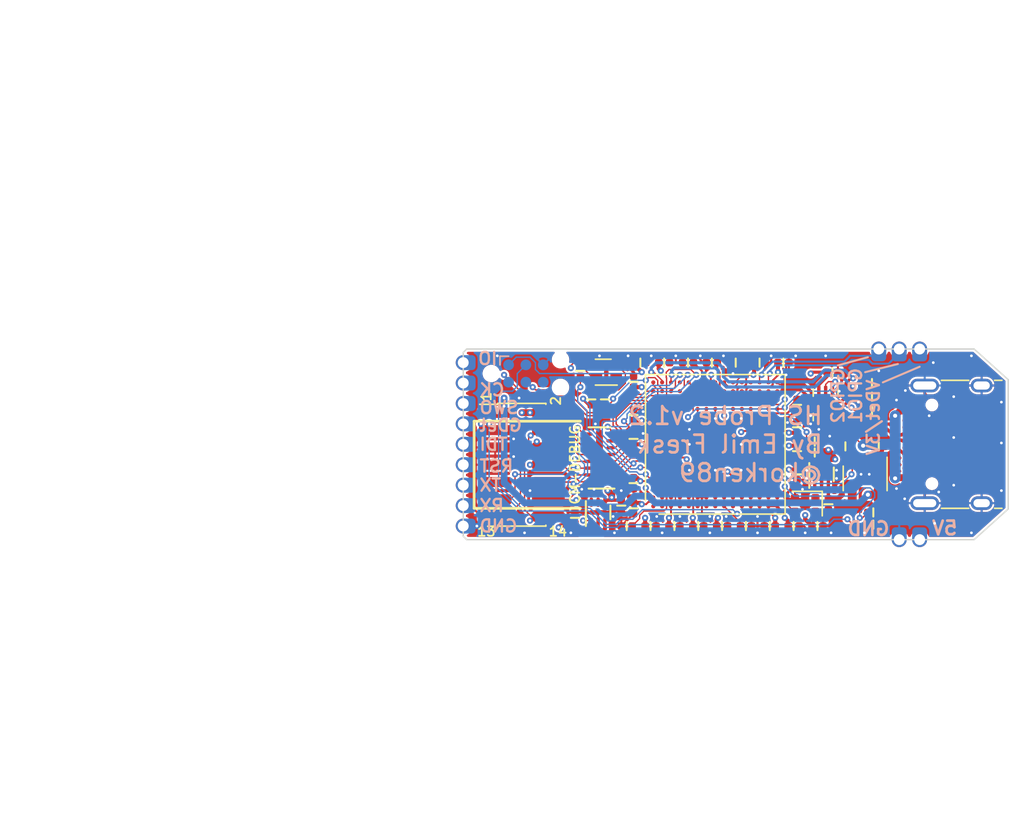
<source format=kicad_pcb>
(kicad_pcb (version 20171130) (host pcbnew 5.1.7)
  (layers (0 F.Cu signal) (1 In1.Cu signal) (2 In2.Cu signal) (31 B.Cu signal) (34 B.Paste user) (35 F.Paste user) (36 B.SilkS user) (37 F.SilkS user) (38 B.Mask user) (39 F.Mask user) (44 Edge.Cuts user))
  (net 0 "")
  (net 1 "Net-(J1-PadB8)")
  (net 2 "Net-(J1-PadA5)")
  (net 3 "Net-(J1-PadA8)")
  (net 4 "Net-(J1-PadB5)")
  (net 5 "Net-(U1-PadR13)")
  (net 6 "Net-(U1-PadR11)")
  (net 7 "Net-(U1-PadR10)")
  (net 8 "Net-(U1-PadR9)")
  (net 9 "Net-(U1-PadR8)")
  (net 10 "Net-(U1-PadR5)")
  (net 11 "Net-(U1-PadR3)")
  (net 12 "Net-(U1-PadP14)")
  (net 13 "Net-(U1-PadP12)")
  (net 14 "Net-(U1-PadP11)")
  (net 15 "Net-(U1-PadP10)")
  (net 16 "Net-(U1-PadP9)")
  (net 17 "Net-(U1-PadP8)")
  (net 18 "Net-(U1-PadP5)")
  (net 19 "Net-(U1-PadP4)")
  (net 20 "Net-(U1-PadP3)")
  (net 21 "Net-(U1-PadP2)")
  (net 22 "Net-(U1-PadN14)")
  (net 23 "Net-(U1-PadN13)")
  (net 24 "Net-(U1-PadN11)")
  (net 25 "Net-(U1-PadN7)")
  (net 26 "Net-(U1-PadN5)")
  (net 27 "Net-(U1-PadN4)")
  (net 28 "Net-(U1-PadN3)")
  (net 29 "Net-(U1-PadN2)")
  (net 30 "Net-(U1-PadM15)")
  (net 31 "Net-(U1-PadM14)")
  (net 32 "Net-(U1-PadM6)")
  (net 33 "Net-(U1-PadM5)")
  (net 34 "Net-(U1-PadM4)")
  (net 35 "Net-(U1-PadM3)")
  (net 36 "Net-(U1-PadM2)")
  (net 37 "Net-(U1-PadL15)")
  (net 38 "Net-(U1-PadL14)")
  (net 39 "Net-(U1-PadK15)")
  (net 40 "Net-(U1-PadK14)")
  (net 41 "Net-(U1-PadK13)")
  (net 42 "Net-(U1-PadH15)")
  (net 43 "Net-(U1-PadH14)")
  (net 44 "Net-(U1-PadH1)")
  (net 45 "Net-(U1-PadG15)")
  (net 46 "Net-(U1-PadG14)")
  (net 47 "Net-(U1-PadF15)")
  (net 48 "Net-(U1-PadF14)")
  (net 49 "Net-(U1-PadF1)")
  (net 50 "Net-(U1-PadE14)")
  (net 51 "Net-(U1-PadE4)")
  (net 52 "Net-(U1-PadE3)")
  (net 53 "Net-(U1-PadE1)")
  (net 54 "Net-(U1-PadD15)")
  (net 55 "Net-(U1-PadD12)")
  (net 56 "Net-(U1-PadD11)")
  (net 57 "Net-(U1-PadD10)")
  (net 58 "Net-(U1-PadD4)")
  (net 59 "Net-(U1-PadD3)")
  (net 60 "Net-(U1-PadD2)")
  (net 61 "Net-(U1-PadD1)")
  (net 62 "Net-(U1-PadC12)")
  (net 63 "Net-(U1-PadC10)")
  (net 64 "Net-(U1-PadC4)")
  (net 65 "Net-(U1-PadC3)")
  (net 66 "Net-(U1-PadC2)")
  (net 67 "Net-(U1-PadB13)")
  (net 68 "Net-(U1-PadB12)")
  (net 69 "Net-(U1-PadB10)")
  (net 70 "Net-(U1-PadB9)")
  (net 71 "Net-(U1-PadB8)")
  (net 72 "Net-(U1-PadB7)")
  (net 73 "Net-(U1-PadB4)")
  (net 74 "Net-(U1-PadB3)")
  (net 75 "Net-(U1-PadB2)")
  (net 76 "Net-(U1-PadB1)")
  (net 77 "Net-(U1-PadA12)")
  (net 78 "Net-(U1-PadA11)")
  (net 79 "Net-(U1-PadA3)")
  (net 80 "Net-(U1-PadA1)")
  (net 81 /D_N)
  (net 82 /D_P)
  (net 83 GND)
  (net 84 +3V3)
  (net 85 "Net-(U2-Pad1)")
  (net 86 /OSC)
  (net 87 /V12PHY)
  (net 88 /VCAP1)
  (net 89 /NRST)
  (net 90 /VCAP2)
  (net 91 +5V)
  (net 92 /GNDDetect)
  (net 93 /SPI1_CLK)
  (net 94 /BOOT0)
  (net 95 /RPHY)
  (net 96 /USART1_TX)
  (net 97 /SPI1_MISO)
  (net 98 "Net-(C24-Pad1)")
  (net 99 /RESET)
  (net 100 /T_~RESET)
  (net 101 /T_GNDDetect)
  (net 102 /T_VCP_RX)
  (net 103 /T_VCP_TX)
  (net 104 "Net-(U5-Pad9)")
  (net 105 /USART2_TX)
  (net 106 /USART2_RX)
  (net 107 "Net-(D1-Pad3)")
  (net 108 "Net-(D1-Pad2)")
  (net 109 "Net-(D1-Pad1)")
  (net 110 /LED1)
  (net 111 /LED2)
  (net 112 /LED3)
  (net 113 /P_SWCLK)
  (net 114 /P_SWDIO)
  (net 115 /SPI2_MISO)
  (net 116 /SPI2_MOSI)
  (net 117 /T_SWO_TDO)
  (net 118 /T_SWDIO_TMS)
  (net 119 /T_SWDCLK_JCLK)
  (net 120 /T_TDI)
  (net 121 "Net-(U3-Pad6)")
  (net 122 /T_VCC)
  (net 123 /T_VCC_EN)
  (net 124 "Net-(U7-Pad6)")
  (net 125 "Net-(U1-PadA13)")
  (net 126 "Net-(U1-PadM7)")
  (net 127 /T_VCC_MEAS)
  (net 128 /USB_SEL)
  (net 129 /D_HS_P)
  (net 130 /D_HS_N)
  (net 131 /D_FS_N)
  (net 132 /D_FS_P)
  (net 133 /GPIO2)
  (net 134 /GPIO1)
  (net 135 /FS_VBUS)
  (net 136 "Net-(J5-Pad6)")
  (net 137 /PROTECTED_5V)
  (net 138 "Net-(U6-Pad4)")
  (net 139 /T_ENABLE)
  (module passive:R_0402 (layer F.Cu) (at 176.55 86.15 180)
    (fp_text reference R10 hide)
    (fp_text value 5.1k)
    (pad 1 smd roundrect (at -0.4 0 180) (size 0.55 0.55) (layers F.Cu F.Paste F.Mask) (net 139 /T_ENABLE))
    (pad 2 smd roundrect (at 0.4 0 180) (size 0.55 0.55) (layers F.Cu F.Paste F.Mask) (net 83 GND))
  )
  (module sot:SOT-23-5 (layer F.Cu) (at 178 88.5 270)
    (fp_text reference U6 hide)
    (fp_text value MAX40203AUK)
    (pad 5 smd roundrect (at 1.2 -0.95 270) (size 1.06 0.65) (layers F.Cu F.Paste F.Mask) (net 137 /PROTECTED_5V))
    (pad 4 smd roundrect (at 1.2 0.95 270) (size 1.06 0.65) (layers F.Cu F.Paste F.Mask) (net 138 "Net-(U6-Pad4)"))
    (pad 3 smd roundrect (at -1.2 0.95 270) (size 1.06 0.65) (layers F.Cu F.Paste F.Mask) (net 139 /T_ENABLE))
    (pad 2 smd roundrect (at -1.2 0 270) (size 1.06 0.65) (layers F.Cu F.Paste F.Mask) (net 83 GND))
    (pad 1 smd roundrect (at -1.2 -0.95 270) (size 1.06 0.65) (layers F.Cu F.Paste F.Mask) (net 98 "Net-(C24-Pad1)"))
  )
  (module crystals:Crystal_4Pin_2.0x1.6mm (layer F.Cu) (at 173.6 90.5 180)
    (fp_text reference U2 hide)
    (fp_text value "12 MHz")
    (pad 1 smd roundrect (at -0.75 0.5 180) (size 0.6 0.7) (layers F.Cu F.Paste F.Mask) (net 85 "Net-(U2-Pad1)"))
    (pad 2 smd roundrect (at 0.75 0.5 180) (size 0.6 0.7) (layers F.Cu F.Paste F.Mask) (net 83 GND))
    (pad 3 smd roundrect (at 0.75 -0.5 180) (size 0.6 0.7) (layers F.Cu F.Paste F.Mask) (net 86 /OSC))
    (pad 4 smd roundrect (at -0.75 -0.5 180) (size 0.6 0.7) (layers F.Cu F.Paste F.Mask) (net 84 +3V3))
  )
  (module connectors:PinHeader_2x07_FTSH-107-01-L-DV-K (layer F.Cu) (at 152.8 87.5)
    (fp_text reference U5 hide)
    (fp_text value STDC14 hide)
    (pad 14 smd roundrect (at 1.95 3.81) (size 2.4 0.74) (layers F.Cu F.Paste F.Mask) (net 103 /T_VCP_TX))
    (pad 13 smd roundrect (at -1.95 3.81) (size 2.4 0.74) (layers F.Cu F.Paste F.Mask) (net 102 /T_VCP_RX))
    (pad 12 smd roundrect (at 1.95 2.54) (size 2.4 0.74) (layers F.Cu F.Paste F.Mask) (net 100 /T_~RESET))
    (pad 11 smd roundrect (at -1.95 2.54) (size 2.4 0.74) (layers F.Cu F.Paste F.Mask) (net 101 /T_GNDDetect))
    (pad 10 smd roundrect (at 1.95 1.27) (size 2.4 0.74) (layers F.Cu F.Paste F.Mask) (net 120 /T_TDI))
    (pad 9 smd roundrect (at -1.95 1.27) (size 2.4 0.74) (layers F.Cu F.Paste F.Mask) (net 104 "Net-(U5-Pad9)"))
    (pad 8 smd roundrect (at 1.95 0) (size 2.4 0.74) (layers F.Cu F.Paste F.Mask) (net 117 /T_SWO_TDO))
    (pad 7 smd roundrect (at -1.95 0) (size 2.4 0.74) (layers F.Cu F.Paste F.Mask) (net 83 GND))
    (pad 6 smd roundrect (at 1.95 -1.27) (size 2.4 0.74) (layers F.Cu F.Paste F.Mask) (net 119 /T_SWDCLK_JCLK))
    (pad 5 smd roundrect (at -1.95 -1.27) (size 2.4 0.74) (layers F.Cu F.Paste F.Mask) (net 83 GND))
    (pad 4 smd roundrect (at 1.95 -2.54) (size 2.4 0.74) (layers F.Cu F.Paste F.Mask) (net 118 /T_SWDIO_TMS))
    (pad 3 smd roundrect (at -1.95 -2.54) (size 2.4 0.74) (layers F.Cu F.Paste F.Mask) (net 122 /T_VCC))
    (pad 2 smd roundrect (at 1.95 -3.81) (size 2.4 0.74) (layers F.Cu F.Paste F.Mask) (net 122 /T_VCC))
    (pad 1 smd roundrect (at -1.95 -3.81) (size 2.4 0.74) (layers F.Cu F.Paste F.Mask) (net 137 /PROTECTED_5V))
  )
  (module Connector:Tag-Connect_TC2030-IDC-NL_2x03_P1.27mm_Vertical (layer B.Cu) (at 153.1 80.8)
    (fp_text reference J5 hide)
    (fp_text value tag-connect-swd hide)
    (pad 6 connect circle (at 1.27 0.635) (size 0.7874 0.7874) (layers B.Cu B.Mask) (net 136 "Net-(J5-Pad6)"))
    (pad 5 connect circle (at 1.27 -0.635) (size 0.7874 0.7874) (layers B.Cu B.Mask) (net 83 GND))
    (pad 4 connect circle (at 0 0.635) (size 0.7874 0.7874) (layers B.Cu B.Mask) (net 113 /P_SWCLK))
    (pad 3 connect circle (at 0 -0.635) (size 0.7874 0.7874) (layers B.Cu B.Mask) (net 89 /NRST))
    (pad 2 connect circle (at -1.27 0.635) (size 0.7874 0.7874) (layers B.Cu B.Mask) (net 114 /P_SWDIO))
    (pad 1 connect circle (at -1.27 -0.635) (size 0.7874 0.7874) (layers B.Cu B.Mask) (net 84 +3V3))
    (pad "" np_thru_hole circle (at -2.54 0) (size 0.9906 0.9906) (drill 0.9906) (layers *.Cu *.Mask))
    (pad "" np_thru_hole circle (at 2.54 -1.016) (size 0.9906 0.9906) (drill 0.9906) (layers *.Cu *.Mask))
    (pad "" np_thru_hole circle (at 2.54 1.016) (size 0.9906 0.9906) (drill 0.9906) (layers *.Cu *.Mask))
  )
  (module dfn:DFN-6-1EP_1.6x1.6mm_P0.5mm_EP0.5x1.26mm (layer F.Cu) (at 158.4 91 90)
    (fp_text reference U7 hide)
    (fp_text value MIC5353 hide)
    (pad 1 smd oval (at -0.75 -0.5 90) (size 0.7 0.25) (layers F.Cu F.Paste F.Mask) (net 123 /T_VCC_EN))
    (pad 2 smd oval (at -0.75 0 90) (size 0.7 0.25) (layers F.Cu F.Paste F.Mask) (net 83 GND))
    (pad 3 smd oval (at -0.75 0.5 90) (size 0.7 0.25) (layers F.Cu F.Paste F.Mask) (net 137 /PROTECTED_5V))
    (pad 4 smd oval (at 0.75 0.5 90) (size 0.7 0.25) (layers F.Cu F.Paste F.Mask) (net 122 /T_VCC))
    (pad 5 smd oval (at 0.75 0 90) (size 0.7 0.25) (layers F.Cu F.Paste F.Mask))
    (pad 6 smd oval (at 0.75 -0.5 90) (size 0.7 0.25) (layers F.Cu F.Paste F.Mask) (net 124 "Net-(U7-Pad6)"))
    (pad 7 smd roundrect (at 0 0 90) (size 0.33 1.26) (layers F.Cu F.Paste F.Mask) (net 83 GND))
  )
  (module dfn:DFN-6-1EP_1.6x1.6mm_P0.5mm_EP0.5x1.26mm (layer F.Cu) (at 174.8 88.2 90)
    (fp_text reference U3 hide)
    (fp_text value MIC5353 hide)
    (pad 1 smd oval (at -0.75 -0.5 90) (size 0.7 0.25) (layers F.Cu F.Paste F.Mask) (net 98 "Net-(C24-Pad1)"))
    (pad 2 smd oval (at -0.75 0 90) (size 0.7 0.25) (layers F.Cu F.Paste F.Mask) (net 83 GND))
    (pad 3 smd oval (at -0.75 0.5 90) (size 0.7 0.25) (layers F.Cu F.Paste F.Mask) (net 98 "Net-(C24-Pad1)"))
    (pad 4 smd oval (at 0.75 0.5 90) (size 0.7 0.25) (layers F.Cu F.Paste F.Mask) (net 84 +3V3))
    (pad 5 smd oval (at 0.75 0 90) (size 0.7 0.25) (layers F.Cu F.Paste F.Mask))
    (pad 6 smd oval (at 0.75 -0.5 90) (size 0.7 0.25) (layers F.Cu F.Paste F.Mask) (net 121 "Net-(U3-Pad6)"))
    (pad 7 smd roundrect (at 0 0 90) (size 0.33 1.26) (layers F.Cu F.Paste F.Mask) (net 83 GND))
  )
  (module passive:R_0402 (layer F.Cu) (at 174.3 85.8 180)
    (fp_text reference R9 hide)
    (fp_text value 3k)
    (pad 1 smd roundrect (at -0.4 0 180) (size 0.55 0.55) (layers F.Cu F.Paste F.Mask) (net 91 +5V))
    (pad 2 smd roundrect (at 0.4 0 180) (size 0.55 0.55) (layers F.Cu F.Paste F.Mask) (net 135 /FS_VBUS))
  )
  (module connectors:1x3_1.5mm_castellated (layer B.Cu) (at 179 79 90)
    (fp_text reference J4 hide)
    (fp_text value "Castellated Vias" hide)
    (pad 3 smd roundrect (at -0.308 3 90) (size 1.2 1.1) (layers B.Cu B.Mask) (net 122 /T_VCC))
    (pad 1 smd roundrect (at -0.3 0 90) (size 1.2 1.1) (layers B.Cu B.Mask) (net 133 /GPIO2))
    (pad 2 smd roundrect (at -0.308 1.5 90) (size 1.2 1.1) (layers B.Cu B.Mask) (net 134 /GPIO1))
    (pad 3 thru_hole circle (at 0 3 90) (size 1.1 1.1) (drill 0.8) (layers *.Cu *.Mask) (net 122 /T_VCC))
    (pad 2 thru_hole circle (at 0 1.5 90) (size 1.1 1.1) (drill 0.8) (layers *.Cu *.Mask) (net 134 /GPIO1))
    (pad 1 thru_hole circle (at 0 0 90) (size 1.1 1.1) (drill 0.8) (layers *.Cu *.Mask) (net 133 /GPIO2))
  )
  (module connectors:1x9_1.5mm_castellated (layer B.Cu) (at 148.5 92 180)
    (fp_text reference J2 hide)
    (fp_text value "Castellated Vias" hide)
    (pad 9 smd roundrect (at -0.308 12 180) (size 1.2 1.1) (layers B.Cu B.Mask) (net 118 /T_SWDIO_TMS))
    (pad 9 thru_hole circle (at 0 12 180) (size 1.1 1.1) (drill 0.8) (layers *.Cu *.Mask) (net 118 /T_SWDIO_TMS))
    (pad 8 smd roundrect (at -0.308 10.5 180) (size 1.2 1.1) (layers B.Cu B.Mask) (net 119 /T_SWDCLK_JCLK))
    (pad 8 thru_hole circle (at 0 10.5 180) (size 1.1 1.1) (drill 0.8) (layers *.Cu *.Mask) (net 119 /T_SWDCLK_JCLK))
    (pad 7 smd roundrect (at -0.308 9 180) (size 1.2 1.1) (layers B.Cu B.Mask) (net 117 /T_SWO_TDO))
    (pad 6 smd roundrect (at -0.308 7.5 180) (size 1.2 1.1) (layers B.Cu B.Mask) (net 101 /T_GNDDetect))
    (pad 5 smd roundrect (at -0.308 6 180) (size 1.2 1.1) (layers B.Cu B.Mask) (net 120 /T_TDI))
    (pad 4 smd roundrect (at -0.308 4.5 180) (size 1.2 1.1) (layers B.Cu B.Mask) (net 100 /T_~RESET))
    (pad 3 smd roundrect (at -0.308 3 180) (size 1.2 1.1) (layers B.Cu B.Mask) (net 103 /T_VCP_TX))
    (pad 1 smd roundrect (at -0.3 0 180) (size 1.2 1.1) (layers B.Cu B.Mask) (net 83 GND))
    (pad 2 smd roundrect (at -0.308 1.5 180) (size 1.2 1.1) (layers B.Cu B.Mask) (net 102 /T_VCP_RX))
    (pad 7 thru_hole circle (at 0 9 180) (size 1.1 1.1) (drill 0.8) (layers *.Cu *.Mask) (net 117 /T_SWO_TDO))
    (pad 6 thru_hole circle (at 0 7.5 180) (size 1.1 1.1) (drill 0.8) (layers *.Cu *.Mask) (net 101 /T_GNDDetect))
    (pad 5 thru_hole circle (at 0 6 180) (size 1.1 1.1) (drill 0.8) (layers *.Cu *.Mask) (net 120 /T_TDI))
    (pad 4 thru_hole circle (at 0 4.5 180) (size 1.1 1.1) (drill 0.8) (layers *.Cu *.Mask) (net 100 /T_~RESET))
    (pad 3 thru_hole circle (at 0 3 180) (size 1.1 1.1) (drill 0.8) (layers *.Cu *.Mask) (net 103 /T_VCP_TX))
    (pad 2 thru_hole circle (at 0 1.5 180) (size 1.1 1.1) (drill 0.8) (layers *.Cu *.Mask) (net 102 /T_VCP_RX))
    (pad 1 thru_hole circle (at 0 0 180) (size 1.1 1.1) (drill 0.8) (layers *.Cu *.Mask) (net 83 GND))
  )
  (module connectors:1x2_1.5mm_castellated (layer B.Cu) (at 182 93 270)
    (fp_text reference J3 hide)
    (fp_text value "Castellated Vias" hide)
    (pad 1 smd roundrect (at -0.3 0 270) (size 1.2 1.1) (layers B.Cu B.Mask) (net 137 /PROTECTED_5V))
    (pad 2 smd roundrect (at -0.308 1.5 270) (size 1.2 1.1) (layers B.Cu B.Mask) (net 83 GND))
    (pad 2 thru_hole circle (at 0 1.5 270) (size 1.1 1.1) (drill 0.8) (layers *.Cu *.Mask) (net 83 GND))
    (pad 1 thru_hole circle (at 0 0 270) (size 1.1 1.1) (drill 0.8) (layers *.Cu *.Mask) (net 137 /PROTECTED_5V))
  )
  (module Package_DFN_QFN:UQFN-10_1.6x2.1mm_P0.5mm (layer F.Cu) (at 175.1 83.1 180)
    (fp_text reference U8 hide)
    (fp_text value USB3740B-AI9 hide)
    (pad 10 smd roundrect (at -0.5 -1 180) (size 0.25 0.8) (layers F.Cu F.Paste F.Mask) (net 82 /D_P))
    (pad 9 smd roundrect (at 0 -1 180) (size 0.25 0.8) (layers F.Cu F.Paste F.Mask) (net 81 /D_N))
    (pad 8 smd roundrect (at 0.5 -1 180) (size 0.25 0.8) (layers F.Cu F.Paste F.Mask) (net 83 GND))
    (pad 7 smd roundrect (at 0.675 -0.25 180) (size 0.95 0.25) (layers F.Cu F.Paste F.Mask) (net 130 /D_HS_N))
    (pad 6 smd roundrect (at 0.675 0.25 180) (size 0.95 0.25) (layers F.Cu F.Paste F.Mask) (net 129 /D_HS_P))
    (pad 5 smd roundrect (at 0.5 1 180) (size 0.25 0.8) (layers F.Cu F.Paste F.Mask) (net 84 +3V3))
    (pad 4 smd roundrect (at 0 1 180) (size 0.25 0.8) (layers F.Cu F.Paste F.Mask) (net 128 /USB_SEL))
    (pad 3 smd roundrect (at -0.5 1 180) (size 0.25 0.8) (layers F.Cu F.Paste F.Mask) (net 83 GND))
    (pad 2 smd roundrect (at -0.675 0.25 180) (size 0.95 0.25) (layers F.Cu F.Paste F.Mask) (net 132 /D_FS_P))
    (pad 1 smd roundrect (at -0.675 -0.25 180) (size 0.95 0.25) (layers F.Cu F.Paste F.Mask) (net 131 /D_FS_N))
  )
  (module passive:R_0402 (layer F.Cu) (at 178.5 83.5)
    (fp_text reference R8 hide)
    (fp_text value 5.1k)
    (pad 1 smd roundrect (at -0.4 0) (size 0.55 0.55) (layers F.Cu F.Paste F.Mask) (net 128 /USB_SEL))
    (pad 2 smd roundrect (at 0.4 0) (size 0.55 0.55) (layers F.Cu F.Paste F.Mask) (net 83 GND))
  )
  (module passive:C_0402 (layer F.Cu) (at 175.6 80.7)
    (fp_text reference C28 hide)
    (fp_text value 0.1u)
    (pad 1 smd roundrect (at -0.4 0) (size 0.55 0.55) (layers F.Cu F.Paste F.Mask) (net 84 +3V3))
    (pad 2 smd roundrect (at 0.4 0) (size 0.55 0.55) (layers F.Cu F.Paste F.Mask) (net 83 GND))
  )
  (module passive:R_0402 (layer F.Cu) (at 178.6 91.9)
    (fp_text reference R102 hide)
    (fp_text value 5.1k)
    (pad 1 smd roundrect (at -0.4 0) (size 0.55 0.55) (layers F.Cu F.Paste F.Mask) (net 122 /T_VCC))
    (pad 2 smd roundrect (at 0.4 0) (size 0.55 0.55) (layers F.Cu F.Paste F.Mask) (net 127 /T_VCC_MEAS))
  )
  (module passive:R_0402 (layer F.Cu) (at 178.6 91)
    (fp_text reference R101 hide)
    (fp_text value 5.1k)
    (pad 1 smd roundrect (at -0.4 0) (size 0.55 0.55) (layers F.Cu F.Paste F.Mask) (net 127 /T_VCC_MEAS))
    (pad 2 smd roundrect (at 0.4 0) (size 0.55 0.55) (layers F.Cu F.Paste F.Mask) (net 83 GND))
  )
  (module LED_SMD:LED_LiteOn_LTST-C19HE1WT (layer F.Cu) (at 159 80.7 270)
    (fp_text reference D1 hide)
    (fp_text value LTST-C19HE1WT hide)
    (pad 4 smd rect (at -0.425 0.725 270) (size 0.65 0.85) (layers F.Cu F.Paste F.Mask) (net 91 +5V))
    (pad 3 smd rect (at 0.425 0.725 270) (size 0.65 0.85) (layers F.Cu F.Paste F.Mask) (net 107 "Net-(D1-Pad3)"))
    (pad 2 smd rect (at 0.425 -0.725 270) (size 0.65 0.85) (layers F.Cu F.Paste F.Mask) (net 108 "Net-(D1-Pad2)"))
    (pad 1 smd rect (at -0.425 -0.725 270) (size 0.65 0.85) (layers F.Cu F.Paste F.Mask) (net 109 "Net-(D1-Pad1)"))
  )
  (module passive:C_0402 (layer F.Cu) (at 156.7 91.4 90)
    (fp_text reference C26 hide)
    (fp_text value 2.2u)
    (pad 1 smd roundrect (at -0.4 0 90) (size 0.55 0.55) (layers F.Cu F.Paste F.Mask) (net 137 /PROTECTED_5V))
    (pad 2 smd roundrect (at 0.4 0 90) (size 0.55 0.55) (layers F.Cu F.Paste F.Mask) (net 83 GND))
  )
  (module passive:C_0402 (layer F.Cu) (at 175.3 90.4 270)
    (fp_text reference C24 hide)
    (fp_text value 2.2u)
    (pad 1 smd roundrect (at -0.4 0 270) (size 0.55 0.55) (layers F.Cu F.Paste F.Mask) (net 98 "Net-(C24-Pad1)"))
    (pad 2 smd roundrect (at 0.4 0 270) (size 0.55 0.55) (layers F.Cu F.Paste F.Mask) (net 83 GND))
  )
  (module passive:C_0402 (layer F.Cu) (at 160.1 90.5 270)
    (fp_text reference C27 hide)
    (fp_text value 2.2u)
    (pad 1 smd roundrect (at -0.4 0 270) (size 0.55 0.55) (layers F.Cu F.Paste F.Mask) (net 122 /T_VCC))
    (pad 2 smd roundrect (at 0.4 0 270) (size 0.55 0.55) (layers F.Cu F.Paste F.Mask) (net 83 GND))
  )
  (module passive:C_0402 (layer F.Cu) (at 174.3 86.6 180)
    (fp_text reference C25 hide)
    (fp_text value 2.2u)
    (pad 1 smd roundrect (at -0.4 0 180) (size 0.55 0.55) (layers F.Cu F.Paste F.Mask) (net 84 +3V3))
    (pad 2 smd roundrect (at 0.4 0 180) (size 0.55 0.55) (layers F.Cu F.Paste F.Mask) (net 83 GND))
  )
  (module bga:UFBGA-201_10x10mm_Layout15x15_P0.65mm (layer F.Cu) (at 167 86 90)
    (fp_text reference U1 hide)
    (fp_text value base-stm32 hide)
    (pad R15 smd circle (at 4.55 4.55 90) (size 0.3 0.3) (layers F.Cu F.Paste F.Mask) (net 129 /D_HS_P))
    (pad R14 smd circle (at 3.9 4.55 90) (size 0.3 0.3) (layers F.Cu F.Paste F.Mask) (net 130 /D_HS_N))
    (pad R13 smd circle (at 3.25 4.55 90) (size 0.3 0.3) (layers F.Cu F.Paste F.Mask) (net 5 "Net-(U1-PadR13)"))
    (pad R12 smd circle (at 2.6 4.55 90) (size 0.3 0.3) (layers F.Cu F.Paste F.Mask) (net 128 /USB_SEL))
    (pad R11 smd circle (at 1.95 4.55 90) (size 0.3 0.3) (layers F.Cu F.Paste F.Mask) (net 6 "Net-(U1-PadR11)"))
    (pad R10 smd circle (at 1.3 4.55 90) (size 0.3 0.3) (layers F.Cu F.Paste F.Mask) (net 7 "Net-(U1-PadR10)"))
    (pad R9 smd circle (at 0.65 4.55 90) (size 0.3 0.3) (layers F.Cu F.Paste F.Mask) (net 8 "Net-(U1-PadR9)"))
    (pad R8 smd circle (at 0 4.55 90) (size 0.3 0.3) (layers F.Cu F.Paste F.Mask) (net 9 "Net-(U1-PadR8)"))
    (pad R7 smd circle (at -0.65 4.55 90) (size 0.3 0.3) (layers F.Cu F.Paste F.Mask))
    (pad R6 smd circle (at -1.3 4.55 90) (size 0.3 0.3) (layers F.Cu F.Paste F.Mask))
    (pad R5 smd circle (at -1.95 4.55 90) (size 0.3 0.3) (layers F.Cu F.Paste F.Mask) (net 10 "Net-(U1-PadR5)"))
    (pad R4 smd circle (at -2.6 4.55 90) (size 0.3 0.3) (layers F.Cu F.Paste F.Mask) (net 139 /T_ENABLE))
    (pad R3 smd circle (at -3.25 4.55 90) (size 0.3 0.3) (layers F.Cu F.Paste F.Mask) (net 11 "Net-(U1-PadR3)"))
    (pad R2 smd circle (at -3.9 4.55 90) (size 0.3 0.3) (layers F.Cu F.Paste F.Mask) (net 127 /T_VCC_MEAS))
    (pad R1 smd circle (at -4.55 4.55 90) (size 0.3 0.3) (layers F.Cu F.Paste F.Mask) (net 84 +3V3))
    (pad P15 smd circle (at 4.55 3.9 90) (size 0.3 0.3) (layers F.Cu F.Paste F.Mask) (net 134 /GPIO1))
    (pad P14 smd circle (at 3.9 3.9 90) (size 0.3 0.3) (layers F.Cu F.Paste F.Mask) (net 12 "Net-(U1-PadP14)"))
    (pad P13 smd circle (at 3.25 3.9 90) (size 0.3 0.3) (layers F.Cu F.Paste F.Mask) (net 135 /FS_VBUS))
    (pad P12 smd circle (at 2.6 3.9 90) (size 0.3 0.3) (layers F.Cu F.Paste F.Mask) (net 13 "Net-(U1-PadP12)"))
    (pad P11 smd circle (at 1.95 3.9 90) (size 0.3 0.3) (layers F.Cu F.Paste F.Mask) (net 14 "Net-(U1-PadP11)"))
    (pad P10 smd circle (at 1.3 3.9 90) (size 0.3 0.3) (layers F.Cu F.Paste F.Mask) (net 15 "Net-(U1-PadP10)"))
    (pad P9 smd circle (at 0.65 3.9 90) (size 0.3 0.3) (layers F.Cu F.Paste F.Mask) (net 16 "Net-(U1-PadP9)"))
    (pad P8 smd circle (at 0 3.9 90) (size 0.3 0.3) (layers F.Cu F.Paste F.Mask) (net 17 "Net-(U1-PadP8)"))
    (pad P7 smd circle (at -0.65 3.9 90) (size 0.3 0.3) (layers F.Cu F.Paste F.Mask))
    (pad P6 smd circle (at -1.3 3.9 90) (size 0.3 0.3) (layers F.Cu F.Paste F.Mask))
    (pad P5 smd circle (at -1.95 3.9 90) (size 0.3 0.3) (layers F.Cu F.Paste F.Mask) (net 18 "Net-(U1-PadP5)"))
    (pad P4 smd circle (at -2.6 3.9 90) (size 0.3 0.3) (layers F.Cu F.Paste F.Mask) (net 19 "Net-(U1-PadP4)"))
    (pad P3 smd circle (at -3.25 3.9 90) (size 0.3 0.3) (layers F.Cu F.Paste F.Mask) (net 20 "Net-(U1-PadP3)"))
    (pad P2 smd circle (at -3.9 3.9 90) (size 0.3 0.3) (layers F.Cu F.Paste F.Mask) (net 21 "Net-(U1-PadP2)"))
    (pad P1 smd circle (at -4.55 3.9 90) (size 0.3 0.3) (layers F.Cu F.Paste F.Mask) (net 84 +3V3))
    (pad N15 smd circle (at 4.55 3.25 90) (size 0.3 0.3) (layers F.Cu F.Paste F.Mask) (net 133 /GPIO2))
    (pad N14 smd circle (at 3.9 3.25 90) (size 0.3 0.3) (layers F.Cu F.Paste F.Mask) (net 22 "Net-(U1-PadN14)"))
    (pad N13 smd circle (at 3.25 3.25 90) (size 0.3 0.3) (layers F.Cu F.Paste F.Mask) (net 23 "Net-(U1-PadN13)"))
    (pad N12 smd circle (at 2.6 3.25 90) (size 0.3 0.3) (layers F.Cu F.Paste F.Mask))
    (pad N11 smd circle (at 1.95 3.25 90) (size 0.3 0.3) (layers F.Cu F.Paste F.Mask) (net 24 "Net-(U1-PadN11)"))
    (pad N10 smd circle (at 1.3 3.25 90) (size 0.3 0.3) (layers F.Cu F.Paste F.Mask) (net 84 +3V3))
    (pad N9 smd circle (at 0.65 3.25 90) (size 0.3 0.3) (layers F.Cu F.Paste F.Mask) (net 84 +3V3))
    (pad N8 smd circle (at 0 3.25 90) (size 0.3 0.3) (layers F.Cu F.Paste F.Mask) (net 84 +3V3))
    (pad N7 smd circle (at -0.65 3.25 90) (size 0.3 0.3) (layers F.Cu F.Paste F.Mask) (net 25 "Net-(U1-PadN7)"))
    (pad N6 smd circle (at -1.3 3.25 90) (size 0.3 0.3) (layers F.Cu F.Paste F.Mask))
    (pad N5 smd circle (at -1.95 3.25 90) (size 0.3 0.3) (layers F.Cu F.Paste F.Mask) (net 26 "Net-(U1-PadN5)"))
    (pad N4 smd circle (at -2.6 3.25 90) (size 0.3 0.3) (layers F.Cu F.Paste F.Mask) (net 27 "Net-(U1-PadN4)"))
    (pad N3 smd circle (at -3.25 3.25 90) (size 0.3 0.3) (layers F.Cu F.Paste F.Mask) (net 28 "Net-(U1-PadN3)"))
    (pad N2 smd circle (at -3.9 3.25 90) (size 0.3 0.3) (layers F.Cu F.Paste F.Mask) (net 29 "Net-(U1-PadN2)"))
    (pad N1 smd circle (at -4.55 3.25 90) (size 0.3 0.3) (layers F.Cu F.Paste F.Mask) (net 83 GND))
    (pad M15 smd circle (at 4.55 2.6 90) (size 0.3 0.3) (layers F.Cu F.Paste F.Mask) (net 30 "Net-(U1-PadM15)"))
    (pad M14 smd circle (at 3.9 2.6 90) (size 0.3 0.3) (layers F.Cu F.Paste F.Mask) (net 31 "Net-(U1-PadM14)"))
    (pad M13 smd circle (at 3.25 2.6 90) (size 0.3 0.3) (layers F.Cu F.Paste F.Mask))
    (pad M12 smd circle (at 2.6 2.6 90) (size 0.3 0.3) (layers F.Cu F.Paste F.Mask))
    (pad M11 smd circle (at 1.95 2.6 90) (size 0.3 0.3) (layers F.Cu F.Paste F.Mask))
    (pad M10 smd circle (at 1.3 2.6 90) (size 0.3 0.3) (layers F.Cu F.Paste F.Mask) (net 88 /VCAP1))
    (pad M9 smd circle (at 0.65 2.6 90) (size 0.3 0.3) (layers F.Cu F.Paste F.Mask) (net 83 GND))
    (pad M8 smd circle (at 0 2.6 90) (size 0.3 0.3) (layers F.Cu F.Paste F.Mask) (net 83 GND))
    (pad M7 smd circle (at -0.65 2.6 90) (size 0.3 0.3) (layers F.Cu F.Paste F.Mask) (net 126 "Net-(U1-PadM7)"))
    (pad M6 smd circle (at -1.3 2.6 90) (size 0.3 0.3) (layers F.Cu F.Paste F.Mask) (net 32 "Net-(U1-PadM6)"))
    (pad M5 smd circle (at -1.95 2.6 90) (size 0.3 0.3) (layers F.Cu F.Paste F.Mask) (net 33 "Net-(U1-PadM5)"))
    (pad M4 smd circle (at -2.6 2.6 90) (size 0.3 0.3) (layers F.Cu F.Paste F.Mask) (net 34 "Net-(U1-PadM4)"))
    (pad M3 smd circle (at -3.25 2.6 90) (size 0.3 0.3) (layers F.Cu F.Paste F.Mask) (net 35 "Net-(U1-PadM3)"))
    (pad M2 smd circle (at -3.9 2.6 90) (size 0.3 0.3) (layers F.Cu F.Paste F.Mask) (net 36 "Net-(U1-PadM2)"))
    (pad M1 smd circle (at -4.55 2.6 90) (size 0.3 0.3) (layers F.Cu F.Paste F.Mask) (net 83 GND))
    (pad L15 smd circle (at 4.55 1.95 90) (size 0.3 0.3) (layers F.Cu F.Paste F.Mask) (net 37 "Net-(U1-PadL15)"))
    (pad L14 smd circle (at 3.9 1.95 90) (size 0.3 0.3) (layers F.Cu F.Paste F.Mask) (net 38 "Net-(U1-PadL14)"))
    (pad L13 smd circle (at 3.25 1.95 90) (size 0.3 0.3) (layers F.Cu F.Paste F.Mask))
    (pad L12 smd circle (at 2.6 1.95 90) (size 0.3 0.3) (layers F.Cu F.Paste F.Mask))
    (pad L4 smd circle (at -2.6 1.95 90) (size 0.3 0.3) (layers F.Cu F.Paste F.Mask) (net 83 GND))
    (pad L3 smd circle (at -3.25 1.95 90) (size 0.3 0.3) (layers F.Cu F.Paste F.Mask))
    (pad L2 smd circle (at -3.9 1.95 90) (size 0.3 0.3) (layers F.Cu F.Paste F.Mask))
    (pad L1 smd circle (at -4.55 1.95 90) (size 0.3 0.3) (layers F.Cu F.Paste F.Mask))
    (pad K15 smd circle (at 4.55 1.3 90) (size 0.3 0.3) (layers F.Cu F.Paste F.Mask) (net 39 "Net-(U1-PadK15)"))
    (pad K14 smd circle (at 3.9 1.3 90) (size 0.3 0.3) (layers F.Cu F.Paste F.Mask) (net 40 "Net-(U1-PadK14)"))
    (pad K13 smd circle (at 3.25 1.3 90) (size 0.3 0.3) (layers F.Cu F.Paste F.Mask) (net 41 "Net-(U1-PadK13)"))
    (pad K12 smd circle (at 2.6 1.3 90) (size 0.3 0.3) (layers F.Cu F.Paste F.Mask))
    (pad K10 smd circle (at 1.3 1.3 90) (size 0.3 0.3) (layers F.Cu F.Paste F.Mask) (net 83 GND))
    (pad K9 smd circle (at 0.65 1.3 90) (size 0.3 0.3) (layers F.Cu F.Paste F.Mask) (net 83 GND))
    (pad K8 smd circle (at 0 1.3 90) (size 0.3 0.3) (layers F.Cu F.Paste F.Mask) (net 83 GND))
    (pad K7 smd circle (at -0.65 1.3 90) (size 0.3 0.3) (layers F.Cu F.Paste F.Mask) (net 83 GND))
    (pad K6 smd circle (at -1.3 1.3 90) (size 0.3 0.3) (layers F.Cu F.Paste F.Mask) (net 83 GND))
    (pad K4 smd circle (at -2.6 1.3 90) (size 0.3 0.3) (layers F.Cu F.Paste F.Mask) (net 84 +3V3))
    (pad K3 smd circle (at -3.25 1.3 90) (size 0.3 0.3) (layers F.Cu F.Paste F.Mask))
    (pad K2 smd circle (at -3.9 1.3 90) (size 0.3 0.3) (layers F.Cu F.Paste F.Mask))
    (pad K1 smd circle (at -4.55 1.3 90) (size 0.3 0.3) (layers F.Cu F.Paste F.Mask))
    (pad J15 smd circle (at 4.55 0.65 90) (size 0.3 0.3) (layers F.Cu F.Paste F.Mask) (net 95 /RPHY))
    (pad J14 smd circle (at 3.9 0.65 90) (size 0.3 0.3) (layers F.Cu F.Paste F.Mask) (net 87 /V12PHY))
    (pad J13 smd circle (at 3.25 0.65 90) (size 0.3 0.3) (layers F.Cu F.Paste F.Mask) (net 84 +3V3))
    (pad J12 smd circle (at 2.6 0.65 90) (size 0.3 0.3) (layers F.Cu F.Paste F.Mask) (net 84 +3V3))
    (pad J10 smd circle (at 1.3 0.65 90) (size 0.3 0.3) (layers F.Cu F.Paste F.Mask) (net 83 GND))
    (pad J9 smd circle (at 0.65 0.65 90) (size 0.3 0.3) (layers F.Cu F.Paste F.Mask) (net 83 GND))
    (pad J8 smd circle (at 0 0.65 90) (size 0.3 0.3) (layers F.Cu F.Paste F.Mask) (net 83 GND))
    (pad J7 smd circle (at -0.65 0.65 90) (size 0.3 0.3) (layers F.Cu F.Paste F.Mask) (net 83 GND))
    (pad J6 smd circle (at -1.3 0.65 90) (size 0.3 0.3) (layers F.Cu F.Paste F.Mask) (net 83 GND))
    (pad J4 smd circle (at -2.6 0.65 90) (size 0.3 0.3) (layers F.Cu F.Paste F.Mask))
    (pad J3 smd circle (at -3.25 0.65 90) (size 0.3 0.3) (layers F.Cu F.Paste F.Mask))
    (pad J2 smd circle (at -3.9 0.65 90) (size 0.3 0.3) (layers F.Cu F.Paste F.Mask))
    (pad J1 smd circle (at -4.55 0.65 90) (size 0.3 0.3) (layers F.Cu F.Paste F.Mask) (net 89 /NRST))
    (pad H15 smd circle (at 4.55 0 90) (size 0.3 0.3) (layers F.Cu F.Paste F.Mask) (net 42 "Net-(U1-PadH15)"))
    (pad H14 smd circle (at 3.9 0 90) (size 0.3 0.3) (layers F.Cu F.Paste F.Mask) (net 43 "Net-(U1-PadH14)"))
    (pad H13 smd circle (at 3.25 0 90) (size 0.3 0.3) (layers F.Cu F.Paste F.Mask) (net 84 +3V3))
    (pad H12 smd circle (at 2.6 0 90) (size 0.3 0.3) (layers F.Cu F.Paste F.Mask) (net 83 GND))
    (pad H10 smd circle (at 1.3 0 90) (size 0.3 0.3) (layers F.Cu F.Paste F.Mask) (net 83 GND))
    (pad H9 smd circle (at 0.65 0 90) (size 0.3 0.3) (layers F.Cu F.Paste F.Mask) (net 83 GND))
    (pad H8 smd circle (at 0 0 90) (size 0.3 0.3) (layers F.Cu F.Paste F.Mask) (net 83 GND))
    (pad H7 smd circle (at -0.65 0 90) (size 0.3 0.3) (layers F.Cu F.Paste F.Mask) (net 83 GND))
    (pad H6 smd circle (at -1.3 0 90) (size 0.3 0.3) (layers F.Cu F.Paste F.Mask) (net 83 GND))
    (pad H4 smd circle (at -2.6 0 90) (size 0.3 0.3) (layers F.Cu F.Paste F.Mask))
    (pad H3 smd circle (at -3.25 0 90) (size 0.3 0.3) (layers F.Cu F.Paste F.Mask))
    (pad H2 smd circle (at -3.9 0 90) (size 0.3 0.3) (layers F.Cu F.Paste F.Mask))
    (pad H1 smd circle (at -4.55 0 90) (size 0.3 0.3) (layers F.Cu F.Paste F.Mask) (net 44 "Net-(U1-PadH1)"))
    (pad G15 smd circle (at 4.55 -0.65 90) (size 0.3 0.3) (layers F.Cu F.Paste F.Mask) (net 45 "Net-(U1-PadG15)"))
    (pad G14 smd circle (at 3.9 -0.65 90) (size 0.3 0.3) (layers F.Cu F.Paste F.Mask) (net 46 "Net-(U1-PadG14)"))
    (pad G13 smd circle (at 3.25 -0.65 90) (size 0.3 0.3) (layers F.Cu F.Paste F.Mask) (net 84 +3V3))
    (pad G12 smd circle (at 2.6 -0.65 90) (size 0.3 0.3) (layers F.Cu F.Paste F.Mask) (net 83 GND))
    (pad G10 smd circle (at 1.3 -0.65 90) (size 0.3 0.3) (layers F.Cu F.Paste F.Mask) (net 83 GND))
    (pad G9 smd circle (at 0.65 -0.65 90) (size 0.3 0.3) (layers F.Cu F.Paste F.Mask) (net 83 GND))
    (pad G8 smd circle (at 0 -0.65 90) (size 0.3 0.3) (layers F.Cu F.Paste F.Mask) (net 83 GND))
    (pad G7 smd circle (at -0.65 -0.65 90) (size 0.3 0.3) (layers F.Cu F.Paste F.Mask) (net 83 GND))
    (pad G6 smd circle (at -1.3 -0.65 90) (size 0.3 0.3) (layers F.Cu F.Paste F.Mask) (net 83 GND))
    (pad G4 smd circle (at -2.6 -0.65 90) (size 0.3 0.3) (layers F.Cu F.Paste F.Mask))
    (pad G3 smd circle (at -3.25 -0.65 90) (size 0.3 0.3) (layers F.Cu F.Paste F.Mask) (net 84 +3V3))
    (pad G2 smd circle (at -3.9 -0.65 90) (size 0.3 0.3) (layers F.Cu F.Paste F.Mask) (net 83 GND))
    (pad G1 smd circle (at -4.55 -0.65 90) (size 0.3 0.3) (layers F.Cu F.Paste F.Mask) (net 86 /OSC))
    (pad F15 smd circle (at 4.55 -1.3 90) (size 0.3 0.3) (layers F.Cu F.Paste F.Mask) (net 47 "Net-(U1-PadF15)"))
    (pad F14 smd circle (at 3.9 -1.3 90) (size 0.3 0.3) (layers F.Cu F.Paste F.Mask) (net 48 "Net-(U1-PadF14)"))
    (pad F13 smd circle (at 3.25 -1.3 90) (size 0.3 0.3) (layers F.Cu F.Paste F.Mask) (net 90 /VCAP2))
    (pad F12 smd circle (at 2.6 -1.3 90) (size 0.3 0.3) (layers F.Cu F.Paste F.Mask) (net 83 GND))
    (pad F10 smd circle (at 1.3 -1.3 90) (size 0.3 0.3) (layers F.Cu F.Paste F.Mask) (net 83 GND))
    (pad F9 smd circle (at 0.65 -1.3 90) (size 0.3 0.3) (layers F.Cu F.Paste F.Mask) (net 83 GND))
    (pad F8 smd circle (at 0 -1.3 90) (size 0.3 0.3) (layers F.Cu F.Paste F.Mask) (net 83 GND))
    (pad F7 smd circle (at -0.65 -1.3 90) (size 0.3 0.3) (layers F.Cu F.Paste F.Mask) (net 83 GND))
    (pad F6 smd circle (at -1.3 -1.3 90) (size 0.3 0.3) (layers F.Cu F.Paste F.Mask) (net 83 GND))
    (pad F4 smd circle (at -2.6 -1.3 90) (size 0.3 0.3) (layers F.Cu F.Paste F.Mask))
    (pad F3 smd circle (at -3.25 -1.3 90) (size 0.3 0.3) (layers F.Cu F.Paste F.Mask) (net 84 +3V3))
    (pad F2 smd circle (at -3.9 -1.3 90) (size 0.3 0.3) (layers F.Cu F.Paste F.Mask) (net 83 GND))
    (pad F1 smd circle (at -4.55 -1.3 90) (size 0.3 0.3) (layers F.Cu F.Paste F.Mask) (net 49 "Net-(U1-PadF1)"))
    (pad E15 smd circle (at 4.55 -1.95 90) (size 0.3 0.3) (layers F.Cu F.Paste F.Mask) (net 135 /FS_VBUS))
    (pad E14 smd circle (at 3.9 -1.95 90) (size 0.3 0.3) (layers F.Cu F.Paste F.Mask) (net 50 "Net-(U1-PadE14)"))
    (pad E13 smd circle (at 3.25 -1.95 90) (size 0.3 0.3) (layers F.Cu F.Paste F.Mask))
    (pad E12 smd circle (at 2.6 -1.95 90) (size 0.3 0.3) (layers F.Cu F.Paste F.Mask))
    (pad E4 smd circle (at -2.6 -1.95 90) (size 0.3 0.3) (layers F.Cu F.Paste F.Mask) (net 51 "Net-(U1-PadE4)"))
    (pad E3 smd circle (at -3.25 -1.95 90) (size 0.3 0.3) (layers F.Cu F.Paste F.Mask) (net 52 "Net-(U1-PadE3)"))
    (pad E2 smd circle (at -3.9 -1.95 90) (size 0.3 0.3) (layers F.Cu F.Paste F.Mask))
    (pad E1 smd circle (at -4.55 -1.95 90) (size 0.3 0.3) (layers F.Cu F.Paste F.Mask) (net 53 "Net-(U1-PadE1)"))
    (pad D15 smd circle (at 4.55 -2.6 90) (size 0.3 0.3) (layers F.Cu F.Paste F.Mask) (net 54 "Net-(U1-PadD15)"))
    (pad D14 smd circle (at 3.9 -2.6 90) (size 0.3 0.3) (layers F.Cu F.Paste F.Mask) (net 93 /SPI1_CLK))
    (pad D13 smd circle (at 3.25 -2.6 90) (size 0.3 0.3) (layers F.Cu F.Paste F.Mask))
    (pad D12 smd circle (at 2.6 -2.6 90) (size 0.3 0.3) (layers F.Cu F.Paste F.Mask) (net 55 "Net-(U1-PadD12)"))
    (pad D11 smd circle (at 1.95 -2.6 90) (size 0.3 0.3) (layers F.Cu F.Paste F.Mask) (net 56 "Net-(U1-PadD11)"))
    (pad D10 smd circle (at 1.3 -2.6 90) (size 0.3 0.3) (layers F.Cu F.Paste F.Mask) (net 57 "Net-(U1-PadD10)"))
    (pad D9 smd circle (at 0.65 -2.6 90) (size 0.3 0.3) (layers F.Cu F.Paste F.Mask) (net 83 GND))
    (pad D8 smd circle (at 0 -2.6 90) (size 0.3 0.3) (layers F.Cu F.Paste F.Mask) (net 83 GND))
    (pad D7 smd circle (at -0.65 -2.6 90) (size 0.3 0.3) (layers F.Cu F.Paste F.Mask) (net 83 GND))
    (pad D6 smd circle (at -1.3 -2.6 90) (size 0.3 0.3) (layers F.Cu F.Paste F.Mask) (net 94 /BOOT0))
    (pad D5 smd circle (at -1.95 -2.6 90) (size 0.3 0.3) (layers F.Cu F.Paste F.Mask) (net 83 GND))
    (pad D4 smd circle (at -2.6 -2.6 90) (size 0.3 0.3) (layers F.Cu F.Paste F.Mask) (net 58 "Net-(U1-PadD4)"))
    (pad D3 smd circle (at -3.25 -2.6 90) (size 0.3 0.3) (layers F.Cu F.Paste F.Mask) (net 59 "Net-(U1-PadD3)"))
    (pad D2 smd circle (at -3.9 -2.6 90) (size 0.3 0.3) (layers F.Cu F.Paste F.Mask) (net 60 "Net-(U1-PadD2)"))
    (pad D1 smd circle (at -4.55 -2.6 90) (size 0.3 0.3) (layers F.Cu F.Paste F.Mask) (net 61 "Net-(U1-PadD1)"))
    (pad C15 smd circle (at 4.55 -3.25 90) (size 0.3 0.3) (layers F.Cu F.Paste F.Mask) (net 131 /D_FS_N))
    (pad C14 smd circle (at 3.9 -3.25 90) (size 0.3 0.3) (layers F.Cu F.Paste F.Mask) (net 115 /SPI2_MISO))
    (pad C13 smd circle (at 3.25 -3.25 90) (size 0.3 0.3) (layers F.Cu F.Paste F.Mask) (net 116 /SPI2_MOSI))
    (pad C12 smd circle (at 2.6 -3.25 90) (size 0.3 0.3) (layers F.Cu F.Paste F.Mask) (net 62 "Net-(U1-PadC12)"))
    (pad C11 smd circle (at 1.95 -3.25 90) (size 0.3 0.3) (layers F.Cu F.Paste F.Mask) (net 105 /USART2_TX))
    (pad C10 smd circle (at 1.3 -3.25 90) (size 0.3 0.3) (layers F.Cu F.Paste F.Mask) (net 63 "Net-(U1-PadC10)"))
    (pad C9 smd circle (at 0.65 -3.25 90) (size 0.3 0.3) (layers F.Cu F.Paste F.Mask) (net 84 +3V3))
    (pad C8 smd circle (at 0 -3.25 90) (size 0.3 0.3) (layers F.Cu F.Paste F.Mask) (net 84 +3V3))
    (pad C7 smd circle (at -0.65 -3.25 90) (size 0.3 0.3) (layers F.Cu F.Paste F.Mask) (net 84 +3V3))
    (pad C6 smd circle (at -1.3 -3.25 90) (size 0.3 0.3) (layers F.Cu F.Paste F.Mask) (net 84 +3V3))
    (pad C5 smd circle (at -1.95 -3.25 90) (size 0.3 0.3) (layers F.Cu F.Paste F.Mask) (net 84 +3V3))
    (pad C4 smd circle (at -2.6 -3.25 90) (size 0.3 0.3) (layers F.Cu F.Paste F.Mask) (net 64 "Net-(U1-PadC4)"))
    (pad C3 smd circle (at -3.25 -3.25 90) (size 0.3 0.3) (layers F.Cu F.Paste F.Mask) (net 65 "Net-(U1-PadC3)"))
    (pad C2 smd circle (at -3.9 -3.25 90) (size 0.3 0.3) (layers F.Cu F.Paste F.Mask) (net 66 "Net-(U1-PadC2)"))
    (pad C1 smd circle (at -4.55 -3.25 90) (size 0.3 0.3) (layers F.Cu F.Paste F.Mask) (net 84 +3V3))
    (pad B15 smd circle (at 4.55 -3.9 90) (size 0.3 0.3) (layers F.Cu F.Paste F.Mask) (net 132 /D_FS_P))
    (pad B14 smd circle (at 3.9 -3.9 90) (size 0.3 0.3) (layers F.Cu F.Paste F.Mask) (net 110 /LED1))
    (pad B13 smd circle (at 3.25 -3.9 90) (size 0.3 0.3) (layers F.Cu F.Paste F.Mask) (net 67 "Net-(U1-PadB13)"))
    (pad B12 smd circle (at 2.6 -3.9 90) (size 0.3 0.3) (layers F.Cu F.Paste F.Mask) (net 68 "Net-(U1-PadB12)"))
    (pad B11 smd circle (at 1.95 -3.9 90) (size 0.3 0.3) (layers F.Cu F.Paste F.Mask) (net 106 /USART2_RX))
    (pad B10 smd circle (at 1.3 -3.9 90) (size 0.3 0.3) (layers F.Cu F.Paste F.Mask) (net 69 "Net-(U1-PadB10)"))
    (pad B9 smd circle (at 0.65 -3.9 90) (size 0.3 0.3) (layers F.Cu F.Paste F.Mask) (net 70 "Net-(U1-PadB9)"))
    (pad B8 smd circle (at 0 -3.9 90) (size 0.3 0.3) (layers F.Cu F.Paste F.Mask) (net 71 "Net-(U1-PadB8)"))
    (pad B7 smd circle (at -0.65 -3.9 90) (size 0.3 0.3) (layers F.Cu F.Paste F.Mask) (net 72 "Net-(U1-PadB7)"))
    (pad B6 smd circle (at -1.3 -3.9 90) (size 0.3 0.3) (layers F.Cu F.Paste F.Mask) (net 96 /USART1_TX))
    (pad B5 smd circle (at -1.95 -3.9 90) (size 0.3 0.3) (layers F.Cu F.Paste F.Mask) (net 115 /SPI2_MISO))
    (pad B4 smd circle (at -2.6 -3.9 90) (size 0.3 0.3) (layers F.Cu F.Paste F.Mask) (net 73 "Net-(U1-PadB4)"))
    (pad B3 smd circle (at -3.25 -3.9 90) (size 0.3 0.3) (layers F.Cu F.Paste F.Mask) (net 74 "Net-(U1-PadB3)"))
    (pad B2 smd circle (at -3.9 -3.9 90) (size 0.3 0.3) (layers F.Cu F.Paste F.Mask) (net 75 "Net-(U1-PadB2)"))
    (pad B1 smd circle (at -4.55 -3.9 90) (size 0.3 0.3) (layers F.Cu F.Paste F.Mask) (net 76 "Net-(U1-PadB1)"))
    (pad A15 smd circle (at 4.55 -4.55 90) (size 0.3 0.3) (layers F.Cu F.Paste F.Mask) (net 114 /P_SWDIO))
    (pad A14 smd circle (at 3.9 -4.55 90) (size 0.3 0.3) (layers F.Cu F.Paste F.Mask) (net 113 /P_SWCLK))
    (pad A13 smd circle (at 3.25 -4.55 90) (size 0.3 0.3) (layers F.Cu F.Paste F.Mask) (net 125 "Net-(U1-PadA13)"))
    (pad A12 smd circle (at 2.6 -4.55 90) (size 0.3 0.3) (layers F.Cu F.Paste F.Mask) (net 77 "Net-(U1-PadA12)"))
    (pad A11 smd circle (at 1.95 -4.55 90) (size 0.3 0.3) (layers F.Cu F.Paste F.Mask) (net 78 "Net-(U1-PadA11)"))
    (pad A10 smd circle (at 1.3 -4.55 90) (size 0.3 0.3) (layers F.Cu F.Paste F.Mask) (net 93 /SPI1_CLK))
    (pad A9 smd circle (at 0.65 -4.55 90) (size 0.3 0.3) (layers F.Cu F.Paste F.Mask) (net 97 /SPI1_MISO))
    (pad A8 smd circle (at 0 -4.55 90) (size 0.3 0.3) (layers F.Cu F.Paste F.Mask) (net 99 /RESET))
    (pad A7 smd circle (at -0.65 -4.55 90) (size 0.3 0.3) (layers F.Cu F.Paste F.Mask) (net 92 /GNDDetect))
    (pad A6 smd circle (at -1.3 -4.55 90) (size 0.3 0.3) (layers F.Cu F.Paste F.Mask) (net 97 /SPI1_MISO))
    (pad A5 smd circle (at -1.95 -4.55 90) (size 0.3 0.3) (layers F.Cu F.Paste F.Mask) (net 111 /LED2))
    (pad A4 smd circle (at -2.6 -4.55 90) (size 0.3 0.3) (layers F.Cu F.Paste F.Mask) (net 112 /LED3))
    (pad A3 smd circle (at -3.25 -4.55 90) (size 0.3 0.3) (layers F.Cu F.Paste F.Mask) (net 79 "Net-(U1-PadA3)"))
    (pad A2 smd circle (at -3.9 -4.55 90) (size 0.3 0.3) (layers F.Cu F.Paste F.Mask) (net 123 /T_VCC_EN))
    (pad A1 smd circle (at -4.55 -4.55 90) (size 0.3 0.3) (layers F.Cu F.Paste F.Mask) (net 80 "Net-(U1-PadA1)"))
  )
  (module passive:R_0402 (layer F.Cu) (at 157.1 80.6 270)
    (fp_text reference R7 hide)
    (fp_text value 3k)
    (pad 1 smd roundrect (at -0.4 0 270) (size 0.55 0.55) (layers F.Cu F.Paste F.Mask) (net 107 "Net-(D1-Pad3)"))
    (pad 2 smd roundrect (at 0.4 0 270) (size 0.55 0.55) (layers F.Cu F.Paste F.Mask) (net 112 /LED3))
  )
  (module passive:R_0402 (layer F.Cu) (at 157.9 82.7 270)
    (fp_text reference R6 hide)
    (fp_text value 3k)
    (pad 1 smd roundrect (at -0.4 0 270) (size 0.55 0.55) (layers F.Cu F.Paste F.Mask) (net 108 "Net-(D1-Pad2)"))
    (pad 2 smd roundrect (at 0.4 0 270) (size 0.55 0.55) (layers F.Cu F.Paste F.Mask) (net 111 /LED2))
  )
  (module passive:R_0402 (layer F.Cu) (at 158.9 82.7 270)
    (fp_text reference R5 hide)
    (fp_text value 3k)
    (pad 1 smd roundrect (at -0.4 0 270) (size 0.55 0.55) (layers F.Cu F.Paste F.Mask) (net 109 "Net-(D1-Pad1)"))
    (pad 2 smd roundrect (at 0.4 0 270) (size 0.55 0.55) (layers F.Cu F.Paste F.Mask) (net 110 /LED1))
  )
  (module connectors:USB_C_Receptacle_USB4105 (layer F.Cu) (at 185.5 86 90)
    (fp_text reference J1 hide)
    (fp_text value USB_C_Receptacle_USB2.0 hide)
    (pad S1 thru_hole oval (at 4.32 1.05 90) (size 1 1.6) (drill oval 0.6 1.2) (layers *.Cu *.Mask) (net 83 GND))
    (pad "" np_thru_hole circle (at 2.89 -2.6 90) (size 0.65 0.65) (drill 0.65) (layers *.Cu *.Mask))
    (pad S1 thru_hole oval (at -4.32 1.05 90) (size 1 1.6) (drill oval 0.6 1.2) (layers *.Cu *.Mask) (net 83 GND))
    (pad "" np_thru_hole circle (at -2.89 -2.6 90) (size 0.65 0.65) (drill 0.65) (layers *.Cu *.Mask))
    (pad S1 thru_hole oval (at -4.32 -3.13 90) (size 1 2.1) (drill oval 0.6 1.7) (layers *.Cu *.Mask) (net 83 GND))
    (pad S1 thru_hole oval (at 4.32 -3.13 90) (size 1 2.1) (drill oval 0.6 1.7) (layers *.Cu *.Mask) (net 83 GND))
    (pad A6 smd oval (at -0.25 -4.045 90) (size 0.3 1.45) (layers F.Cu F.Paste F.Mask) (net 82 /D_P))
    (pad B5 smd oval (at 1.75 -4.045 90) (size 0.3 1.45) (layers F.Cu F.Paste F.Mask) (net 4 "Net-(J1-PadB5)"))
    (pad A8 smd oval (at 1.25 -4.045 90) (size 0.3 1.45) (layers F.Cu F.Paste F.Mask) (net 3 "Net-(J1-PadA8)"))
    (pad B6 smd oval (at 0.75 -4.045 90) (size 0.3 1.45) (layers F.Cu F.Paste F.Mask) (net 82 /D_P))
    (pad A7 smd oval (at 0.25 -4.045 90) (size 0.3 1.45) (layers F.Cu F.Paste F.Mask) (net 81 /D_N))
    (pad B7 smd oval (at -0.75 -4.045 90) (size 0.3 1.45) (layers F.Cu F.Paste F.Mask) (net 81 /D_N))
    (pad A5 smd oval (at -1.25 -4.045 90) (size 0.3 1.45) (layers F.Cu F.Paste F.Mask) (net 2 "Net-(J1-PadA5)"))
    (pad B8 smd oval (at -1.75 -4.045 90) (size 0.3 1.45) (layers F.Cu F.Paste F.Mask) (net 1 "Net-(J1-PadB8)"))
    (pad A12 smd roundrect (at 3.25 -4.045 90) (size 0.6 1.45) (layers F.Cu F.Paste F.Mask) (net 83 GND))
    (pad B4 smd roundrect (at 2.45 -4.045 90) (size 0.6 1.45) (layers F.Cu F.Paste F.Mask) (net 91 +5V))
    (pad A4 smd roundrect (at -2.45 -4.045 90) (size 0.6 1.45) (layers F.Cu F.Paste F.Mask) (net 91 +5V))
    (pad A1 smd roundrect (at -3.25 -4.045 90) (size 0.6 1.45) (layers F.Cu F.Paste F.Mask) (net 83 GND))
    (pad B12 smd roundrect (at -3.25 -4.045 90) (size 0.6 1.45) (layers F.Cu F.Paste F.Mask) (net 83 GND))
    (pad B9 smd roundrect (at -2.45 -4.045 90) (size 0.6 1.45) (layers F.Cu F.Paste F.Mask) (net 91 +5V))
    (pad A9 smd roundrect (at 2.45 -4.045 90) (size 0.6 1.45) (layers F.Cu F.Paste F.Mask) (net 91 +5V))
    (pad B1 smd roundrect (at 3.25 -4.045 90) (size 0.6 1.45) (layers F.Cu F.Paste F.Mask) (net 83 GND))
  )
  (module dfn:DFN-16-1EP_1.6x4mm_P0.5mm (layer F.Cu) (at 158.5 87 180)
    (fp_text reference U4 hide)
    (fp_text value NUF8401MNT4G hide)
    (pad 17 smd roundrect (at 0 0 180) (size 0.5 4.1) (layers F.Cu F.Paste F.Mask) (net 83 GND))
    (pad 16 smd roundrect (at 0.825 -1.75 180) (size 0.65 0.25) (layers F.Cu F.Paste F.Mask) (roundrect_rratio 0.5) (net 117 /T_SWO_TDO))
    (pad 15 smd roundrect (at 0.825 -1.25 180) (size 0.65 0.25) (layers F.Cu F.Paste F.Mask) (roundrect_rratio 0.5) (net 118 /T_SWDIO_TMS))
    (pad 14 smd roundrect (at 0.825 -0.75 180) (size 0.65 0.25) (layers F.Cu F.Paste F.Mask) (roundrect_rratio 0.5) (net 101 /T_GNDDetect))
    (pad 13 smd roundrect (at 0.825 -0.25 180) (size 0.65 0.25) (layers F.Cu F.Paste F.Mask) (roundrect_rratio 0.5) (net 100 /T_~RESET))
    (pad 12 smd roundrect (at 0.825 0.25 180) (size 0.65 0.25) (layers F.Cu F.Paste F.Mask) (roundrect_rratio 0.5) (net 119 /T_SWDCLK_JCLK))
    (pad 11 smd roundrect (at 0.825 0.75 180) (size 0.65 0.25) (layers F.Cu F.Paste F.Mask) (roundrect_rratio 0.5) (net 103 /T_VCP_TX))
    (pad 10 smd roundrect (at 0.825 1.25 180) (size 0.65 0.25) (layers F.Cu F.Paste F.Mask) (roundrect_rratio 0.5) (net 102 /T_VCP_RX))
    (pad 9 smd roundrect (at 0.825 1.75 180) (size 0.65 0.25) (layers F.Cu F.Paste F.Mask) (roundrect_rratio 0.5) (net 120 /T_TDI))
    (pad 8 smd roundrect (at -0.825 1.75 180) (size 0.65 0.25) (layers F.Cu F.Paste F.Mask) (roundrect_rratio 0.5) (net 116 /SPI2_MOSI))
    (pad 7 smd roundrect (at -0.825 1.25 180) (size 0.65 0.25) (layers F.Cu F.Paste F.Mask) (roundrect_rratio 0.5) (net 105 /USART2_TX))
    (pad 6 smd roundrect (at -0.825 0.75 180) (size 0.65 0.25) (layers F.Cu F.Paste F.Mask) (roundrect_rratio 0.5) (net 106 /USART2_RX))
    (pad 5 smd roundrect (at -0.825 0.25 180) (size 0.65 0.25) (layers F.Cu F.Paste F.Mask) (roundrect_rratio 0.5) (net 93 /SPI1_CLK))
    (pad 4 smd roundrect (at -0.825 -0.25 180) (size 0.65 0.25) (layers F.Cu F.Paste F.Mask) (roundrect_rratio 0.5) (net 99 /RESET))
    (pad 3 smd roundrect (at -0.825 -0.75 180) (size 0.65 0.25) (layers F.Cu F.Paste F.Mask) (roundrect_rratio 0.5) (net 92 /GNDDetect))
    (pad 2 smd roundrect (at -0.825 -1.25 180) (size 0.65 0.25) (layers F.Cu F.Paste F.Mask) (roundrect_rratio 0.5) (net 97 /SPI1_MISO))
    (pad 1 smd roundrect (at -0.825 -1.75 180) (size 0.65 0.25) (layers F.Cu F.Paste F.Mask) (roundrect_rratio 0.5) (net 115 /SPI2_MISO))
  )
  (module passive:R_0402 (layer F.Cu) (at 179 86.15 180)
    (fp_text reference FB1 hide)
    (fp_text value Ferrite_Bead_Small hide)
    (pad 1 smd roundrect (at -0.4 0 180) (size 0.55 0.55) (layers F.Cu F.Paste F.Mask) (net 98 "Net-(C24-Pad1)"))
    (pad 2 smd roundrect (at 0.4 0 180) (size 0.55 0.55) (layers F.Cu F.Paste F.Mask) (net 91 +5V))
  )
  (module passive:R_0402 (layer F.Cu) (at 178.5 82.5 180)
    (fp_text reference R4 hide)
    (fp_text value 5.1k)
    (pad 1 smd roundrect (at -0.4 0 180) (size 0.55 0.55) (layers F.Cu F.Paste F.Mask) (net 4 "Net-(J1-PadB5)"))
    (pad 2 smd roundrect (at 0.4 0 180) (size 0.55 0.55) (layers F.Cu F.Paste F.Mask) (net 83 GND))
  )
  (module passive:R_0402 (layer F.Cu) (at 178.5 81.5 180)
    (fp_text reference R3 hide)
    (fp_text value 5.1k)
    (pad 1 smd roundrect (at -0.4 0 180) (size 0.55 0.55) (layers F.Cu F.Paste F.Mask) (net 2 "Net-(J1-PadA5)"))
    (pad 2 smd roundrect (at 0.4 0 180) (size 0.55 0.55) (layers F.Cu F.Paste F.Mask) (net 83 GND))
  )
  (module passive:R_0402 (layer F.Cu) (at 168.5 80 180)
    (fp_text reference R2 hide)
    (fp_text value 3k)
    (pad 1 smd roundrect (at -0.4 0 180) (size 0.55 0.55) (layers F.Cu F.Paste F.Mask) (net 95 /RPHY))
    (pad 2 smd roundrect (at 0.4 0 180) (size 0.55 0.55) (layers F.Cu F.Paste F.Mask) (net 83 GND))
  )
  (module passive:R_0402 (layer F.Cu) (at 160.5 92 180)
    (fp_text reference R1 hide)
    (fp_text value 5.1k)
    (pad 1 smd roundrect (at -0.4 0 180) (size 0.55 0.55) (layers F.Cu F.Paste F.Mask) (net 94 /BOOT0))
    (pad 2 smd roundrect (at 0.4 0 180) (size 0.55 0.55) (layers F.Cu F.Paste F.Mask) (net 83 GND))
  )
  (module passive:C_0402 (layer F.Cu) (at 173 88.2 270)
    (fp_text reference C23 hide)
    (fp_text value 0.1u)
    (pad 1 smd roundrect (at -0.4 0 270) (size 0.55 0.55) (layers F.Cu F.Paste F.Mask) (net 84 +3V3))
    (pad 2 smd roundrect (at 0.4 0 270) (size 0.55 0.55) (layers F.Cu F.Paste F.Mask) (net 83 GND))
  )
  (module passive:C_0402 (layer F.Cu) (at 162.25 92)
    (fp_text reference C22 hide)
    (fp_text value 0.1u)
    (pad 1 smd roundrect (at -0.4 0) (size 0.55 0.55) (layers F.Cu F.Paste F.Mask) (net 84 +3V3))
    (pad 2 smd roundrect (at 0.4 0) (size 0.55 0.55) (layers F.Cu F.Paste F.Mask) (net 83 GND))
  )
  (module passive:C_0402 (layer F.Cu) (at 174.5 92)
    (fp_text reference C21 hide)
    (fp_text value 0.1u)
    (pad 1 smd roundrect (at -0.4 0) (size 0.55 0.55) (layers F.Cu F.Paste F.Mask) (net 84 +3V3))
    (pad 2 smd roundrect (at 0.4 0) (size 0.55 0.55) (layers F.Cu F.Paste F.Mask) (net 83 GND))
  )
  (module passive:C_0402 (layer F.Cu) (at 161.5 80)
    (fp_text reference C20 hide)
    (fp_text value 0.1u)
    (pad 1 smd roundrect (at -0.4 0) (size 0.55 0.55) (layers F.Cu F.Paste F.Mask) (net 84 +3V3))
    (pad 2 smd roundrect (at 0.4 0) (size 0.55 0.55) (layers F.Cu F.Paste F.Mask) (net 83 GND))
  )
  (module passive:C_0402 (layer F.Cu) (at 173 86.5 270)
    (fp_text reference C19 hide)
    (fp_text value 0.1u)
    (pad 1 smd roundrect (at -0.4 0 270) (size 0.55 0.55) (layers F.Cu F.Paste F.Mask) (net 84 +3V3))
    (pad 2 smd roundrect (at 0.4 0 270) (size 0.55 0.55) (layers F.Cu F.Paste F.Mask) (net 83 GND))
  )
  (module passive:C_0402 (layer F.Cu) (at 171 92 180)
    (fp_text reference C18 hide)
    (fp_text value 0.1u)
    (pad 1 smd roundrect (at -0.4 0 180) (size 0.55 0.55) (layers F.Cu F.Paste F.Mask) (net 84 +3V3))
    (pad 2 smd roundrect (at 0.4 0 180) (size 0.55 0.55) (layers F.Cu F.Paste F.Mask) (net 83 GND))
  )
  (module passive:C_0402 (layer F.Cu) (at 165.75 92)
    (fp_text reference C17 hide)
    (fp_text value 0.1u)
    (pad 1 smd roundrect (at -0.4 0) (size 0.55 0.55) (layers F.Cu F.Paste F.Mask) (net 84 +3V3))
    (pad 2 smd roundrect (at 0.4 0) (size 0.55 0.55) (layers F.Cu F.Paste F.Mask) (net 83 GND))
  )
  (module passive:C_0402 (layer F.Cu) (at 164 92)
    (fp_text reference C16 hide)
    (fp_text value 0.1u)
    (pad 1 smd roundrect (at -0.4 0) (size 0.55 0.55) (layers F.Cu F.Paste F.Mask) (net 84 +3V3))
    (pad 2 smd roundrect (at 0.4 0) (size 0.55 0.55) (layers F.Cu F.Paste F.Mask) (net 83 GND))
  )
  (module passive:C_0402 (layer F.Cu) (at 161 88.85 270)
    (fp_text reference C15 hide)
    (fp_text value 0.1u)
    (pad 1 smd roundrect (at -0.4 0 270) (size 0.55 0.55) (layers F.Cu F.Paste F.Mask) (net 84 +3V3))
    (pad 2 smd roundrect (at 0.4 0 270) (size 0.55 0.55) (layers F.Cu F.Paste F.Mask) (net 83 GND))
  )
  (module passive:C_0402 (layer F.Cu) (at 173 84.75 90)
    (fp_text reference C14 hide)
    (fp_text value 0.1u)
    (pad 1 smd roundrect (at -0.4 0 90) (size 0.55 0.55) (layers F.Cu F.Paste F.Mask) (net 84 +3V3))
    (pad 2 smd roundrect (at 0.4 0 90) (size 0.55 0.55) (layers F.Cu F.Paste F.Mask) (net 83 GND))
  )
  (module passive:C_0402 (layer F.Cu) (at 167.5 92)
    (fp_text reference C13 hide)
    (fp_text value 0.1u)
    (pad 1 smd roundrect (at -0.4 0) (size 0.55 0.55) (layers F.Cu F.Paste F.Mask) (net 84 +3V3))
    (pad 2 smd roundrect (at 0.4 0) (size 0.55 0.55) (layers F.Cu F.Paste F.Mask) (net 83 GND))
  )
  (module passive:C_0402 (layer F.Cu) (at 163.25 80)
    (fp_text reference C12 hide)
    (fp_text value 0.1u)
    (pad 1 smd roundrect (at -0.4 0) (size 0.55 0.55) (layers F.Cu F.Paste F.Mask) (net 84 +3V3))
    (pad 2 smd roundrect (at 0.4 0) (size 0.55 0.55) (layers F.Cu F.Paste F.Mask) (net 83 GND))
  )
  (module passive:C_0402 (layer F.Cu) (at 161 85.6 90)
    (fp_text reference C11 hide)
    (fp_text value 0.1u)
    (pad 1 smd roundrect (at -0.4 0 90) (size 0.55 0.55) (layers F.Cu F.Paste F.Mask) (net 84 +3V3))
    (pad 2 smd roundrect (at 0.4 0 90) (size 0.55 0.55) (layers F.Cu F.Paste F.Mask) (net 83 GND))
  )
  (module passive:C_0402 (layer F.Cu) (at 161 83.85 90)
    (fp_text reference C10 hide)
    (fp_text value 0.1u)
    (pad 1 smd roundrect (at -0.4 0 90) (size 0.55 0.55) (layers F.Cu F.Paste F.Mask) (net 84 +3V3))
    (pad 2 smd roundrect (at 0.4 0 90) (size 0.55 0.55) (layers F.Cu F.Paste F.Mask) (net 83 GND))
  )
  (module passive:C_0402 (layer F.Cu) (at 170.25 80)
    (fp_text reference C9 hide)
    (fp_text value 0.1u)
    (pad 1 smd roundrect (at -0.4 0) (size 0.55 0.55) (layers F.Cu F.Paste F.Mask) (net 84 +3V3))
    (pad 2 smd roundrect (at 0.4 0) (size 0.55 0.55) (layers F.Cu F.Paste F.Mask) (net 83 GND))
  )
  (module passive:C_0402 (layer F.Cu) (at 172 80)
    (fp_text reference C8 hide)
    (fp_text value 0.1u)
    (pad 1 smd roundrect (at -0.4 0) (size 0.55 0.55) (layers F.Cu F.Paste F.Mask) (net 84 +3V3))
    (pad 2 smd roundrect (at 0.4 0) (size 0.55 0.55) (layers F.Cu F.Paste F.Mask) (net 83 GND))
  )
  (module passive:C_0402 (layer F.Cu) (at 161 90.7 270)
    (fp_text reference C7 hide)
    (fp_text value 2.2u)
    (pad 1 smd roundrect (at -0.4 0 270) (size 0.55 0.55) (layers F.Cu F.Paste F.Mask) (net 84 +3V3))
    (pad 2 smd roundrect (at 0.4 0 270) (size 0.55 0.55) (layers F.Cu F.Paste F.Mask) (net 83 GND))
  )
  (module passive:C_0402 (layer F.Cu) (at 161 81.4 90)
    (fp_text reference C6 hide)
    (fp_text value 2.2u)
    (pad 1 smd roundrect (at -0.4 0 90) (size 0.55 0.55) (layers F.Cu F.Paste F.Mask) (net 84 +3V3))
    (pad 2 smd roundrect (at 0.4 0 90) (size 0.55 0.55) (layers F.Cu F.Paste F.Mask) (net 83 GND))
  )
  (module passive:C_0402 (layer F.Cu) (at 172.75 92)
    (fp_text reference C5 hide)
    (fp_text value 2.2u)
    (pad 1 smd roundrect (at -0.4 0) (size 0.55 0.55) (layers F.Cu F.Paste F.Mask) (net 84 +3V3))
    (pad 2 smd roundrect (at 0.4 0) (size 0.55 0.55) (layers F.Cu F.Paste F.Mask) (net 83 GND))
  )
  (module passive:C_0402 (layer F.Cu) (at 165 80 180)
    (fp_text reference C4 hide)
    (fp_text value 2.2u)
    (pad 1 smd roundrect (at -0.4 0 180) (size 0.55 0.55) (layers F.Cu F.Paste F.Mask) (net 90 /VCAP2))
    (pad 2 smd roundrect (at 0.4 0 180) (size 0.55 0.55) (layers F.Cu F.Paste F.Mask) (net 83 GND))
  )
  (module passive:C_0402 (layer F.Cu) (at 169.25 92)
    (fp_text reference C3 hide)
    (fp_text value 0.1u)
    (pad 1 smd roundrect (at -0.4 0) (size 0.55 0.55) (layers F.Cu F.Paste F.Mask) (net 89 /NRST))
    (pad 2 smd roundrect (at 0.4 0) (size 0.55 0.55) (layers F.Cu F.Paste F.Mask) (net 83 GND))
  )
  (module passive:C_0402 (layer F.Cu) (at 173 83.1 270)
    (fp_text reference C2 hide)
    (fp_text value 2.2u)
    (pad 1 smd roundrect (at -0.4 0 270) (size 0.55 0.55) (layers F.Cu F.Paste F.Mask) (net 88 /VCAP1))
    (pad 2 smd roundrect (at 0.4 0 270) (size 0.55 0.55) (layers F.Cu F.Paste F.Mask) (net 83 GND))
  )
  (module passive:C_0402 (layer F.Cu) (at 166.75 80 180)
    (fp_text reference C1 hide)
    (fp_text value 2.2u)
    (pad 1 smd roundrect (at -0.4 0 180) (size 0.55 0.55) (layers F.Cu F.Paste F.Mask) (net 87 /V12PHY))
    (pad 2 smd roundrect (at 0.4 0 180) (size 0.55 0.55) (layers F.Cu F.Paste F.Mask) (net 83 GND))
  )
  (gr_line (start 182 80.3) (end 179.3 81.45) (layer B.SilkS) (width 0.15))
  (gr_line (start 149.3 90.7) (end 149.3 84.3) (layer F.SilkS) (width 0.2))
  (gr_text 13 (at 150.2 92.4) (layer F.SilkS) (effects (font (size 0.7 0.7) (thickness 0.13))))
  (gr_line (start 178.2 79.6) (end 176 80.2) (layer B.SilkS) (width 0.15))
  (gr_line (start 180.4 80.1) (end 178 80.7) (layer B.SilkS) (width 0.15))
  (gr_text GPIO2 (at 176 80.3 90) (layer B.SilkS) (effects (font (size 0.9 0.9) (thickness 0.17)) (justify left mirror)))
  (gr_text GPIO1 (at 177.3 80.3 90) (layer B.SilkS) (effects (font (size 0.9 0.9) (thickness 0.17)) (justify left mirror)))
  (gr_text GND (at 149.6 92) (layer B.SilkS) (effects (font (size 0.9 0.9) (thickness 0.17)) (justify right mirror)))
  (gr_text 5V (at 182.8 92.15) (layer B.SilkS) (effects (font (size 1 1) (thickness 0.2)) (justify right mirror)))
  (gr_text GND (at 179.9 92.2) (layer B.SilkS) (effects (font (size 1 1) (thickness 0.2)) (justify left mirror)))
  (gr_text VDet/3V (at 178.6 81.15 90) (layer B.SilkS) (effects (font (size 0.9 0.9) (thickness 0.17)) (justify left mirror)))
  (gr_text TX (at 149.6 89) (layer B.SilkS) (effects (font (size 0.9 0.9) (thickness 0.17)) (justify right mirror)))
  (gr_text RX (at 149.6 90.5) (layer B.SilkS) (effects (font (size 0.9 0.9) (thickness 0.17)) (justify right mirror)))
  (gr_text RST (at 149.6 87.6) (layer B.SilkS) (effects (font (size 0.9 0.9) (thickness 0.17)) (justify right mirror)))
  (gr_text TDI (at 149.6 86) (layer B.SilkS) (effects (font (size 0.9 0.9) (thickness 0.17)) (justify right mirror)))
  (gr_text GDet (at 149.6 84.6) (layer B.SilkS) (effects (font (size 0.9 0.9) (thickness 0.17)) (justify right mirror)))
  (gr_text SWO (at 149.6 83.3) (layer B.SilkS) (effects (font (size 0.9 0.9) (thickness 0.17)) (justify right mirror)))
  (gr_text CK (at 149.6 82) (layer B.SilkS) (effects (font (size 0.9 0.9) (thickness 0.17)) (justify right mirror)))
  (gr_text IO (at 149.5 79.7) (layer B.SilkS) (effects (font (size 0.9 0.9) (thickness 0.17)) (justify right mirror)))
  (gr_line (start 149.3 84.3) (end 157.1 84.3) (layer F.SilkS) (width 0.2))
  (gr_line (start 149.3 90.7) (end 157.1 90.7) (layer F.SilkS) (width 0.2))
  (gr_text CM-DEBUG (at 156.7 87.5 90) (layer F.SilkS) (effects (font (size 0.7 0.7) (thickness 0.13))))
  (gr_text "HS Probe v1.2\nBy Emil Fresk\n@korken89" (at 175 86) (layer B.SilkS) (effects (font (size 1.3 1.3) (thickness 0.2)) (justify left mirror)))
  (gr_text 14 (at 155.45 92.4) (layer F.SilkS) (effects (font (size 0.7 0.7) (thickness 0.13))))
  (gr_text 2 (at 155.3 82.8 90) (layer F.SilkS) (effects (font (size 0.7 0.7) (thickness 0.13))))
  (gr_text 1 (at 150.2 82.5 90) (layer F.SilkS) (effects (font (size 0.7 0.7) (thickness 0.13))))
  (gr_line (start 188.5 90.75) (end 186 93) (layer Edge.Cuts) (width 0.1))
  (gr_line (start 186 79) (end 188.5 81.25) (layer Edge.Cuts) (width 0.1))
  (gr_line (start 148.5 79.25) (end 148.75 79) (layer Edge.Cuts) (width 0.1))
  (gr_line (start 148.75 93) (end 148.5 92.75) (layer Edge.Cuts) (width 0.1))
  (gr_line (start 188.5 90.75) (end 188.5 81.25) (layer Edge.Cuts) (width 0.1))
  (gr_line (start 148.75 93) (end 186 93) (layer Edge.Cuts) (width 0.1))
  (gr_line (start 148.5 79.25) (end 148.5 92.75) (layer Edge.Cuts) (width 0.1))
  (gr_line (start 186 79) (end 148.75 79) (layer Edge.Cuts) (width 0.1))
  (segment (start 182.35 87.25) (end 181.455 87.25) (width 0.1) (layer F.Cu) (net 2))
  (segment (start 182.8 84.782856) (end 182.8 86.8) (width 0.1) (layer F.Cu) (net 2))
  (segment (start 184.000008 83.582848) (end 182.8 84.782856) (width 0.1) (layer F.Cu) (net 2))
  (segment (start 184.000008 83.300008) (end 184.000008 83.582848) (width 0.1) (layer F.Cu) (net 2))
  (segment (start 184 83.3) (end 184.000008 83.300008) (width 0.1) (layer F.Cu) (net 2))
  (segment (start 184 81.217144) (end 184 83.3) (width 0.1) (layer F.Cu) (net 2))
  (segment (start 180.60001 80.69999) (end 183.482846 80.69999) (width 0.1) (layer F.Cu) (net 2))
  (segment (start 179.8 81.5) (end 180.60001 80.69999) (width 0.1) (layer F.Cu) (net 2))
  (segment (start 182.8 86.8) (end 182.35 87.25) (width 0.1) (layer F.Cu) (net 2))
  (segment (start 183.482846 80.69999) (end 184 81.217144) (width 0.1) (layer F.Cu) (net 2))
  (segment (start 178.9 81.5) (end 179.8 81.5) (width 0.1) (layer F.Cu) (net 2))
  (segment (start 182.25 84.25) (end 181.455 84.25) (width 0.1) (layer F.Cu) (net 4))
  (segment (start 182.4 84.4) (end 182.25 84.25) (width 0.1) (layer F.Cu) (net 4))
  (segment (start 182.9 84.4) (end 182.4 84.4) (width 0.1) (layer F.Cu) (net 4))
  (segment (start 183.8 83.5) (end 182.9 84.4) (width 0.1) (layer F.Cu) (net 4))
  (segment (start 183.4 80.9) (end 183.8 81.3) (width 0.1) (layer F.Cu) (net 4))
  (segment (start 183.8 81.3) (end 183.8 83.5) (width 0.1) (layer F.Cu) (net 4))
  (segment (start 180.7 80.9) (end 183.4 80.9) (width 0.1) (layer F.Cu) (net 4))
  (segment (start 179.1 82.5) (end 180.7 80.9) (width 0.1) (layer F.Cu) (net 4))
  (segment (start 178.9 82.5) (end 179.1 82.5) (width 0.1) (layer F.Cu) (net 4))
  (segment (start 175.4893 84.8893) (end 175.1 84.5) (width 0.2286) (layer F.Cu) (net 81))
  (segment (start 179.621588 84.8893) (end 175.4893 84.8893) (width 0.2286) (layer F.Cu) (net 81))
  (segment (start 180.421588 85.6893) (end 179.621588 84.8893) (width 0.2286) (layer F.Cu) (net 81))
  (segment (start 180.6693 85.6893) (end 180.421588 85.6893) (width 0.2286) (layer F.Cu) (net 81))
  (segment (start 180.73 85.75) (end 180.6693 85.6893) (width 0.2286) (layer F.Cu) (net 81))
  (segment (start 181.455 85.75) (end 180.73 85.75) (width 0.2286) (layer F.Cu) (net 81))
  (segment (start 175.1 84.1) (end 175.1 84.5) (width 0.2286) (layer F.Cu) (net 81))
  (segment (start 180.421588 86.300719) (end 180.421588 85.6893) (width 0.22) (layer F.Cu) (net 81))
  (segment (start 180.870869 86.75) (end 180.421588 86.300719) (width 0.22) (layer F.Cu) (net 81))
  (segment (start 181.455 86.75) (end 180.870869 86.75) (width 0.22) (layer F.Cu) (net 81))
  (segment (start 180.73 85.25) (end 181.455 85.25) (width 0.2286) (layer F.Cu) (net 82))
  (segment (start 180.6693 85.3107) (end 180.73 85.25) (width 0.2286) (layer F.Cu) (net 82))
  (segment (start 180.578412 85.3107) (end 180.6693 85.3107) (width 0.2286) (layer F.Cu) (net 82))
  (segment (start 179.778412 84.5107) (end 180.578412 85.3107) (width 0.2286) (layer F.Cu) (net 82))
  (segment (start 177.522543 84.503179) (end 177.5893 84.5107) (width 0.2286) (layer F.Cu) (net 82))
  (segment (start 177.459134 84.480991) (end 177.522543 84.503179) (width 0.2286) (layer F.Cu) (net 82))
  (segment (start 177.402253 84.44525) (end 177.459134 84.480991) (width 0.2286) (layer F.Cu) (net 82))
  (segment (start 176.696821 84.126736) (end 176.719009 84.063327) (width 0.2286) (layer F.Cu) (net 82))
  (segment (start 177.25959 84.063327) (end 177.281778 84.126736) (width 0.2286) (layer F.Cu) (net 82))
  (segment (start 176.6893 84.193492) (end 176.696821 84.126736) (width 0.2286) (layer F.Cu) (net 82))
  (segment (start 176.681778 84.277457) (end 176.6893 84.2107) (width 0.2286) (layer F.Cu) (net 82))
  (segment (start 176.576346 84.44525) (end 176.623849 84.397747) (width 0.2286) (layer F.Cu) (net 82))
  (segment (start 177.2893 84.2107) (end 177.296821 84.277457) (width 0.2286) (layer F.Cu) (net 82))
  (segment (start 177.319009 84.340866) (end 177.35475 84.397747) (width 0.2286) (layer F.Cu) (net 82))
  (segment (start 176.623849 84.397747) (end 176.65959 84.340866) (width 0.2286) (layer F.Cu) (net 82))
  (segment (start 176.3893 84.5107) (end 176.456056 84.503179) (width 0.2286) (layer F.Cu) (net 82))
  (segment (start 176.65959 84.340866) (end 176.681778 84.277457) (width 0.2286) (layer F.Cu) (net 82))
  (segment (start 175.7107 84.5107) (end 176.3893 84.5107) (width 0.2286) (layer F.Cu) (net 82))
  (segment (start 175.6 84.4) (end 175.7107 84.5107) (width 0.2286) (layer F.Cu) (net 82))
  (segment (start 177.281778 84.126736) (end 177.2893 84.193492) (width 0.2286) (layer F.Cu) (net 82))
  (segment (start 176.519465 84.480991) (end 176.576346 84.44525) (width 0.2286) (layer F.Cu) (net 82))
  (segment (start 176.719009 84.063327) (end 176.75475 84.006446) (width 0.2286) (layer F.Cu) (net 82))
  (segment (start 176.859134 83.923202) (end 176.922543 83.901014) (width 0.2286) (layer F.Cu) (net 82))
  (segment (start 175.6 84.1) (end 175.6 84.4) (width 0.2286) (layer F.Cu) (net 82))
  (segment (start 176.75475 84.006446) (end 176.802253 83.958943) (width 0.2286) (layer F.Cu) (net 82))
  (segment (start 176.802253 83.958943) (end 176.859134 83.923202) (width 0.2286) (layer F.Cu) (net 82))
  (segment (start 176.922543 83.901014) (end 176.9893 83.893492) (width 0.2286) (layer F.Cu) (net 82))
  (segment (start 177.35475 84.397747) (end 177.402253 84.44525) (width 0.2286) (layer F.Cu) (net 82))
  (segment (start 176.456056 84.503179) (end 176.519465 84.480991) (width 0.2286) (layer F.Cu) (net 82))
  (segment (start 176.9893 83.893492) (end 177.056056 83.901014) (width 0.2286) (layer F.Cu) (net 82))
  (segment (start 177.056056 83.901014) (end 177.119465 83.923202) (width 0.2286) (layer F.Cu) (net 82))
  (segment (start 177.5893 84.5107) (end 179.778412 84.5107) (width 0.2286) (layer F.Cu) (net 82))
  (segment (start 177.119465 83.923202) (end 177.176346 83.958943) (width 0.2286) (layer F.Cu) (net 82))
  (segment (start 177.296821 84.277457) (end 177.319009 84.340866) (width 0.2286) (layer F.Cu) (net 82))
  (segment (start 177.176346 83.958943) (end 177.223849 84.006446) (width 0.2286) (layer F.Cu) (net 82))
  (segment (start 177.223849 84.006446) (end 177.25959 84.063327) (width 0.2286) (layer F.Cu) (net 82))
  (segment (start 176.6893 84.2107) (end 176.6893 84.193492) (width 0.2286) (layer F.Cu) (net 82))
  (segment (start 177.2893 84.193492) (end 177.2893 84.2107) (width 0.2286) (layer F.Cu) (net 82))
  (segment (start 182.039131 85.25) (end 181.455 85.25) (width 0.22) (layer F.Cu) (net 82))
  (segment (start 182.39001 85.600879) (end 182.039131 85.25) (width 0.22) (layer F.Cu) (net 82))
  (segment (start 182.39001 85.899121) (end 182.39001 85.600879) (width 0.22) (layer F.Cu) (net 82))
  (segment (start 182.039131 86.25) (end 182.39001 85.899121) (width 0.22) (layer F.Cu) (net 82))
  (segment (start 181.455 86.25) (end 182.039131 86.25) (width 0.22) (layer F.Cu) (net 82))
  (via (at 153.4 89.4) (size 0.45) (drill 0.2) (layers F.Cu B.Cu) (net 83))
  (via (at 166.6 91.3) (size 0.45) (drill 0.2) (layers F.Cu B.Cu) (net 83))
  (via (at 167.8 91.3) (size 0.45) (drill 0.2) (layers F.Cu B.Cu) (net 83))
  (via (at 170.1 91.3) (size 0.45) (drill 0.2) (layers F.Cu B.Cu) (net 83))
  (via (at 164.4 91.3) (size 0.45) (drill 0.2) (layers F.Cu B.Cu) (net 83))
  (via (at 162.7 91.3) (size 0.45) (drill 0.2) (layers F.Cu B.Cu) (net 83))
  (via (at 161.7 85.2) (size 0.45) (drill 0.2) (layers F.Cu B.Cu) (net 83))
  (via (at 161.7 83.6) (size 0.45) (drill 0.2) (layers F.Cu B.Cu) (net 83))
  (via (at 168.3 80.8) (size 0.45) (drill 0.2) (layers F.Cu B.Cu) (net 83))
  (via (at 172.2 80.9) (size 0.45) (drill 0.2) (layers F.Cu B.Cu) (net 83))
  (via (at 172.3 84.4) (size 0.45) (drill 0.2) (layers F.Cu B.Cu) (net 83))
  (segment (start 169.7 91.3) (end 170.1 91.3) (width 0.1) (layer F.Cu) (net 83))
  (segment (start 169.6 91.2) (end 169.7 91.3) (width 0.1) (layer F.Cu) (net 83))
  (via (at 168.9 87.9) (size 0.45) (drill 0.2) (layers F.Cu B.Cu) (net 83))
  (via (at 168.9 86) (size 0.45) (drill 0.2) (layers F.Cu B.Cu) (net 83))
  (via (at 168.9 84.1) (size 0.45) (drill 0.2) (layers F.Cu B.Cu) (net 83))
  (via (at 167 84.1) (size 0.45) (drill 0.2) (layers F.Cu B.Cu) (net 83))
  (via (at 165.1 86) (size 0.45) (drill 0.2) (layers F.Cu B.Cu) (net 83))
  (via (at 165.1 87.9) (size 0.45) (drill 0.2) (layers F.Cu B.Cu) (net 83))
  (via (at 167 87.9) (size 0.45) (drill 0.2) (layers F.Cu B.Cu) (net 83))
  (segment (start 165.7 84.7) (end 165.1 84.7) (width 0.1) (layer F.Cu) (net 83))
  (segment (start 165.7 84.7) (end 168.9 84.7) (width 0.1) (layer F.Cu) (net 83))
  (segment (start 165.15 85.35) (end 165.1 85.3) (width 0.1) (layer F.Cu) (net 83))
  (segment (start 165.7 85.35) (end 165.15 85.35) (width 0.1) (layer F.Cu) (net 83))
  (segment (start 165.7 86) (end 165.1 86) (width 0.1) (layer F.Cu) (net 83))
  (segment (start 165.7 86) (end 168.9 86) (width 0.1) (layer F.Cu) (net 83))
  (segment (start 165.7 86.65) (end 165.15 86.65) (width 0.1) (layer F.Cu) (net 83))
  (segment (start 165.15 86.65) (end 165.1 86.7) (width 0.1) (layer F.Cu) (net 83))
  (segment (start 165.7 86.65) (end 168.85 86.65) (width 0.1) (layer F.Cu) (net 83))
  (segment (start 168.85 86.65) (end 168.9 86.7) (width 0.1) (layer F.Cu) (net 83))
  (segment (start 165.7 87.3) (end 168.9 87.3) (width 0.1) (layer F.Cu) (net 83))
  (segment (start 168.9 87.9) (end 168.9 87.3) (width 0.5) (layer F.Cu) (net 83))
  (segment (start 168.9 87.3) (end 168.9 86.7) (width 0.5) (layer F.Cu) (net 83))
  (segment (start 165.7 87.3) (end 165.7 87.9) (width 0.1) (layer F.Cu) (net 83))
  (segment (start 165.7 87.9) (end 165.1 87.9) (width 0.5) (layer F.Cu) (net 83))
  (segment (start 166.35 87.85) (end 166.4 87.9) (width 0.1) (layer F.Cu) (net 83))
  (segment (start 166.35 87.3) (end 166.35 87.85) (width 0.1) (layer F.Cu) (net 83))
  (segment (start 166.4 87.9) (end 165.7 87.9) (width 0.5) (layer F.Cu) (net 83))
  (segment (start 166.35 84.15) (end 166.3 84.1) (width 0.1) (layer F.Cu) (net 83))
  (segment (start 166.35 87.3) (end 166.35 84.15) (width 0.1) (layer F.Cu) (net 83))
  (segment (start 167 84.7) (end 167 84.1) (width 0.1) (layer F.Cu) (net 83))
  (segment (start 167 84.7) (end 167 87.9) (width 0.1) (layer F.Cu) (net 83))
  (segment (start 168.3 84.7) (end 168.3 84.1) (width 0.1) (layer F.Cu) (net 83))
  (segment (start 168.3 84.1) (end 168.9 84.1) (width 0.5) (layer F.Cu) (net 83))
  (segment (start 165.05 87.95) (end 165.1 87.9) (width 0.1) (layer F.Cu) (net 83))
  (segment (start 164.4 87.95) (end 165.05 87.95) (width 0.1) (layer F.Cu) (net 83))
  (segment (start 165.05 86.65) (end 165.1 86.7) (width 0.1) (layer F.Cu) (net 83))
  (segment (start 164.4 86.65) (end 165.05 86.65) (width 0.1) (layer F.Cu) (net 83))
  (segment (start 164.4 86) (end 165.1 86) (width 0.1) (layer F.Cu) (net 83))
  (segment (start 165.05 85.35) (end 165.1 85.3) (width 0.1) (layer F.Cu) (net 83))
  (segment (start 164.4 85.35) (end 165.05 85.35) (width 0.1) (layer F.Cu) (net 83))
  (segment (start 165.7 83.4) (end 165.7 84.1) (width 0.1) (layer F.Cu) (net 83))
  (segment (start 166.35 84.05) (end 166.3 84.1) (width 0.1) (layer F.Cu) (net 83))
  (segment (start 166.35 83.4) (end 166.35 84.05) (width 0.1) (layer F.Cu) (net 83))
  (segment (start 167 83.4) (end 167 84.1) (width 0.1) (layer F.Cu) (net 83))
  (segment (start 169.6 86) (end 168.9 86) (width 0.1) (layer F.Cu) (net 83))
  (segment (start 168.95 87.95) (end 168.9 87.9) (width 0.1) (layer F.Cu) (net 83))
  (segment (start 168.95 88.6) (end 168.95 87.95) (width 0.1) (layer F.Cu) (net 83))
  (segment (start 166.3 84.1) (end 167 84.1) (width 0.5) (layer F.Cu) (net 83))
  (segment (start 165.1 87.6) (end 165.1 87.9) (width 0.1) (layer F.Cu) (net 83))
  (segment (start 165.7 87.3) (end 165.4 87.3) (width 0.1) (layer F.Cu) (net 83))
  (segment (start 165.4 87.3) (end 165.1 87.6) (width 0.1) (layer F.Cu) (net 83))
  (segment (start 165.1 86.5) (end 165.1 85.3) (width 0.5) (layer F.Cu) (net 83))
  (via (at 160.1 89.4) (size 0.45) (drill 0.2) (layers F.Cu B.Cu) (net 83))
  (via (at 158.1 89.3) (size 0.45) (drill 0.2) (layers F.Cu B.Cu) (net 83))
  (via (at 158.2 84.5) (size 0.45) (drill 0.2) (layers F.Cu B.Cu) (net 83))
  (via (at 160.6 79.5) (size 0.45) (drill 0.2) (layers F.Cu B.Cu) (net 83))
  (via (at 162.3 79.5) (size 0.45) (drill 0.2) (layers F.Cu B.Cu) (net 83))
  (via (at 165.9 79.5) (size 0.45) (drill 0.2) (layers F.Cu B.Cu) (net 83))
  (via (at 171.1 79.5) (size 0.45) (drill 0.2) (layers F.Cu B.Cu) (net 83))
  (via (at 172.9 79.5) (size 0.45) (drill 0.2) (layers F.Cu B.Cu) (net 83))
  (via (at 175.1 79.5) (size 0.45) (drill 0.2) (layers F.Cu B.Cu) (net 83))
  (via (at 184.5 82.5) (size 0.45) (drill 0.2) (layers F.Cu B.Cu) (net 83))
  (via (at 184.5 85.5) (size 0.45) (drill 0.2) (layers F.Cu B.Cu) (net 83))
  (via (at 184.5 89) (size 0.45) (drill 0.2) (layers F.Cu B.Cu) (net 83))
  (via (at 151 79.5) (size 0.45) (drill 0.2) (layers F.Cu B.Cu) (net 83))
  (via (at 153 92.5) (size 0.45) (drill 0.2) (layers F.Cu B.Cu) (net 83))
  (via (at 156.4 92.5) (size 0.45) (drill 0.2) (layers F.Cu B.Cu) (net 83))
  (via (at 159.6 92.5) (size 0.45) (drill 0.2) (layers F.Cu B.Cu) (net 83))
  (via (at 163.1 92.5) (size 0.45) (drill 0.2) (layers F.Cu B.Cu) (net 83))
  (via (at 166.6 92.5) (size 0.45) (drill 0.2) (layers F.Cu B.Cu) (net 83))
  (via (at 170.1 92.5) (size 0.45) (drill 0.2) (layers F.Cu B.Cu) (net 83))
  (via (at 175.5 92.5) (size 0.45) (drill 0.2) (layers F.Cu B.Cu) (net 83))
  (segment (start 162.3 79.6) (end 162.3 79.5) (width 0.1) (layer F.Cu) (net 83))
  (segment (start 161.9 80) (end 162.3 79.6) (width 0.15) (layer F.Cu) (net 83))
  (via (at 164.1 79.5) (size 0.45) (drill 0.2) (layers F.Cu B.Cu) (net 83))
  (segment (start 163.65 80) (end 163.65 80.15) (width 0.1) (layer F.Cu) (net 83))
  (segment (start 164.1 79.5) (end 164.1 80) (width 0.15) (layer F.Cu) (net 83))
  (via (at 152.6 82.6) (size 0.45) (drill 0.2) (layers F.Cu B.Cu) (net 83))
  (segment (start 161 91.1) (end 160.1 92) (width 0.15) (layer F.Cu) (net 83))
  (segment (start 160.2 91) (end 160.1 90.9) (width 0.15) (layer F.Cu) (net 83))
  (segment (start 161 91.1) (end 160.9 91) (width 0.15) (layer F.Cu) (net 83))
  (segment (start 160.9 91) (end 160.2 91) (width 0.15) (layer F.Cu) (net 83))
  (via (at 152.2 86.9) (size 0.45) (drill 0.2) (layers F.Cu B.Cu) (net 83))
  (via (at 152.2 85.6) (size 0.45) (drill 0.2) (layers F.Cu B.Cu) (net 83))
  (via (at 159.5 91.3) (size 0.45) (drill 0.2) (layers F.Cu B.Cu) (net 83))
  (segment (start 174.8 88.2) (end 175.7 88.2) (width 0.25) (layer F.Cu) (net 83))
  (via (at 157.2 89.3) (size 0.45) (drill 0.2) (layers F.Cu B.Cu) (net 83))
  (segment (start 167.65 87.55) (end 167.3 87.9) (width 0.1) (layer F.Cu) (net 83))
  (segment (start 167.65 87.3) (end 167.65 87.55) (width 0.1) (layer F.Cu) (net 83))
  (segment (start 167.2 87.9) (end 166.4 87.9) (width 0.5) (layer F.Cu) (net 83))
  (segment (start 168.9 87.9) (end 168.5 87.9) (width 0.5) (layer F.Cu) (net 83))
  (segment (start 168.3 87.7) (end 168.5 87.9) (width 0.1) (layer F.Cu) (net 83))
  (segment (start 168.3 84.7) (end 168.3 87.7) (width 0.1) (layer F.Cu) (net 83))
  (via (at 173.7 88.5) (size 0.45) (drill 0.2) (layers F.Cu B.Cu) (net 83))
  (via (at 175.9 87.9) (size 0.45) (drill 0.2) (layers F.Cu B.Cu) (net 83))
  (segment (start 174.8 88.2) (end 173.7 88.2) (width 0.25) (layer F.Cu) (net 83))
  (segment (start 158.4 91) (end 157.5 91) (width 0.25) (layer F.Cu) (net 83))
  (segment (start 158.4 91) (end 159.5 91) (width 0.25) (layer F.Cu) (net 83))
  (segment (start 165.7 89.9) (end 166 89.9) (width 0.1) (layer F.Cu) (net 83))
  (segment (start 166 89.9) (end 166.35 89.9) (width 0.1) (layer F.Cu) (net 83))
  (segment (start 166.1 91.3) (end 166.6 91.3) (width 0.1) (layer F.Cu) (net 83))
  (segment (start 166.024001 91.224001) (end 166.1 91.3) (width 0.1) (layer F.Cu) (net 83))
  (segment (start 166.35 80) (end 166.1 80) (width 0.15) (layer F.Cu) (net 83))
  (segment (start 166.1 80) (end 165.9 79.8) (width 0.15) (layer F.Cu) (net 83))
  (segment (start 165.9 79.8) (end 165.9 79.5) (width 0.15) (layer F.Cu) (net 83))
  (segment (start 168.9 84.5) (end 168.9 84.1) (width 0.5) (layer F.Cu) (net 83))
  (segment (start 168.9 86.7) (end 168.9 85.7) (width 0.5) (layer F.Cu) (net 83))
  (segment (start 169.25 85.35) (end 168.9 85.7) (width 0.1) (layer F.Cu) (net 83))
  (segment (start 169.6 85.35) (end 169.25 85.35) (width 0.1) (layer F.Cu) (net 83))
  (segment (start 168.55 85.35) (end 165.7 85.35) (width 0.1) (layer F.Cu) (net 83))
  (segment (start 168.9 85.7) (end 168.55 85.35) (width 0.1) (layer F.Cu) (net 83))
  (via (at 174 83.9) (size 0.45) (drill 0.2) (layers F.Cu B.Cu) (net 83))
  (via (at 174 84.5) (size 0.45) (drill 0.2) (layers F.Cu B.Cu) (net 83))
  (via (at 176.1 82.1) (size 0.45) (drill 0.2) (layers F.Cu B.Cu) (net 83))
  (segment (start 161 80.7) (end 160.8 80.5) (width 0.2) (layer F.Cu) (net 83))
  (segment (start 161 81) (end 161 80.7) (width 0.2) (layer F.Cu) (net 83))
  (via (at 158.5 79.5) (size 0.45) (drill 0.2) (layers F.Cu B.Cu) (net 83))
  (via (at 183 80) (size 0.45) (drill 0.2) (layers F.Cu B.Cu) (net 83))
  (via (at 179 80.6) (size 0.45) (drill 0.2) (layers F.Cu B.Cu) (net 83))
  (via (at 180.3 82.75) (size 0.45) (drill 0.2) (layers F.Cu B.Cu) (net 83))
  (via (at 183.1 91.8) (size 0.45) (drill 0.2) (layers F.Cu B.Cu) (net 83))
  (via (at 175.4 85.4) (size 0.45) (drill 0.2) (layers F.Cu B.Cu) (net 83))
  (via (at 174.6 84.9) (size 0.45) (drill 0.2) (layers F.Cu B.Cu) (net 83))
  (segment (start 174.8 88.95) (end 174.8 88.2) (width 0.25) (layer F.Cu) (net 83))
  (segment (start 173.9 86.6) (end 173.9 87.1) (width 0.25) (layer F.Cu) (net 83))
  (via (at 165.1 84.9) (size 0.45) (drill 0.2) (layers F.Cu B.Cu) (net 83))
  (segment (start 165.1 85) (end 165.1 84.9) (width 0.5) (layer F.Cu) (net 83))
  (segment (start 165.7 84.3) (end 165.7 84.1) (width 0.1) (layer F.Cu) (net 83))
  (segment (start 165.7 87.3) (end 165.7 84.3) (width 0.1) (layer F.Cu) (net 83))
  (segment (start 165.1 84.9) (end 165.1 84.7) (width 0.1) (layer F.Cu) (net 83))
  (segment (start 173 83.424001) (end 173 83.4) (width 0.1) (layer F.Cu) (net 83))
  (segment (start 167.2 84.1) (end 167 84.1) (width 0.1) (layer F.Cu) (net 83))
  (segment (start 167.5 84.4) (end 167.2 84.1) (width 0.1) (layer F.Cu) (net 83))
  (segment (start 167.65 84.4) (end 167.5 84.4) (width 0.1) (layer F.Cu) (net 83))
  (segment (start 168.15 84.1) (end 168.3 84.1) (width 0.1) (layer F.Cu) (net 83))
  (segment (start 167.85 84.4) (end 168.15 84.1) (width 0.1) (layer F.Cu) (net 83))
  (segment (start 167.65 84.4) (end 167.85 84.4) (width 0.1) (layer F.Cu) (net 83))
  (segment (start 167.65 87.3) (end 167.65 84.4) (width 0.1) (layer F.Cu) (net 83))
  (segment (start 165.55 84.1) (end 165.7 84.1) (width 0.1) (layer F.Cu) (net 83))
  (segment (start 165.1 84.55) (end 165.55 84.1) (width 0.1) (layer F.Cu) (net 83))
  (segment (start 165.1 84.7) (end 165.1 84.55) (width 0.1) (layer F.Cu) (net 83))
  (segment (start 165.7 84.1) (end 166.3 84.1) (width 0.5) (layer F.Cu) (net 83))
  (segment (start 165.1 85.3) (end 165.1 84.7) (width 0.5) (layer F.Cu) (net 83))
  (via (at 173.6 92.5) (size 0.45) (drill 0.2) (layers F.Cu B.Cu) (net 83))
  (via (at 177.95 92.5) (size 0.45) (drill 0.2) (layers F.Cu B.Cu) (net 83))
  (via (at 167.6 79.5) (size 0.45) (drill 0.2) (layers F.Cu B.Cu) (net 83))
  (segment (start 173.35 81) (end 173.25 81.1) (width 0.15) (layer F.Cu) (net 83))
  (segment (start 172.4 81.1) (end 172.2 80.9) (width 0.15) (layer F.Cu) (net 83))
  (segment (start 173.25 81.1) (end 172.4 81.1) (width 0.15) (layer F.Cu) (net 83))
  (segment (start 172.2 80.2) (end 172.4 80) (width 0.15) (layer F.Cu) (net 83))
  (segment (start 172.2 80.9) (end 172.2 80.2) (width 0.15) (layer F.Cu) (net 83))
  (segment (start 172.9 79.5) (end 172.9 80) (width 0.15) (layer F.Cu) (net 83))
  (segment (start 171.1 79.9) (end 171.1 79.5) (width 0.15) (layer F.Cu) (net 83))
  (segment (start 171 80) (end 171.1 79.9) (width 0.15) (layer F.Cu) (net 83))
  (segment (start 170.65 80) (end 171 80) (width 0.15) (layer F.Cu) (net 83))
  (segment (start 170.1 92.5) (end 170.1 91.3) (width 0.15) (layer F.Cu) (net 83))
  (segment (start 172.3 84.1) (end 172.3 84.4) (width 0.15) (layer F.Cu) (net 83))
  (segment (start 172.9 83.5) (end 172.3 84.1) (width 0.15) (layer F.Cu) (net 83))
  (segment (start 173 83.5) (end 172.9 83.5) (width 0.15) (layer F.Cu) (net 83))
  (segment (start 152.6 82.6) (end 154.4 82.6) (width 0.15) (layer F.Cu) (net 83))
  (segment (start 157.7 84.5) (end 158.2 84.5) (width 0.13) (layer F.Cu) (net 83))
  (segment (start 156.13098 82.93098) (end 157.7 84.5) (width 0.13) (layer F.Cu) (net 83))
  (segment (start 154.88098 82.93098) (end 156.13098 82.93098) (width 0.13) (layer F.Cu) (net 83))
  (segment (start 154.55 82.6) (end 154.88098 82.93098) (width 0.13) (layer F.Cu) (net 83))
  (segment (start 154.4 82.6) (end 154.55 82.6) (width 0.13) (layer F.Cu) (net 83))
  (via (at 149.5 92) (size 0.45) (drill 0.2) (layers F.Cu B.Cu) (net 83))
  (segment (start 165.7 89.9) (end 166.35 89.9) (width 0.14) (layer F.Cu) (net 83))
  (segment (start 166.020001 91.220001) (end 166.024001 91.224001) (width 0.14) (layer F.Cu) (net 83))
  (segment (start 166.020001 89.920001) (end 166.020001 91.220001) (width 0.14) (layer F.Cu) (net 83))
  (segment (start 166 89.9) (end 166.020001 89.920001) (width 0.14) (layer F.Cu) (net 83))
  (segment (start 169.6 90.55) (end 169.6 91.2) (width 0.14) (layer F.Cu) (net 83))
  (segment (start 170.25 91.15) (end 170.1 91.3) (width 0.14) (layer F.Cu) (net 83))
  (segment (start 170.25 90.55) (end 170.25 91.15) (width 0.14) (layer F.Cu) (net 83))
  (via (at 173.715173 87.915173) (size 0.45) (drill 0.2) (layers F.Cu B.Cu) (net 83))
  (segment (start 173.9 87.730346) (end 173.715173 87.915173) (width 0.15) (layer F.Cu) (net 83))
  (segment (start 173.3 86.6) (end 173.9 86.6) (width 0.15) (layer F.Cu) (net 83))
  (segment (start 173 86.9) (end 173.3 86.6) (width 0.15) (layer F.Cu) (net 83))
  (segment (start 173.9 87.4) (end 173.9 87.730346) (width 0.15) (layer F.Cu) (net 83))
  (segment (start 173.9 86.6) (end 173.9 87.4) (width 0.15) (layer F.Cu) (net 83))
  (segment (start 173.5 87.4) (end 173.9 87.4) (width 0.15) (layer F.Cu) (net 83))
  (segment (start 173 86.9) (end 173.5 87.4) (width 0.15) (layer F.Cu) (net 83))
  (via (at 173.4 89.3) (size 0.45) (drill 0.2) (layers F.Cu B.Cu) (net 83))
  (segment (start 173.15 92) (end 173.5 92) (width 0.15) (layer F.Cu) (net 83))
  (segment (start 173.6 92.1) (end 173.6 92.5) (width 0.15) (layer F.Cu) (net 83))
  (segment (start 173.5 92) (end 173.6 92.1) (width 0.15) (layer F.Cu) (net 83))
  (via (at 177.7 88.2) (size 0.45) (drill 0.2) (layers F.Cu B.Cu) (net 83))
  (via (at 178.3 88.2) (size 0.45) (drill 0.2) (layers F.Cu B.Cu) (net 83))
  (segment (start 178 87.3) (end 178 88.2) (width 0.3) (layer F.Cu) (net 83))
  (via (at 175.9 88.5) (size 0.45) (drill 0.2) (layers F.Cu B.Cu) (net 83))
  (via (at 180.3 89.25) (size 0.45) (drill 0.2) (layers F.Cu B.Cu) (net 83))
  (via (at 180.9 90) (size 0.45) (drill 0.2) (layers F.Cu B.Cu) (net 83))
  (via (at 183.4 89.5) (size 0.45) (drill 0.2) (layers F.Cu B.Cu) (net 83))
  (via (at 177.5 82.9) (size 0.45) (drill 0.2) (layers F.Cu B.Cu) (net 83))
  (via (at 180.95 82.05) (size 0.45) (drill 0.2) (layers F.Cu B.Cu) (net 83))
  (via (at 182.7 83.9) (size 0.45) (drill 0.2) (layers F.Cu B.Cu) (net 83))
  (segment (start 182.37 81.68) (end 182.37 82.27) (width 0.2) (layer F.Cu) (net 83))
  (segment (start 182.37 82.27) (end 182.5 82.4) (width 0.2) (layer F.Cu) (net 83))
  (segment (start 182.37 90.32) (end 182.37 89.63) (width 0.2) (layer F.Cu) (net 83))
  (segment (start 182.37 89.63) (end 182.5 89.5) (width 0.2) (layer F.Cu) (net 83))
  (segment (start 181.455 82.75) (end 181.455 82.405) (width 0.15) (layer F.Cu) (net 83))
  (segment (start 181.455 82.405) (end 181.25 82.2) (width 0.15) (layer F.Cu) (net 83))
  (segment (start 181.455 89.25) (end 181.455 89.645) (width 0.15) (layer F.Cu) (net 83))
  (segment (start 181.455 89.645) (end 181.3 89.8) (width 0.15) (layer F.Cu) (net 83))
  (via (at 185.8 92.5) (size 0.45) (drill 0.2) (layers F.Cu B.Cu) (net 83))
  (via (at 185.8 79.5) (size 0.45) (drill 0.2) (layers F.Cu B.Cu) (net 83))
  (via (at 188 82.9) (size 0.45) (drill 0.2) (layers F.Cu B.Cu) (net 83))
  (via (at 188 89.4) (size 0.45) (drill 0.2) (layers F.Cu B.Cu) (net 83))
  (via (at 188 85.9) (size 0.45) (drill 0.2) (layers F.Cu B.Cu) (net 83))
  (segment (start 161 84.25) (end 161.6 84.25) (width 0.3) (layer F.Cu) (net 84))
  (via (at 161.6 84.25) (size 0.45) (drill 0.2) (layers F.Cu B.Cu) (net 84))
  (segment (start 171.4 92) (end 171.4 91.4) (width 0.3) (layer F.Cu) (net 84))
  (via (at 171.4 91.4) (size 0.45) (drill 0.2) (layers F.Cu B.Cu) (net 84))
  (segment (start 173 87.85) (end 172.4 87.85) (width 0.3) (layer F.Cu) (net 84))
  (via (at 172.4 87.85) (size 0.45) (drill 0.2) (layers F.Cu B.Cu) (net 84))
  (segment (start 173 86.1) (end 172.4 86.1) (width 0.3) (layer F.Cu) (net 84))
  (via (at 172.4 86.1) (size 0.45) (drill 0.2) (layers F.Cu B.Cu) (net 84))
  (segment (start 161.85 92) (end 161.85 91.4) (width 0.3) (layer F.Cu) (net 84))
  (via (at 161.85 91.4) (size 0.45) (drill 0.2) (layers F.Cu B.Cu) (net 84))
  (segment (start 163.6 92) (end 163.6 91.4) (width 0.3) (layer F.Cu) (net 84))
  (via (at 163.6 91.4) (size 0.45) (drill 0.2) (layers F.Cu B.Cu) (net 84))
  (segment (start 165.35 92) (end 165.35 91.4) (width 0.3) (layer F.Cu) (net 84))
  (via (at 165.35 91.4) (size 0.45) (drill 0.2) (layers F.Cu B.Cu) (net 84))
  (via (at 175.3 86.4) (size 0.45) (drill 0.2) (layers F.Cu B.Cu) (net 84))
  (via (at 175.8 87.1) (size 0.45) (drill 0.2) (layers F.Cu B.Cu) (net 84))
  (segment (start 173 85.15) (end 172.4 85.15) (width 0.3) (layer F.Cu) (net 84))
  (segment (start 172.4 85.15) (end 172.4 85.15) (width 0.3) (layer F.Cu) (net 84))
  (via (at 172.4 85.15) (size 0.45) (drill 0.2) (layers F.Cu B.Cu) (net 84))
  (segment (start 167.65 83.4) (end 167.65 83.4) (width 0.1) (layer F.Cu) (net 84))
  (segment (start 166.35 82.75) (end 167.65 82.75) (width 0.1) (layer F.Cu) (net 84))
  (via (at 167.65 83.9) (size 0.45) (drill 0.2) (layers F.Cu B.Cu) (net 84))
  (via (at 164.9 87.1) (size 0.45) (drill 0.2) (layers F.Cu B.Cu) (net 84))
  (segment (start 163.75 86.95) (end 163.75 87.25) (width 0.1) (layer F.Cu) (net 84))
  (segment (start 164.775999 86.975999) (end 164.9 87.1) (width 0.1) (layer F.Cu) (net 84))
  (segment (start 163.75 86.95) (end 163.775999 86.975999) (width 0.1) (layer F.Cu) (net 84))
  (segment (start 170.25 85.05) (end 170.275999 85.024001) (width 0.1) (layer F.Cu) (net 84))
  (segment (start 172.874001 85.024001) (end 173 85.15) (width 0.1) (layer F.Cu) (net 84))
  (segment (start 170.25 85.35) (end 170.25 85.65) (width 0.1) (layer F.Cu) (net 84))
  (via (at 161.6 81.8) (size 0.45) (drill 0.2) (layers F.Cu B.Cu) (net 84))
  (segment (start 161 81.8) (end 161.6 81.8) (width 0.3) (layer F.Cu) (net 84))
  (via (at 161.6 86) (size 0.45) (drill 0.2) (layers F.Cu B.Cu) (net 84))
  (segment (start 161 86) (end 161.6 86) (width 0.3) (layer F.Cu) (net 84))
  (segment (start 161.5 90.3) (end 161.6 90.4) (width 0.3) (layer F.Cu) (net 84))
  (via (at 161.6 90.4) (size 0.45) (drill 0.2) (layers F.Cu B.Cu) (net 84))
  (segment (start 161 90.3) (end 161.5 90.3) (width 0.3) (layer F.Cu) (net 84))
  (via (at 167.9 88) (size 0.45) (drill 0.2) (layers F.Cu B.Cu) (net 84))
  (via (at 167.2 91.4) (size 0.45) (drill 0.2) (layers F.Cu B.Cu) (net 84))
  (segment (start 167.1 92) (end 167.1 91.5) (width 0.3) (layer F.Cu) (net 84))
  (segment (start 167.1 91.5) (end 167.2 91.4) (width 0.3) (layer F.Cu) (net 84))
  (via (at 168.9 85.1) (size 0.45) (drill 0.2) (layers F.Cu B.Cu) (net 84))
  (segment (start 168.974001 85.025999) (end 168.9 85.1) (width 0.1) (layer F.Cu) (net 84))
  (segment (start 170.25 85.05) (end 170.225999 85.025999) (width 0.1) (layer F.Cu) (net 84))
  (segment (start 166.675999 80.924001) (end 166.7 80.9) (width 0.1) (layer F.Cu) (net 84))
  (via (at 166.7 80.9) (size 0.45) (drill 0.2) (layers F.Cu B.Cu) (net 84))
  (segment (start 161.25 88.45) (end 161.5 88.7) (width 0.3) (layer F.Cu) (net 84))
  (segment (start 161 88.45) (end 161.25 88.45) (width 0.3) (layer F.Cu) (net 84))
  (via (at 161.5 88.7) (size 0.45) (drill 0.2) (layers F.Cu B.Cu) (net 84))
  (segment (start 171.6 80) (end 171.6 80.700016) (width 0.3) (layer F.Cu) (net 84))
  (via (at 171.6 80.700016) (size 0.45) (drill 0.2) (layers F.Cu B.Cu) (net 84))
  (segment (start 175.3 87.45) (end 175.3 87) (width 0.25) (layer F.Cu) (net 84))
  (segment (start 174.9 86.6) (end 174.7 86.6) (width 0.4) (layer F.Cu) (net 84))
  (segment (start 175.3 87) (end 174.9 86.6) (width 0.4) (layer F.Cu) (net 84))
  (segment (start 162.85 80) (end 162.85 80.45) (width 0.3) (layer F.Cu) (net 84))
  (segment (start 162.85 80.45) (end 163 80.6) (width 0.3) (layer F.Cu) (net 84))
  (via (at 163 80.6) (size 0.45) (drill 0.2) (layers F.Cu B.Cu) (net 84))
  (segment (start 167.65 83.074001) (end 167.65 83.4) (width 0.1) (layer F.Cu) (net 84))
  (via (at 169.8 80.9) (size 0.45) (drill 0.2) (layers F.Cu B.Cu) (net 84))
  (segment (start 169.85 80.85) (end 169.8 80.9) (width 0.3) (layer F.Cu) (net 84))
  (segment (start 169.85 80) (end 169.85 80.85) (width 0.3) (layer F.Cu) (net 84))
  (segment (start 174.1 92) (end 174 91.9) (width 0.2) (layer F.Cu) (net 84))
  (segment (start 170.249999 85.020001) (end 170.25 85.02) (width 0.14) (layer F.Cu) (net 84))
  (segment (start 168.979999 85.020001) (end 170.249999 85.020001) (width 0.14) (layer F.Cu) (net 84))
  (segment (start 168.9 85.1) (end 168.979999 85.020001) (width 0.14) (layer F.Cu) (net 84))
  (segment (start 170.25 85.02) (end 170.25 86) (width 0.14) (layer F.Cu) (net 84))
  (segment (start 170.25 84.7) (end 170.25 85.02) (width 0.14) (layer F.Cu) (net 84))
  (segment (start 172.27 85.02) (end 172.4 85.15) (width 0.14) (layer F.Cu) (net 84))
  (segment (start 170.25 85.02) (end 172.27 85.02) (width 0.14) (layer F.Cu) (net 84))
  (segment (start 172.570001 85.670001) (end 173 86.1) (width 0.14) (layer F.Cu) (net 84))
  (segment (start 170.270001 85.670001) (end 172.570001 85.670001) (width 0.14) (layer F.Cu) (net 84))
  (segment (start 170.25 85.65) (end 170.270001 85.670001) (width 0.14) (layer F.Cu) (net 84))
  (segment (start 170.575999 86.325999) (end 171.705521 86.325999) (width 0.14) (layer F.Cu) (net 84))
  (segment (start 170.25 86) (end 170.575999 86.325999) (width 0.14) (layer F.Cu) (net 84))
  (segment (start 171.705521 86.325999) (end 171.9 86.520478) (width 0.14) (layer F.Cu) (net 84))
  (segment (start 171.9 86.75) (end 173 87.85) (width 0.14) (layer F.Cu) (net 84))
  (segment (start 171.9 86.520478) (end 171.9 86.75) (width 0.14) (layer F.Cu) (net 84))
  (segment (start 168.3 88.4) (end 167.9 88) (width 0.14) (layer F.Cu) (net 84))
  (segment (start 168.3 88.6) (end 168.3 88.4) (width 0.14) (layer F.Cu) (net 84))
  (segment (start 167.770478 88) (end 167.324001 88.446477) (width 0.14) (layer F.Cu) (net 84))
  (segment (start 167.9 88) (end 167.770478 88) (width 0.14) (layer F.Cu) (net 84))
  (segment (start 167.324001 88.755521) (end 167.155521 88.924001) (width 0.14) (layer F.Cu) (net 84))
  (segment (start 167.324001 88.446477) (end 167.324001 88.755521) (width 0.14) (layer F.Cu) (net 84))
  (segment (start 166.675999 88.924001) (end 166.35 89.25) (width 0.14) (layer F.Cu) (net 84))
  (segment (start 167.155521 88.924001) (end 166.675999 88.924001) (width 0.14) (layer F.Cu) (net 84))
  (segment (start 167.970001 88.929999) (end 167.974001 88.925999) (width 0.14) (layer F.Cu) (net 84))
  (segment (start 167.794002 89.579999) (end 167.970001 89.404) (width 0.14) (layer F.Cu) (net 84))
  (segment (start 166.679999 89.579999) (end 167.794002 89.579999) (width 0.14) (layer F.Cu) (net 84))
  (segment (start 167.970001 89.404) (end 167.970001 88.929999) (width 0.14) (layer F.Cu) (net 84))
  (segment (start 166.35 89.25) (end 166.679999 89.579999) (width 0.14) (layer F.Cu) (net 84))
  (segment (start 167.974001 88.925999) (end 168.3 88.6) (width 0.14) (layer F.Cu) (net 84))
  (segment (start 166.35 89.25) (end 165.7 89.25) (width 0.14) (layer F.Cu) (net 84))
  (segment (start 165.379999 91.370001) (end 165.35 91.4) (width 0.14) (layer F.Cu) (net 84))
  (segment (start 165.379999 89.570001) (end 165.379999 91.370001) (width 0.14) (layer F.Cu) (net 84))
  (segment (start 165.7 89.25) (end 165.379999 89.570001) (width 0.14) (layer F.Cu) (net 84))
  (segment (start 163.75 91.25) (end 163.6 91.4) (width 0.14) (layer F.Cu) (net 84))
  (segment (start 163.75 90.55) (end 163.75 91.25) (width 0.14) (layer F.Cu) (net 84))
  (segment (start 170.9 90.55) (end 171.55 90.55) (width 0.14) (layer F.Cu) (net 84))
  (segment (start 170.9 90.9) (end 171.4 91.4) (width 0.14) (layer F.Cu) (net 84))
  (segment (start 170.9 90.55) (end 170.9 90.9) (width 0.14) (layer F.Cu) (net 84))
  (segment (start 162.025 88.7) (end 162.249001 88.924001) (width 0.14) (layer F.Cu) (net 84))
  (segment (start 161.5 88.7) (end 162.025 88.7) (width 0.14) (layer F.Cu) (net 84))
  (segment (start 163.414001 88.924001) (end 163.425999 88.935999) (width 0.14) (layer F.Cu) (net 84))
  (segment (start 162.249001 88.924001) (end 163.414001 88.924001) (width 0.14) (layer F.Cu) (net 84))
  (segment (start 163.425999 88.274001) (end 163.425999 88.935999) (width 0.1) (layer F.Cu) (net 84))
  (segment (start 161.918198 90.4) (end 162.092199 90.225999) (width 0.14) (layer F.Cu) (net 84))
  (segment (start 161.6 90.4) (end 161.918198 90.4) (width 0.14) (layer F.Cu) (net 84))
  (segment (start 163.425999 90.083338) (end 163.425999 90.055521) (width 0.14) (layer F.Cu) (net 84))
  (segment (start 163.283338 90.225999) (end 163.425999 90.083338) (width 0.14) (layer F.Cu) (net 84))
  (segment (start 162.092199 90.225999) (end 163.283338 90.225999) (width 0.14) (layer F.Cu) (net 84))
  (segment (start 163.425999 88.274001) (end 163.75 87.95) (width 0.14) (layer F.Cu) (net 84))
  (segment (start 163.425999 90.083338) (end 163.425999 88.274001) (width 0.14) (layer F.Cu) (net 84))
  (segment (start 163.425999 88.274001) (end 163.425999 88.924001) (width 0.1) (layer F.Cu) (net 84))
  (segment (start 163.75 87.95) (end 163.75 87.3) (width 0.14) (layer F.Cu) (net 84))
  (segment (start 164.770001 86.970001) (end 164.9 87.1) (width 0.14) (layer F.Cu) (net 84))
  (segment (start 163.760001 86.970001) (end 164.770001 86.970001) (width 0.14) (layer F.Cu) (net 84))
  (segment (start 163.75 86.96) (end 163.760001 86.970001) (width 0.14) (layer F.Cu) (net 84))
  (segment (start 163.75 87.3) (end 163.75 86.96) (width 0.14) (layer F.Cu) (net 84))
  (segment (start 163.75 86.96) (end 163.75 86.65) (width 0.14) (layer F.Cu) (net 84))
  (segment (start 163.75 86.65) (end 163.75 86) (width 0.14) (layer F.Cu) (net 84))
  (segment (start 163.75 86) (end 163.75 85.35) (width 0.14) (layer F.Cu) (net 84))
  (segment (start 163.75 85.35) (end 163.425999 85.025999) (width 0.14) (layer F.Cu) (net 84))
  (segment (start 162.290479 85.029999) (end 162.099001 85.221477) (width 0.14) (layer F.Cu) (net 84))
  (segment (start 162.600001 85.029999) (end 162.290479 85.029999) (width 0.14) (layer F.Cu) (net 84))
  (segment (start 162.604001 85.025999) (end 162.600001 85.029999) (width 0.14) (layer F.Cu) (net 84))
  (segment (start 163.425999 85.025999) (end 162.604001 85.025999) (width 0.14) (layer F.Cu) (net 84))
  (segment (start 162.099001 85.500999) (end 161.6 86) (width 0.14) (layer F.Cu) (net 84))
  (segment (start 162.099001 85.221477) (end 162.099001 85.500999) (width 0.14) (layer F.Cu) (net 84))
  (segment (start 161.990002 84.25) (end 162.115001 84.374999) (width 0.14) (layer F.Cu) (net 84))
  (segment (start 161.6 84.25) (end 161.990002 84.25) (width 0.14) (layer F.Cu) (net 84))
  (segment (start 163.254521 84.374999) (end 163.425999 84.546477) (width 0.14) (layer F.Cu) (net 84))
  (segment (start 162.115001 84.374999) (end 163.254521 84.374999) (width 0.14) (layer F.Cu) (net 84))
  (segment (start 163.425999 84.546477) (end 163.425999 85.025999) (width 0.14) (layer F.Cu) (net 84))
  (segment (start 167 82.75) (end 167.65 82.75) (width 0.14) (layer F.Cu) (net 84))
  (segment (start 167.65 82.75) (end 167.65 83.4) (width 0.14) (layer F.Cu) (net 84))
  (segment (start 167.65 83.4) (end 167.65 83.9) (width 0.14) (layer F.Cu) (net 84))
  (segment (start 166.670001 82.740001) (end 166.68 82.75) (width 0.14) (layer F.Cu) (net 84))
  (segment (start 166.670001 80.929999) (end 166.670001 82.740001) (width 0.14) (layer F.Cu) (net 84))
  (segment (start 166.7 80.9) (end 166.670001 80.929999) (width 0.14) (layer F.Cu) (net 84))
  (segment (start 166.68 82.75) (end 167 82.75) (width 0.14) (layer F.Cu) (net 84))
  (segment (start 166.35 82.75) (end 166.68 82.75) (width 0.14) (layer F.Cu) (net 84))
  (segment (start 168.459599 83.074001) (end 167.65 83.074001) (width 0.14) (layer F.Cu) (net 84))
  (segment (start 168.620001 82.913599) (end 168.459599 83.074001) (width 0.14) (layer F.Cu) (net 84))
  (segment (start 168.620001 82.619999) (end 168.620001 82.913599) (width 0.14) (layer F.Cu) (net 84))
  (segment (start 168.810001 82.429999) (end 168.620001 82.619999) (width 0.14) (layer F.Cu) (net 84))
  (segment (start 169.099523 82.429999) (end 168.810001 82.429999) (width 0.14) (layer F.Cu) (net 84))
  (segment (start 169.275999 81.964001) (end 169.275999 82.253523) (width 0.14) (layer F.Cu) (net 84))
  (segment (start 171.043603 81.779999) (end 169.460001 81.779999) (width 0.14) (layer F.Cu) (net 84))
  (segment (start 171.220001 81.603601) (end 171.043603 81.779999) (width 0.14) (layer F.Cu) (net 84))
  (segment (start 171.220001 81.306397) (end 171.220001 81.603601) (width 0.14) (layer F.Cu) (net 84))
  (segment (start 169.275999 82.253523) (end 169.099523 82.429999) (width 0.14) (layer F.Cu) (net 84))
  (segment (start 169.460001 81.779999) (end 169.275999 81.964001) (width 0.14) (layer F.Cu) (net 84))
  (segment (start 171.6 80.926398) (end 171.220001 81.306397) (width 0.14) (layer F.Cu) (net 84))
  (segment (start 171.6 80.700016) (end 171.6 80.926398) (width 0.14) (layer F.Cu) (net 84))
  (segment (start 168.430001 82.429999) (end 167.970001 82.429999) (width 0.14) (layer F.Cu) (net 84))
  (segment (start 168.620001 82.239999) (end 168.430001 82.429999) (width 0.14) (layer F.Cu) (net 84))
  (segment (start 168.620001 81.956397) (end 168.620001 82.239999) (width 0.14) (layer F.Cu) (net 84))
  (segment (start 169.085001 81.779999) (end 168.796399 81.779999) (width 0.14) (layer F.Cu) (net 84))
  (segment (start 169.270001 81.594999) (end 169.085001 81.779999) (width 0.14) (layer F.Cu) (net 84))
  (segment (start 167.970001 82.429999) (end 167.65 82.75) (width 0.14) (layer F.Cu) (net 84))
  (segment (start 169.270001 81.111801) (end 169.270001 81.594999) (width 0.14) (layer F.Cu) (net 84))
  (segment (start 168.796399 81.779999) (end 168.620001 81.956397) (width 0.14) (layer F.Cu) (net 84))
  (segment (start 169.481802 80.9) (end 169.270001 81.111801) (width 0.14) (layer F.Cu) (net 84))
  (segment (start 169.8 80.9) (end 169.481802 80.9) (width 0.14) (layer F.Cu) (net 84))
  (via (at 172.100018 91.4) (size 0.45) (drill 0.2) (layers F.Cu B.Cu) (net 84))
  (segment (start 171.55 90.55) (end 172.100018 91.100018) (width 0.14) (layer F.Cu) (net 84))
  (segment (start 172.100018 91.100018) (end 172.100018 91.4) (width 0.14) (layer F.Cu) (net 84))
  (segment (start 172.35 92) (end 172.35 91.649982) (width 0.3) (layer F.Cu) (net 84))
  (segment (start 172.35 91.649982) (end 172.100018 91.4) (width 0.3) (layer F.Cu) (net 84))
  (segment (start 174.1 92) (end 174.1 91.8) (width 0.1) (layer F.Cu) (net 84))
  (segment (start 174.2 91.15) (end 174.35 91) (width 0.2) (layer F.Cu) (net 84))
  (segment (start 174.2 91.9) (end 174.2 91.15) (width 0.2) (layer F.Cu) (net 84))
  (segment (start 174.1 92) (end 174.2 91.9) (width 0.2) (layer F.Cu) (net 84))
  (via (at 173.6 91.2) (size 0.45) (drill 0.2) (layers F.Cu B.Cu) (net 84))
  (segment (start 173.6 91.5) (end 173.6 91.2) (width 0.3) (layer F.Cu) (net 84))
  (segment (start 174.1 92) (end 173.6 91.5) (width 0.3) (layer F.Cu) (net 84))
  (segment (start 161.1 80.2) (end 161.6 80.7) (width 0.3) (layer F.Cu) (net 84))
  (segment (start 161.1 80) (end 161.1 80.2) (width 0.3) (layer F.Cu) (net 84))
  (via (at 161.6 80.7) (size 0.45) (drill 0.2) (layers F.Cu B.Cu) (net 84))
  (segment (start 154.85 80.8) (end 161.5 80.8) (width 0.1) (layer B.Cu) (net 84))
  (segment (start 161.5 80.8) (end 161.6 80.7) (width 0.1) (layer B.Cu) (net 84))
  (segment (start 154.85 80.8) (end 155 80.8) (width 0.1) (layer B.Cu) (net 84))
  (segment (start 154.1 80.8) (end 154.85 80.8) (width 0.1) (layer B.Cu) (net 84))
  (segment (start 153.8 80.5) (end 154.1 80.8) (width 0.1) (layer B.Cu) (net 84))
  (segment (start 153.8 80) (end 153.8 80.5) (width 0.1) (layer B.Cu) (net 84))
  (segment (start 152.395 79.6) (end 153.4 79.6) (width 0.1) (layer B.Cu) (net 84))
  (segment (start 153.4 79.6) (end 153.8 80) (width 0.1) (layer B.Cu) (net 84))
  (segment (start 151.83 80.165) (end 152.395 79.6) (width 0.1) (layer B.Cu) (net 84))
  (segment (start 174.1 80.7) (end 174 80.8) (width 0.2286) (layer F.Cu) (net 84))
  (segment (start 175.2 80.7) (end 174.1 80.7) (width 0.2286) (layer F.Cu) (net 84))
  (via (at 174 80.8) (size 0.45) (drill 0.2) (layers F.Cu B.Cu) (net 84))
  (segment (start 175.2 81.05) (end 175.2 80.7) (width 0.2) (layer F.Cu) (net 84))
  (segment (start 174.6 81.65) (end 175.2 81.05) (width 0.2) (layer F.Cu) (net 84))
  (segment (start 174.6 82.1) (end 174.6 81.65) (width 0.2) (layer F.Cu) (net 84))
  (segment (start 166.674001 90.225999) (end 166.35 90.55) (width 0.1) (layer F.Cu) (net 86))
  (segment (start 172.075999 90.225999) (end 166.674001 90.225999) (width 0.1) (layer F.Cu) (net 86))
  (segment (start 172.85 91) (end 172.075999 90.225999) (width 0.1) (layer F.Cu) (net 86))
  (segment (start 167.15 80.55) (end 167.324001 80.724001) (width 0.14) (layer F.Cu) (net 87))
  (segment (start 167.15 80) (end 167.15 80.55) (width 0.14) (layer F.Cu) (net 87))
  (segment (start 167.324001 81.774001) (end 167.65 82.1) (width 0.14) (layer F.Cu) (net 87))
  (segment (start 167.324001 80.724001) (end 167.324001 81.774001) (width 0.14) (layer F.Cu) (net 87))
  (segment (start 169.925999 84.374001) (end 171.055521 84.374001) (width 0.14) (layer F.Cu) (net 88))
  (segment (start 169.6 84.7) (end 169.925999 84.374001) (width 0.14) (layer F.Cu) (net 88))
  (segment (start 171.055521 84.374001) (end 171.224001 84.205521) (width 0.14) (layer F.Cu) (net 88))
  (segment (start 171.224001 84.205521) (end 171.224001 83.896477) (width 0.14) (layer F.Cu) (net 88))
  (segment (start 171.224001 83.896477) (end 171.396477 83.724001) (width 0.14) (layer F.Cu) (net 88))
  (segment (start 172.277979 83.724001) (end 172.5 83.50198) (width 0.14) (layer F.Cu) (net 88))
  (segment (start 171.396477 83.724001) (end 172.277979 83.724001) (width 0.14) (layer F.Cu) (net 88))
  (segment (start 172.5 83.50198) (end 172.5 83.2) (width 0.14) (layer F.Cu) (net 88))
  (segment (start 172.5 83.2) (end 173 82.7) (width 0.14) (layer F.Cu) (net 88))
  (segment (start 168.85 91.75) (end 168.85 92) (width 0.1) (layer F.Cu) (net 89))
  (via (at 168.6 91.1) (size 0.45) (drill 0.2) (layers F.Cu B.Cu) (net 89))
  (segment (start 168.3 91.2) (end 168.85 91.75) (width 0.1) (layer F.Cu) (net 89))
  (segment (start 167.65 90.55) (end 168.3 91.2) (width 0.1) (layer F.Cu) (net 89))
  (segment (start 168.4 91.3) (end 168.6 91.1) (width 0.1) (layer F.Cu) (net 89))
  (segment (start 168.3 91.2) (end 168.4 91.3) (width 0.1) (layer F.Cu) (net 89))
  (segment (start 160.083204 91.5) (end 160.94802 91.5) (width 0.1) (layer B.Cu) (net 89))
  (segment (start 160.94802 91.5) (end 161.64802 90.8) (width 0.1) (layer B.Cu) (net 89))
  (segment (start 152.465 81.735) (end 152.1 82.1) (width 0.1) (layer B.Cu) (net 89))
  (segment (start 152.1 82.1) (end 151.4 82.1) (width 0.1) (layer B.Cu) (net 89))
  (segment (start 151.4 82.1) (end 151.1 82.4) (width 0.1) (layer B.Cu) (net 89))
  (segment (start 151.1 82.4) (end 151.1 89) (width 0.1) (layer B.Cu) (net 89))
  (segment (start 158.992787 91.875989) (end 159.707213 91.875989) (width 0.1) (layer B.Cu) (net 89))
  (segment (start 161.64802 90.8) (end 168.3 90.8) (width 0.1) (layer B.Cu) (net 89))
  (segment (start 151.1 89) (end 152.8 90.7) (width 0.1) (layer B.Cu) (net 89))
  (segment (start 152.8 90.7) (end 157.816798 90.7) (width 0.1) (layer B.Cu) (net 89))
  (segment (start 168.3 90.8) (end 168.6 91.1) (width 0.1) (layer B.Cu) (net 89))
  (segment (start 157.816798 90.7) (end 158.992787 91.875989) (width 0.1) (layer B.Cu) (net 89))
  (segment (start 159.707213 91.875989) (end 160.083204 91.5) (width 0.1) (layer B.Cu) (net 89))
  (segment (start 152.465 80.8) (end 153.1 80.165) (width 0.1) (layer B.Cu) (net 89))
  (segment (start 152.465 80.835) (end 152.465 80.8) (width 0.1) (layer B.Cu) (net 89))
  (segment (start 152.465 81.735) (end 152.465 80.835) (width 0.1) (layer B.Cu) (net 89))
  (segment (start 165.849999 82.600001) (end 165.7 82.75) (width 0.1) (layer F.Cu) (net 90))
  (segment (start 166.020001 80.620001) (end 166.020001 82.418003) (width 0.14) (layer F.Cu) (net 90))
  (segment (start 165.4 80) (end 166.020001 80.620001) (width 0.14) (layer F.Cu) (net 90))
  (segment (start 165.7 82.738004) (end 165.7 82.75) (width 0.14) (layer F.Cu) (net 90))
  (segment (start 166.020001 82.418003) (end 165.7 82.738004) (width 0.14) (layer F.Cu) (net 90))
  (via (at 180.2 88.5) (size 0.6) (drill 0.3) (layers F.Cu B.Cu) (net 91))
  (segment (start 180.2 88.475999) (end 180.2 83.9) (width 0.8) (layer B.Cu) (net 91))
  (via (at 180.2 83.9) (size 0.6) (drill 0.3) (layers F.Cu B.Cu) (net 91))
  (segment (start 180.55 83.55) (end 180.2 83.9) (width 0.5) (layer F.Cu) (net 91))
  (segment (start 181.455 83.55) (end 180.55 83.55) (width 0.5) (layer F.Cu) (net 91))
  (segment (start 180.25 88.45) (end 180.2 88.5) (width 0.5) (layer F.Cu) (net 91))
  (segment (start 181.455 88.45) (end 180.25 88.45) (width 0.5) (layer F.Cu) (net 91))
  (segment (start 156.4 80.218398) (end 156.4 80.4) (width 0.1) (layer F.Cu) (net 91))
  (segment (start 156.843408 79.77499) (end 156.4 80.218398) (width 0.1) (layer F.Cu) (net 91))
  (via (at 156.4 80.4) (size 0.45) (drill 0.2) (layers F.Cu B.Cu) (net 91))
  (segment (start 158.275 80.275) (end 157.77499 79.77499) (width 0.1) (layer F.Cu) (net 91))
  (segment (start 157.77499 79.77499) (end 156.843408 79.77499) (width 0.1) (layer F.Cu) (net 91))
  (via (at 177.85 86.1) (size 0.6) (drill 0.3) (layers F.Cu B.Cu) (net 91))
  (segment (start 180.2 86) (end 177.95 86) (width 0.8) (layer B.Cu) (net 91))
  (segment (start 177.95 86) (end 177.85 86.1) (width 0.8) (layer B.Cu) (net 91))
  (segment (start 178.55 86.1) (end 177.85 86.1) (width 0.4) (layer F.Cu) (net 91))
  (segment (start 178.6 86.15) (end 178.55 86.1) (width 0.4) (layer F.Cu) (net 91))
  (segment (start 175.7 85.8) (end 174.7 85.8) (width 0.1) (layer F.Cu) (net 91))
  (segment (start 177.4 85.65) (end 175.85 85.65) (width 0.1) (layer F.Cu) (net 91))
  (segment (start 175.85 85.65) (end 175.7 85.8) (width 0.1) (layer F.Cu) (net 91))
  (segment (start 177.85 86.1) (end 177.4 85.65) (width 0.1) (layer F.Cu) (net 91))
  (segment (start 162.323013 86.776987) (end 160.623013 86.776987) (width 0.1) (layer F.Cu) (net 92))
  (segment (start 162.45 86.65) (end 162.323013 86.776987) (width 0.1) (layer F.Cu) (net 92))
  (segment (start 160.623013 86.776987) (end 159.65 87.75) (width 0.1) (layer F.Cu) (net 92))
  (segment (start 159.65 87.75) (end 159.325 87.75) (width 0.1) (layer F.Cu) (net 92))
  (segment (start 162.188858 84.75099) (end 160.64901 84.75099) (width 0.1) (layer F.Cu) (net 93))
  (segment (start 162.239848 84.7) (end 162.188858 84.75099) (width 0.1) (layer F.Cu) (net 93))
  (segment (start 162.45 84.7) (end 162.239848 84.7) (width 0.1) (layer F.Cu) (net 93))
  (via (at 164.975001 80.9) (size 0.45) (drill 0.2) (layers F.Cu B.Cu) (net 93))
  (segment (start 164.4 82.1) (end 164.724001 81.775999) (width 0.1) (layer F.Cu) (net 93))
  (segment (start 164.724001 81.775999) (end 164.724001 81.151) (width 0.1) (layer F.Cu) (net 93))
  (segment (start 164.724001 81.151) (end 164.975001 80.9) (width 0.1) (layer F.Cu) (net 93))
  (segment (start 160.55 84.85) (end 160.4 85) (width 0.1) (layer F.Cu) (net 93))
  (segment (start 160.64901 84.75099) (end 160.55 84.85) (width 0.1) (layer F.Cu) (net 93))
  (segment (start 160.524999 84.524999) (end 160.3 84.3) (width 0.1) (layer F.Cu) (net 93))
  (via (at 160.3 84.3) (size 0.45) (drill 0.2) (layers F.Cu B.Cu) (net 93))
  (segment (start 160.64901 84.64901) (end 160.524999 84.524999) (width 0.1) (layer F.Cu) (net 93))
  (segment (start 160.64901 84.75099) (end 160.64901 84.64901) (width 0.1) (layer F.Cu) (net 93))
  (segment (start 159.65 86.75) (end 159.325 86.75) (width 0.1) (layer F.Cu) (net 93))
  (segment (start 160.4 86) (end 159.65 86.75) (width 0.1) (layer F.Cu) (net 93))
  (segment (start 160.4 85) (end 160.4 86) (width 0.1) (layer F.Cu) (net 93))
  (segment (start 160.524999 84.075001) (end 160.3 84.3) (width 0.1) (layer B.Cu) (net 93))
  (segment (start 162.4 81.9) (end 160.524999 83.775001) (width 0.1) (layer B.Cu) (net 93))
  (segment (start 164.975001 80.924999) (end 164 81.9) (width 0.1) (layer B.Cu) (net 93))
  (segment (start 164.975001 80.9) (end 164.975001 80.924999) (width 0.1) (layer B.Cu) (net 93))
  (segment (start 160.524999 83.775001) (end 160.524999 84.075001) (width 0.1) (layer B.Cu) (net 93))
  (segment (start 164 81.9) (end 162.4 81.9) (width 0.1) (layer B.Cu) (net 93))
  (segment (start 161.44901 91.210468) (end 161.44901 91.45099) (width 0.1) (layer F.Cu) (net 94))
  (segment (start 163.228523 90.900999) (end 161.758479 90.900999) (width 0.1) (layer F.Cu) (net 94))
  (segment (start 161.44901 91.45099) (end 160.9 92) (width 0.1) (layer F.Cu) (net 94))
  (segment (start 163.424001 90.396477) (end 163.424001 90.705521) (width 0.1) (layer F.Cu) (net 94))
  (segment (start 163.594479 90.225999) (end 163.424001 90.396477) (width 0.1) (layer F.Cu) (net 94))
  (segment (start 163.424001 90.705521) (end 163.228523 90.900999) (width 0.1) (layer F.Cu) (net 94))
  (segment (start 164.075999 90.075999) (end 163.925999 90.225999) (width 0.1) (layer F.Cu) (net 94))
  (segment (start 161.758479 90.900999) (end 161.44901 91.210468) (width 0.1) (layer F.Cu) (net 94))
  (segment (start 164.075999 87.624001) (end 164.075999 90.075999) (width 0.1) (layer F.Cu) (net 94))
  (segment (start 163.925999 90.225999) (end 163.594479 90.225999) (width 0.1) (layer F.Cu) (net 94))
  (segment (start 164.4 87.3) (end 164.075999 87.624001) (width 0.1) (layer F.Cu) (net 94))
  (segment (start 167.97 81.77) (end 167.65 81.45) (width 0.1) (layer F.Cu) (net 95))
  (segment (start 168.424002 81.77) (end 167.97 81.77) (width 0.1) (layer F.Cu) (net 95))
  (segment (start 168.62 81.574002) (end 168.424002 81.77) (width 0.1) (layer F.Cu) (net 95))
  (segment (start 168.62 81.28) (end 168.62 81.574002) (width 0.1) (layer F.Cu) (net 95))
  (segment (start 168.9 81) (end 168.62 81.28) (width 0.1) (layer F.Cu) (net 95))
  (segment (start 168.9 80) (end 168.9 81) (width 0.1) (layer F.Cu) (net 95))
  (segment (start 162.599999 87.150001) (end 162.45 87.3) (width 0.1) (layer F.Cu) (net 97))
  (segment (start 162.774001 86.975999) (end 162.599999 87.150001) (width 0.1) (layer F.Cu) (net 97))
  (segment (start 162.774001 85.674001) (end 162.774001 86.975999) (width 0.1) (layer F.Cu) (net 97))
  (segment (start 162.45 85.35) (end 162.774001 85.674001) (width 0.1) (layer F.Cu) (net 97))
  (segment (start 160.808478 87.000998) (end 159.559476 88.25) (width 0.1) (layer F.Cu) (net 97))
  (segment (start 162.45 87.3) (end 162.150998 87.000998) (width 0.1) (layer F.Cu) (net 97))
  (segment (start 159.559476 88.25) (end 159.325 88.25) (width 0.1) (layer F.Cu) (net 97))
  (segment (start 162.150998 87.000998) (end 160.808478 87.000998) (width 0.1) (layer F.Cu) (net 97))
  (segment (start 174.6 89.5) (end 175.3 89.5) (width 0.1) (layer F.Cu) (net 98))
  (segment (start 174.3 89.2) (end 174.6 89.5) (width 0.1) (layer F.Cu) (net 98))
  (segment (start 174.3 88.95) (end 174.3 89.2) (width 0.1) (layer F.Cu) (net 98))
  (segment (start 175.3 89.15) (end 175.3 90) (width 0.25) (layer F.Cu) (net 98))
  (segment (start 176.3 89.7) (end 176 90) (width 0.4) (layer F.Cu) (net 98))
  (segment (start 176.3 89.1) (end 176.3 89.7) (width 0.4) (layer F.Cu) (net 98))
  (segment (start 176.6 88.8) (end 176.3 89.1) (width 0.4) (layer F.Cu) (net 98))
  (segment (start 176 90) (end 175.3 90) (width 0.4) (layer F.Cu) (net 98))
  (segment (start 178.6 88.8) (end 176.6 88.8) (width 0.4) (layer F.Cu) (net 98))
  (segment (start 178.95 88.45) (end 178.6 88.8) (width 0.4) (layer F.Cu) (net 98))
  (segment (start 178.95 87.3) (end 178.95 88.45) (width 0.4) (layer F.Cu) (net 98))
  (segment (start 179.17501 86.37499) (end 179.4 86.15) (width 0.4) (layer F.Cu) (net 98))
  (segment (start 179.17501 86.468724) (end 179.17501 86.37499) (width 0.4) (layer F.Cu) (net 98))
  (segment (start 178.95 86.693734) (end 179.17501 86.468724) (width 0.4) (layer F.Cu) (net 98))
  (segment (start 178.95 87.3) (end 178.95 86.693734) (width 0.4) (layer F.Cu) (net 98))
  (segment (start 162.45 86) (end 161.95 86.5) (width 0.1) (layer F.Cu) (net 99))
  (segment (start 161.95 86.5) (end 160.4 86.5) (width 0.1) (layer F.Cu) (net 99))
  (segment (start 159.65 87.25) (end 159.325 87.25) (width 0.1) (layer F.Cu) (net 99))
  (segment (start 160.4 86.5) (end 159.65 87.25) (width 0.1) (layer F.Cu) (net 99))
  (segment (start 156.26 90.04) (end 156.6 89.7) (width 0.1) (layer F.Cu) (net 100))
  (via (at 156.6 89.5) (size 0.45) (drill 0.2) (layers F.Cu B.Cu) (net 100))
  (segment (start 154.95 90.04) (end 156.26 90.04) (width 0.1) (layer F.Cu) (net 100))
  (segment (start 156.6 89.7) (end 156.6 89.5) (width 0.1) (layer F.Cu) (net 100))
  (segment (start 156.409478 88.5) (end 156.983204 88.5) (width 0.1) (layer B.Cu) (net 100))
  (segment (start 157.4 87.461864) (end 157.035148 87.097012) (width 0.1) (layer B.Cu) (net 100))
  (segment (start 157.4 88.083204) (end 157.4 87.461864) (width 0.1) (layer B.Cu) (net 100))
  (segment (start 156.200999 88.708479) (end 156.409478 88.5) (width 0.1) (layer B.Cu) (net 100))
  (segment (start 156.200999 89.100999) (end 156.200999 88.708479) (width 0.1) (layer B.Cu) (net 100))
  (segment (start 156.869938 87.25) (end 156.71695 87.097012) (width 0.1) (layer F.Cu) (net 100))
  (segment (start 157.035148 87.097012) (end 156.71695 87.097012) (width 0.1) (layer B.Cu) (net 100))
  (segment (start 156.6 89.5) (end 156.200999 89.100999) (width 0.1) (layer B.Cu) (net 100))
  (segment (start 157.675 87.25) (end 156.869938 87.25) (width 0.1) (layer F.Cu) (net 100))
  (segment (start 156.983204 88.5) (end 157.4 88.083204) (width 0.1) (layer B.Cu) (net 100))
  (via (at 156.71695 87.097012) (size 0.45) (drill 0.2) (layers F.Cu B.Cu) (net 100))
  (segment (start 151.05 90.04) (end 151.96 90.04) (width 0.1) (layer F.Cu) (net 101))
  (segment (start 152.30099 89.69901) (end 152.30099 88.518198) (width 0.1) (layer F.Cu) (net 101))
  (segment (start 152.30099 88.518198) (end 152.30099 88.2) (width 0.1) (layer F.Cu) (net 101))
  (via (at 152.30099 88.2) (size 0.45) (drill 0.2) (layers F.Cu B.Cu) (net 101))
  (segment (start 151.96 90.04) (end 152.30099 89.69901) (width 0.1) (layer F.Cu) (net 101))
  (segment (start 155.8 88.2) (end 152.30099 88.2) (width 0.1) (layer B.Cu) (net 101))
  (via (at 156.9 87.7) (size 0.45) (drill 0.2) (layers F.Cu B.Cu) (net 101))
  (segment (start 156.3 87.7) (end 155.8 88.2) (width 0.1) (layer B.Cu) (net 101))
  (segment (start 157.675 87.75) (end 156.95 87.75) (width 0.1) (layer F.Cu) (net 101))
  (segment (start 156.95 87.75) (end 156.9 87.7) (width 0.1) (layer F.Cu) (net 101))
  (segment (start 156.9 87.7) (end 156.3 87.7) (width 0.1) (layer B.Cu) (net 101))
  (segment (start 151.69 91.31) (end 151.05 91.31) (width 0.1) (layer F.Cu) (net 102))
  (segment (start 152.7 84.2) (end 152.7 90.3) (width 0.1) (layer F.Cu) (net 102))
  (segment (start 152.3 83.4) (end 152.3 83.8) (width 0.1) (layer F.Cu) (net 102))
  (segment (start 152.7 90.3) (end 151.69 91.31) (width 0.1) (layer F.Cu) (net 102))
  (segment (start 152.55401 83.14599) (end 152.3 83.4) (width 0.1) (layer F.Cu) (net 102))
  (segment (start 155.94599 83.14599) (end 152.55401 83.14599) (width 0.1) (layer F.Cu) (net 102))
  (segment (start 156.500998 83.700998) (end 155.94599 83.14599) (width 0.1) (layer F.Cu) (net 102))
  (segment (start 157.259476 85.75) (end 156.500998 84.991522) (width 0.1) (layer F.Cu) (net 102))
  (segment (start 152.3 83.8) (end 152.7 84.2) (width 0.1) (layer F.Cu) (net 102))
  (segment (start 156.500998 84.991522) (end 156.500998 83.700998) (width 0.1) (layer F.Cu) (net 102))
  (segment (start 157.675 85.75) (end 157.259476 85.75) (width 0.1) (layer F.Cu) (net 102))
  (segment (start 150.21 91.31) (end 150.85 91.31) (width 0.1) (layer F.Cu) (net 102))
  (segment (start 149.029 90.5) (end 148.808 90.5) (width 0.15) (layer F.Cu) (net 102))
  (segment (start 149.839 91.31) (end 149.029 90.5) (width 0.15) (layer F.Cu) (net 102))
  (segment (start 150.85 91.31) (end 149.839 91.31) (width 0.15) (layer F.Cu) (net 102))
  (segment (start 153 90.8) (end 153.51 91.31) (width 0.1) (layer F.Cu) (net 103))
  (segment (start 157.35 86.25) (end 156.276987 85.176987) (width 0.1) (layer F.Cu) (net 103))
  (segment (start 153.51 91.31) (end 154.95 91.31) (width 0.1) (layer F.Cu) (net 103))
  (segment (start 157.675 86.25) (end 157.35 86.25) (width 0.1) (layer F.Cu) (net 103))
  (segment (start 156.1 84.3) (end 153.6 84.3) (width 0.1) (layer F.Cu) (net 103))
  (segment (start 153.6 84.3) (end 153 84.9) (width 0.1) (layer F.Cu) (net 103))
  (segment (start 156.276987 84.476987) (end 156.1 84.3) (width 0.1) (layer F.Cu) (net 103))
  (segment (start 153 84.9) (end 153 90.8) (width 0.1) (layer F.Cu) (net 103))
  (segment (start 156.276987 85.176987) (end 156.276987 84.476987) (width 0.1) (layer F.Cu) (net 103))
  (segment (start 153.55 91.31) (end 154.75 91.31) (width 0.1) (layer F.Cu) (net 103))
  (via (at 153.4 91.6) (size 0.45) (drill 0.2) (layers F.Cu B.Cu) (net 103))
  (segment (start 153.69 91.31) (end 153.4 91.6) (width 0.15) (layer F.Cu) (net 103))
  (segment (start 154.75 91.31) (end 153.69 91.31) (width 0.15) (layer F.Cu) (net 103))
  (segment (start 162.237001 83.074001) (end 161.939979 82.776979) (width 0.1) (layer F.Cu) (net 105))
  (segment (start 160.640678 82.776979) (end 159.824011 83.593646) (width 0.1) (layer F.Cu) (net 105))
  (segment (start 163.424001 83.724001) (end 163.424001 83.244479) (width 0.1) (layer F.Cu) (net 105))
  (segment (start 163.75 84.05) (end 163.424001 83.724001) (width 0.1) (layer F.Cu) (net 105))
  (segment (start 163.424001 83.244479) (end 163.253523 83.074001) (width 0.1) (layer F.Cu) (net 105))
  (segment (start 161.939979 82.776979) (end 160.640678 82.776979) (width 0.1) (layer F.Cu) (net 105))
  (segment (start 159.824011 83.593646) (end 159.82315 83.593646) (width 0.1) (layer F.Cu) (net 105))
  (segment (start 159.82315 83.593646) (end 159.5 83.916796) (width 0.1) (layer F.Cu) (net 105))
  (segment (start 159.5 83.916796) (end 159.5 84.6) (width 0.1) (layer F.Cu) (net 105))
  (segment (start 163.253523 83.074001) (end 162.237001 83.074001) (width 0.1) (layer F.Cu) (net 105))
  (segment (start 159.5 84.6) (end 159.82401 84.92401) (width 0.1) (layer F.Cu) (net 105))
  (segment (start 159.65 85.75) (end 159.325 85.75) (width 0.1) (layer F.Cu) (net 105))
  (segment (start 159.82401 85.57599) (end 159.65 85.75) (width 0.1) (layer F.Cu) (net 105))
  (segment (start 159.82401 84.92401) (end 159.82401 85.57599) (width 0.1) (layer F.Cu) (net 105))
  (segment (start 162.774001 83.724001) (end 162.294479 83.724001) (width 0.1) (layer F.Cu) (net 106))
  (segment (start 162.294479 83.724001) (end 162.1 83.529522) (width 0.1) (layer F.Cu) (net 106))
  (segment (start 162.1 83.529522) (end 162.1 83.3) (width 0.1) (layer F.Cu) (net 106))
  (segment (start 163.1 84.05) (end 162.774001 83.724001) (width 0.1) (layer F.Cu) (net 106))
  (segment (start 159.72401 84.010443) (end 159.72401 84.507214) (width 0.1) (layer F.Cu) (net 106))
  (segment (start 160.733466 83.00099) (end 160.1 83.634456) (width 0.1) (layer F.Cu) (net 106))
  (segment (start 162.1 83.3) (end 161.80099 83.00099) (width 0.1) (layer F.Cu) (net 106))
  (segment (start 160.1 83.634456) (end 160.099997 83.634456) (width 0.1) (layer F.Cu) (net 106))
  (segment (start 161.80099 83.00099) (end 160.733466 83.00099) (width 0.1) (layer F.Cu) (net 106))
  (segment (start 160.099997 83.634456) (end 159.72401 84.010443) (width 0.1) (layer F.Cu) (net 106))
  (segment (start 159.72401 84.507214) (end 160.1 84.883204) (width 0.1) (layer F.Cu) (net 106))
  (segment (start 159.65 86.25) (end 159.325 86.25) (width 0.1) (layer F.Cu) (net 106))
  (segment (start 160.1 85.8) (end 159.65 86.25) (width 0.1) (layer F.Cu) (net 106))
  (segment (start 160.1 84.883204) (end 160.1 85.8) (width 0.1) (layer F.Cu) (net 106))
  (segment (start 158.025 81.125) (end 158.275 81.125) (width 0.1) (layer F.Cu) (net 107))
  (segment (start 157.1 80.2) (end 158.025 81.125) (width 0.1) (layer F.Cu) (net 107))
  (segment (start 159.386798 81.463202) (end 159.725 81.125) (width 0.1) (layer F.Cu) (net 108))
  (segment (start 158.663202 81.8) (end 159 81.463202) (width 0.1) (layer F.Cu) (net 108))
  (segment (start 158.4 81.8) (end 158.663202 81.8) (width 0.1) (layer F.Cu) (net 108))
  (segment (start 159 81.463202) (end 159.386798 81.463202) (width 0.1) (layer F.Cu) (net 108))
  (segment (start 157.9 82.3) (end 158.4 81.8) (width 0.1) (layer F.Cu) (net 108))
  (segment (start 159.875 80.275) (end 159.725 80.275) (width 0.1) (layer F.Cu) (net 109))
  (segment (start 160.4 80.8) (end 159.875 80.275) (width 0.1) (layer F.Cu) (net 109))
  (segment (start 160.4 81.513202) (end 160.4 80.8) (width 0.1) (layer F.Cu) (net 109))
  (segment (start 159.913202 82) (end 160.4 81.513202) (width 0.1) (layer F.Cu) (net 109))
  (segment (start 159.2 82) (end 159.913202 82) (width 0.1) (layer F.Cu) (net 109))
  (segment (start 158.9 82.3) (end 159.2 82) (width 0.1) (layer F.Cu) (net 109))
  (via (at 159.5 82.65099) (size 0.45) (drill 0.2) (layers F.Cu B.Cu) (net 110))
  (segment (start 158.9 83.1) (end 159.175 83.1) (width 0.1) (layer F.Cu) (net 110))
  (segment (start 159.175 83.1) (end 159.5 82.775) (width 0.1) (layer F.Cu) (net 110))
  (segment (start 159.5 82.775) (end 159.5 82.65099) (width 0.1) (layer F.Cu) (net 110))
  (via (at 161.9 81.3) (size 0.45) (drill 0.2) (layers F.Cu B.Cu) (net 110))
  (segment (start 159.5 82.65099) (end 160.85099 81.3) (width 0.1) (layer B.Cu) (net 110))
  (segment (start 160.85099 81.3) (end 161.9 81.3) (width 0.1) (layer B.Cu) (net 110))
  (segment (start 163.1 82.1) (end 163.1 81.929522) (width 0.1) (layer F.Cu) (net 110))
  (segment (start 163.1 81.929522) (end 162.774001 81.603523) (width 0.1) (layer F.Cu) (net 110))
  (segment (start 162.774001 81.603523) (end 162.774001 81.309733) (width 0.1) (layer F.Cu) (net 110))
  (segment (start 162.774001 81.309733) (end 162.56611 81.101842) (width 0.1) (layer F.Cu) (net 110))
  (segment (start 162.098158 81.101842) (end 161.9 81.3) (width 0.1) (layer F.Cu) (net 110))
  (segment (start 162.56611 81.101842) (end 162.098158 81.101842) (width 0.1) (layer F.Cu) (net 110))
  (via (at 161.5 87.7) (size 0.45) (drill 0.2) (layers F.Cu B.Cu) (net 111))
  (segment (start 162.05368 87.7) (end 161.5 87.7) (width 0.1) (layer F.Cu) (net 111))
  (segment (start 162.45 87.95) (end 162.348012 87.848012) (width 0.1) (layer F.Cu) (net 111))
  (segment (start 162.201691 87.848012) (end 162.05368 87.7) (width 0.1) (layer F.Cu) (net 111))
  (segment (start 162.348012 87.848012) (end 162.201691 87.848012) (width 0.1) (layer F.Cu) (net 111))
  (segment (start 157.9 83.1) (end 157.625 83.1) (width 0.1) (layer F.Cu) (net 111))
  (via (at 157.3 82.65099) (size 0.45) (drill 0.2) (layers F.Cu B.Cu) (net 111))
  (segment (start 157.3 82.775) (end 157.3 82.65099) (width 0.1) (layer F.Cu) (net 111))
  (segment (start 157.625 83.1) (end 157.3 82.775) (width 0.1) (layer F.Cu) (net 111))
  (segment (start 157.8 83.15099) (end 157.3 82.65099) (width 0.1) (layer B.Cu) (net 111))
  (segment (start 157.8 84.790528) (end 157.8 83.15099) (width 0.1) (layer B.Cu) (net 111))
  (segment (start 160.808473 87.799001) (end 157.8 84.790528) (width 0.1) (layer B.Cu) (net 111))
  (segment (start 161.191515 87.799001) (end 160.808473 87.799001) (width 0.1) (layer B.Cu) (net 111))
  (segment (start 161.290516 87.7) (end 161.191515 87.799001) (width 0.1) (layer B.Cu) (net 111))
  (segment (start 161.5 87.7) (end 161.290516 87.7) (width 0.1) (layer B.Cu) (net 111))
  (via (at 161.9 88.2) (size 0.45) (drill 0.2) (layers F.Cu B.Cu) (net 112))
  (segment (start 162.3 88.6) (end 161.9 88.2) (width 0.1) (layer F.Cu) (net 112))
  (segment (start 162.45 88.6) (end 162.3 88.6) (width 0.1) (layer F.Cu) (net 112))
  (segment (start 157.57599 83.517502) (end 156.900999 82.842511) (width 0.1) (layer B.Cu) (net 112))
  (segment (start 161.409478 88.2) (end 161.232489 88.023011) (width 0.1) (layer B.Cu) (net 112))
  (segment (start 156.900999 82.842511) (end 156.900999 81.999001) (width 0.1) (layer B.Cu) (net 112))
  (segment (start 160.715686 88.023011) (end 157.57599 84.883315) (width 0.1) (layer B.Cu) (net 112))
  (via (at 157.1 81.8) (size 0.45) (drill 0.2) (layers F.Cu B.Cu) (net 112))
  (segment (start 157.1 81) (end 157.1 81.8) (width 0.1) (layer F.Cu) (net 112))
  (segment (start 161.9 88.2) (end 161.409478 88.2) (width 0.1) (layer B.Cu) (net 112))
  (segment (start 161.232489 88.023011) (end 160.715686 88.023011) (width 0.1) (layer B.Cu) (net 112))
  (segment (start 157.57599 84.883315) (end 157.57599 83.517502) (width 0.1) (layer B.Cu) (net 112))
  (segment (start 156.900999 81.999001) (end 157.1 81.8) (width 0.1) (layer B.Cu) (net 112))
  (segment (start 160.454244 82.328957) (end 161.671043 82.328957) (width 0.1) (layer F.Cu) (net 113))
  (segment (start 157.675989 83.675989) (end 159.107212 83.675989) (width 0.1) (layer F.Cu) (net 113))
  (segment (start 155.261301 82.461301) (end 156.461301 82.461301) (width 0.1) (layer F.Cu) (net 113))
  (segment (start 161.671043 82.328957) (end 161.9 82.1) (width 0.1) (layer F.Cu) (net 113))
  (segment (start 154.8 82) (end 155.261301 82.461301) (width 0.1) (layer F.Cu) (net 113))
  (segment (start 154.1 82) (end 154.8 82) (width 0.1) (layer F.Cu) (net 113))
  (segment (start 161.9 82.1) (end 162.45 82.1) (width 0.1) (layer F.Cu) (net 113))
  (segment (start 156.461301 82.461301) (end 157.675989 83.675989) (width 0.1) (layer F.Cu) (net 113))
  (segment (start 159.107212 83.675989) (end 160.454244 82.328957) (width 0.1) (layer F.Cu) (net 113))
  (via (at 153.6 81.8) (size 0.45) (drill 0.2) (layers F.Cu B.Cu) (net 113))
  (segment (start 153.8 82) (end 153.6 81.8) (width 0.1) (layer F.Cu) (net 113))
  (segment (start 154.1 82) (end 153.8 82) (width 0.1) (layer F.Cu) (net 113))
  (segment (start 153.465 81.8) (end 153.1 81.435) (width 0.1) (layer B.Cu) (net 113))
  (segment (start 153.6 81.8) (end 153.465 81.8) (width 0.1) (layer B.Cu) (net 113))
  (via (at 151.5 80.9) (size 0.45) (drill 0.2) (layers F.Cu B.Cu) (net 114))
  (segment (start 151.7 81.305) (end 151.83 81.435) (width 0.1) (layer B.Cu) (net 114))
  (segment (start 151.7 81.2) (end 151.7 81.305) (width 0.1) (layer B.Cu) (net 114))
  (segment (start 151.5 81) (end 151.7 81.2) (width 0.1) (layer B.Cu) (net 114))
  (segment (start 151.5 80.9) (end 151.5 81) (width 0.1) (layer B.Cu) (net 114))
  (segment (start 151.5 80.9) (end 152.8 82.2) (width 0.1) (layer F.Cu) (net 114))
  (segment (start 156.375 82.7) (end 157.575 83.9) (width 0.1) (layer F.Cu) (net 114))
  (segment (start 152.8 82.2) (end 154.693048 82.2) (width 0.1) (layer F.Cu) (net 114))
  (segment (start 154.693048 82.2) (end 155.193048 82.7) (width 0.1) (layer F.Cu) (net 114))
  (segment (start 155.193048 82.7) (end 156.375 82.7) (width 0.1) (layer F.Cu) (net 114))
  (segment (start 162.45 81.662132) (end 162.45 81.45) (width 0.1) (layer F.Cu) (net 114))
  (segment (start 159.2 83.9) (end 160.547032 82.552968) (width 0.1) (layer F.Cu) (net 114))
  (segment (start 160.547032 82.552968) (end 162 82.552968) (width 0.1) (layer F.Cu) (net 114))
  (segment (start 162.775999 81.988131) (end 162.45 81.662132) (width 0.1) (layer F.Cu) (net 114))
  (segment (start 162.128967 82.424001) (end 162.675999 82.424001) (width 0.1) (layer F.Cu) (net 114))
  (segment (start 162.675999 82.424001) (end 162.775999 82.324001) (width 0.1) (layer F.Cu) (net 114))
  (segment (start 162 82.552968) (end 162.128967 82.424001) (width 0.1) (layer F.Cu) (net 114))
  (segment (start 157.575 83.9) (end 159.2 83.9) (width 0.1) (layer F.Cu) (net 114))
  (segment (start 162.775999 82.324001) (end 162.775999 81.988131) (width 0.1) (layer F.Cu) (net 114))
  (segment (start 159.65 88.75) (end 159.325 88.75) (width 0.1) (layer F.Cu) (net 115))
  (segment (start 160.774001 87.625999) (end 159.65 88.75) (width 0.1) (layer F.Cu) (net 115))
  (segment (start 164.074001 81.225999) (end 164.4 80.9) (width 0.1) (layer F.Cu) (net 115))
  (segment (start 164.074001 81.775999) (end 164.074001 81.225999) (width 0.1) (layer F.Cu) (net 115))
  (segment (start 163.75 82.1) (end 164.074001 81.775999) (width 0.1) (layer F.Cu) (net 115))
  (via (at 164.4 80.9) (size 0.45) (drill 0.2) (layers F.Cu B.Cu) (net 115))
  (via (at 160.999994 87.4) (size 0.45) (drill 0.2) (layers F.Cu B.Cu) (net 115))
  (segment (start 160.999994 87.400006) (end 160.999994 87.4) (width 0.1) (layer F.Cu) (net 115))
  (segment (start 160.774001 87.625999) (end 160.999994 87.400006) (width 0.1) (layer F.Cu) (net 115))
  (segment (start 163.1 87.95) (end 162.774001 87.624001) (width 0.1) (layer F.Cu) (net 115))
  (segment (start 162.294479 87.624001) (end 161.895486 87.225008) (width 0.1) (layer F.Cu) (net 115))
  (segment (start 162.774001 87.624001) (end 162.294479 87.624001) (width 0.1) (layer F.Cu) (net 115))
  (segment (start 161.895486 87.225008) (end 161.174986 87.225008) (width 0.1) (layer F.Cu) (net 115))
  (segment (start 161.174986 87.225008) (end 160.999994 87.4) (width 0.1) (layer F.Cu) (net 115))
  (segment (start 160.8 87.4) (end 160.999994 87.4) (width 0.1) (layer B.Cu) (net 115))
  (segment (start 158.7 85.3) (end 160.8 87.4) (width 0.1) (layer B.Cu) (net 115))
  (segment (start 158.7 84.4) (end 158.7 85.3) (width 0.1) (layer B.Cu) (net 115))
  (segment (start 158.8 84.3) (end 158.7 84.4) (width 0.1) (layer B.Cu) (net 115))
  (segment (start 159.683201 84.3) (end 158.8 84.3) (width 0.1) (layer B.Cu) (net 115))
  (segment (start 162.307212 81.675989) (end 159.683201 84.3) (width 0.1) (layer B.Cu) (net 115))
  (segment (start 163.624011 81.675989) (end 162.307212 81.675989) (width 0.1) (layer B.Cu) (net 115))
  (segment (start 164.4 80.9) (end 163.624011 81.675989) (width 0.1) (layer B.Cu) (net 115))
  (via (at 165.6 80.9) (size 0.45) (drill 0.2) (layers F.Cu B.Cu) (net 116))
  (segment (start 159.325 84.925) (end 159.1 84.7) (width 0.1) (layer F.Cu) (net 116))
  (via (at 159.1 84.7) (size 0.45) (drill 0.2) (layers F.Cu B.Cu) (net 116))
  (segment (start 159.325 85.25) (end 159.325 84.925) (width 0.1) (layer F.Cu) (net 116))
  (segment (start 163.400999 80.708479) (end 163.609478 80.5) (width 0.1) (layer F.Cu) (net 116))
  (segment (start 163.400999 81.091521) (end 163.400999 80.708479) (width 0.1) (layer F.Cu) (net 116))
  (segment (start 163.424001 81.114523) (end 163.400999 81.091521) (width 0.1) (layer F.Cu) (net 116))
  (segment (start 163.424001 82.424001) (end 163.424001 81.114523) (width 0.1) (layer F.Cu) (net 116))
  (segment (start 163.75 82.75) (end 163.424001 82.424001) (width 0.1) (layer F.Cu) (net 116))
  (segment (start 165.2 80.5) (end 165.6 80.9) (width 0.1) (layer F.Cu) (net 116))
  (segment (start 163.609478 80.5) (end 165.2 80.5) (width 0.1) (layer F.Cu) (net 116))
  (segment (start 165.6 80.9) (end 164.37599 82.12401) (width 0.1) (layer B.Cu) (net 116))
  (segment (start 164.37599 82.12401) (end 162.492786 82.12401) (width 0.1) (layer B.Cu) (net 116))
  (segment (start 160.749009 84.441513) (end 160.490522 84.7) (width 0.1) (layer B.Cu) (net 116))
  (segment (start 160.490522 84.7) (end 159.1 84.7) (width 0.1) (layer B.Cu) (net 116))
  (segment (start 160.749009 83.867787) (end 160.749009 84.441513) (width 0.1) (layer B.Cu) (net 116))
  (segment (start 162.492786 82.12401) (end 160.749009 83.867787) (width 0.1) (layer B.Cu) (net 116))
  (segment (start 155.8 87.5) (end 154.95 87.5) (width 0.1) (layer F.Cu) (net 117))
  (segment (start 157.05 88.75) (end 155.8 87.5) (width 0.1) (layer F.Cu) (net 117))
  (segment (start 157.675 88.75) (end 157.05 88.75) (width 0.1) (layer F.Cu) (net 117))
  (via (at 153.4 87.5) (size 0.45) (drill 0.2) (layers F.Cu B.Cu) (net 117))
  (segment (start 154.75 87.5) (end 153.4 87.5) (width 0.15) (layer F.Cu) (net 117))
  (segment (start 153.84 84.96) (end 154.95 84.96) (width 0.1) (layer F.Cu) (net 118))
  (segment (start 153.3 86.6) (end 153.3 85.5) (width 0.1) (layer F.Cu) (net 118))
  (segment (start 153.6 86.9) (end 153.3 86.6) (width 0.1) (layer F.Cu) (net 118))
  (segment (start 156.32401 87.166292) (end 156.057718 86.9) (width 0.1) (layer F.Cu) (net 118))
  (segment (start 156.32401 87.707214) (end 156.32401 87.166292) (width 0.1) (layer F.Cu) (net 118))
  (segment (start 156.057718 86.9) (end 153.6 86.9) (width 0.1) (layer F.Cu) (net 118))
  (segment (start 156.866796 88.25) (end 156.32401 87.707214) (width 0.1) (layer F.Cu) (net 118))
  (segment (start 157.675 88.25) (end 156.866796 88.25) (width 0.1) (layer F.Cu) (net 118))
  (via (at 153.45 85.35) (size 0.45) (drill 0.2) (layers F.Cu B.Cu) (net 118))
  (segment (start 153.84 84.96) (end 153.45 85.35) (width 0.15) (layer F.Cu) (net 118))
  (segment (start 154.75 84.96) (end 153.84 84.96) (width 0.15) (layer F.Cu) (net 118))
  (segment (start 153.3 85.5) (end 153.45 85.35) (width 0.1) (layer F.Cu) (net 118))
  (via (at 153.9 85.8) (size 0.45) (drill 0.2) (layers F.Cu B.Cu) (net 119))
  (segment (start 154.33 86.23) (end 153.9 85.8) (width 0.15) (layer F.Cu) (net 119))
  (segment (start 154.75 86.23) (end 154.33 86.23) (width 0.15) (layer F.Cu) (net 119))
  (segment (start 156.95 86.75) (end 156.43 86.23) (width 0.1) (layer F.Cu) (net 119))
  (segment (start 157.675 86.75) (end 156.95 86.75) (width 0.1) (layer F.Cu) (net 119))
  (segment (start 156.43 86.23) (end 154.95 86.23) (width 0.1) (layer F.Cu) (net 119))
  (via (at 156.6 88.9) (size 0.45) (drill 0.2) (layers F.Cu B.Cu) (net 120))
  (segment (start 156.47 88.77) (end 156.6 88.9) (width 0.1) (layer F.Cu) (net 120))
  (segment (start 154.95 88.77) (end 156.47 88.77) (width 0.1) (layer F.Cu) (net 120))
  (via (at 156.9 84.8) (size 0.45) (drill 0.2) (layers F.Cu B.Cu) (net 120))
  (segment (start 156.918198 88.9) (end 157.624011 88.194187) (width 0.1) (layer B.Cu) (net 120))
  (segment (start 157.675 85.25) (end 157.35 85.25) (width 0.1) (layer F.Cu) (net 120))
  (segment (start 157.624011 87.324011) (end 156.9 86.6) (width 0.1) (layer B.Cu) (net 120))
  (segment (start 157.35 85.25) (end 156.9 84.8) (width 0.1) (layer F.Cu) (net 120))
  (segment (start 156.6 88.9) (end 156.918198 88.9) (width 0.1) (layer B.Cu) (net 120))
  (segment (start 156.9 86.6) (end 156.9 84.8) (width 0.1) (layer B.Cu) (net 120))
  (segment (start 157.624011 88.194187) (end 157.624011 87.324011) (width 0.1) (layer B.Cu) (net 120))
  (via (at 149.8 84.5) (size 0.45) (drill 0.2) (layers F.Cu B.Cu) (net 122))
  (via (at 150.4 84.5) (size 0.45) (drill 0.2) (layers F.Cu B.Cu) (net 122))
  (segment (start 150.4 84.8) (end 150.4 84.5) (width 0.3) (layer F.Cu) (net 122))
  (segment (start 150.5 84.9) (end 150.4 84.8) (width 0.3) (layer F.Cu) (net 122))
  (segment (start 150.79 84.9) (end 150.5 84.9) (width 0.3) (layer F.Cu) (net 122))
  (segment (start 150.85 84.96) (end 150.79 84.9) (width 0.3) (layer F.Cu) (net 122))
  (via (at 153.4 83.675015) (size 0.45) (drill 0.2) (layers F.Cu B.Cu) (net 122))
  (segment (start 154.935015 83.675015) (end 152.8 83.675015) (width 0.5) (layer F.Cu) (net 122))
  (segment (start 154.95 83.69) (end 154.935015 83.675015) (width 0.5) (layer F.Cu) (net 122))
  (segment (start 152.8 83.675015) (end 152.8 83.675015) (width 0.5) (layer F.Cu) (net 122))
  (via (at 152.8 83.675015) (size 0.45) (drill 0.2) (layers F.Cu B.Cu) (net 122))
  (via (at 159.1 89.4) (size 0.45) (drill 0.2) (layers F.Cu B.Cu) (net 122))
  (segment (start 159.05 89.45) (end 159.1 89.4) (width 0.1) (layer F.Cu) (net 122))
  (segment (start 159.05 90.1) (end 158.9 90.25) (width 0.25) (layer F.Cu) (net 122))
  (segment (start 159.4 89.7) (end 159.4 90.1) (width 0.25) (layer F.Cu) (net 122))
  (segment (start 159.4 90.1) (end 159.05 90.1) (width 0.25) (layer F.Cu) (net 122))
  (segment (start 160.1 90.1) (end 159.4 90.1) (width 0.25) (layer F.Cu) (net 122))
  (segment (start 159.4 89.7) (end 159.4 89.7) (width 0.5) (layer F.Cu) (net 122))
  (via (at 159.4 89.9) (size 0.45) (drill 0.2) (layers F.Cu B.Cu) (net 122))
  (segment (start 159.4 89.7) (end 159.4 89.9) (width 0.5) (layer F.Cu) (net 122))
  (segment (start 159.1 89.4) (end 159.4 89.7) (width 0.5) (layer F.Cu) (net 122))
  (segment (start 150.26 84.96) (end 150.85 84.96) (width 0.1) (layer F.Cu) (net 122))
  (segment (start 149.8 84.5) (end 150.26 84.96) (width 0.1) (layer F.Cu) (net 122))
  (via (at 176.7 91.5) (size 0.45) (drill 0.2) (layers F.Cu B.Cu) (net 122))
  (segment (start 175.3 91.9) (end 175.7 91.5) (width 0.1) (layer B.Cu) (net 122))
  (segment (start 159.8 92.1) (end 160 91.9) (width 0.1) (layer B.Cu) (net 122))
  (segment (start 158.9 92.1) (end 159.8 92.1) (width 0.1) (layer B.Cu) (net 122))
  (segment (start 157.7 90.9) (end 158.9 92.1) (width 0.1) (layer B.Cu) (net 122))
  (segment (start 152.7 90.9) (end 157.7 90.9) (width 0.1) (layer B.Cu) (net 122))
  (segment (start 150.4 88.6) (end 152.7 90.9) (width 0.1) (layer B.Cu) (net 122))
  (segment (start 175.7 91.5) (end 176.7 91.5) (width 0.1) (layer B.Cu) (net 122))
  (segment (start 160 91.9) (end 175.3 91.9) (width 0.1) (layer B.Cu) (net 122))
  (segment (start 150.4 84.5) (end 150.4 88.6) (width 0.1) (layer B.Cu) (net 122))
  (segment (start 177.1 91.9) (end 178.2 91.9) (width 0.1) (layer F.Cu) (net 122))
  (segment (start 176.7 91.5) (end 177.1 91.9) (width 0.1) (layer F.Cu) (net 122))
  (via (at 157.3 91.6) (size 0.45) (drill 0.2) (layers F.Cu B.Cu) (net 123))
  (via (at 161.9 89.2) (size 0.45) (drill 0.2) (layers F.Cu B.Cu) (net 123))
  (segment (start 162.45 89.9) (end 161.9 89.35) (width 0.15) (layer F.Cu) (net 123))
  (segment (start 161.9 89.35) (end 161.9 89.2) (width 0.15) (layer F.Cu) (net 123))
  (segment (start 157.75 91.6) (end 157.3 91.6) (width 0.1) (layer F.Cu) (net 123))
  (segment (start 157.9 91.75) (end 157.75 91.6) (width 0.1) (layer F.Cu) (net 123))
  (via (at 177.6 91.4) (size 0.45) (drill 0.2) (layers F.Cu B.Cu) (net 127))
  (via (at 172.1 89.1) (size 0.45) (drill 0.2) (layers F.Cu B.Cu) (net 127))
  (segment (start 172.1 89.35) (end 172.1 89.1) (width 0.1) (layer F.Cu) (net 127))
  (segment (start 171.55 89.9) (end 172.1 89.35) (width 0.1) (layer F.Cu) (net 127))
  (segment (start 179 91.8) (end 178.2 91) (width 0.1) (layer F.Cu) (net 127))
  (segment (start 179 91.9) (end 179 91.8) (width 0.1) (layer F.Cu) (net 127))
  (segment (start 177.8 91.4) (end 178.2 91) (width 0.1) (layer F.Cu) (net 127))
  (segment (start 177.6 91.4) (end 177.8 91.4) (width 0.1) (layer F.Cu) (net 127))
  (segment (start 177.6 91) (end 177.6 91.4) (width 0.1) (layer B.Cu) (net 127))
  (segment (start 178.7 89.533998) (end 178.7 89.9) (width 0.1) (layer B.Cu) (net 127))
  (segment (start 178.366002 89.2) (end 178.7 89.533998) (width 0.1) (layer B.Cu) (net 127))
  (segment (start 177.9 89.2) (end 178.366002 89.2) (width 0.1) (layer B.Cu) (net 127))
  (segment (start 178.7 89.9) (end 177.6 91) (width 0.1) (layer B.Cu) (net 127))
  (segment (start 177.3 89.8) (end 177.9 89.2) (width 0.1) (layer B.Cu) (net 127))
  (segment (start 172.8 89.8) (end 177.3 89.8) (width 0.1) (layer B.Cu) (net 127))
  (segment (start 172.1 89.1) (end 172.8 89.8) (width 0.1) (layer B.Cu) (net 127))
  (segment (start 172 83.4) (end 172.1 83.3) (width 0.1) (layer F.Cu) (net 128))
  (segment (start 171.55 83.4) (end 172 83.4) (width 0.1) (layer F.Cu) (net 128))
  (via (at 172.1 83.3) (size 0.45) (drill 0.2) (layers F.Cu B.Cu) (net 128))
  (segment (start 173.3 82.1) (end 175.3 82.1) (width 0.1) (layer B.Cu) (net 128))
  (segment (start 172.1 83.3) (end 173.3 82.1) (width 0.1) (layer B.Cu) (net 128))
  (via (at 177 83.3) (size 0.45) (drill 0.2) (layers F.Cu B.Cu) (net 128))
  (segment (start 177.2 83.5) (end 177 83.3) (width 0.1) (layer F.Cu) (net 128))
  (segment (start 178.1 83.5) (end 177.2 83.5) (width 0.1) (layer F.Cu) (net 128))
  (segment (start 176.681802 83.3) (end 175.4 82.018198) (width 0.1) (layer B.Cu) (net 128))
  (segment (start 175.4 82.018198) (end 175.4 82) (width 0.1) (layer B.Cu) (net 128))
  (segment (start 177 83.3) (end 176.681802 83.3) (width 0.1) (layer B.Cu) (net 128))
  (segment (start 175.3 82.1) (end 175.4 82) (width 0.1) (layer B.Cu) (net 128))
  (segment (start 175.4 82) (end 175.8 81.6) (width 0.1) (layer B.Cu) (net 128))
  (segment (start 175.3 81.4) (end 175.8 81.4) (width 0.1) (layer F.Cu) (net 128))
  (segment (start 175.8 81.6) (end 175.8 81.4) (width 0.1) (layer B.Cu) (net 128))
  (segment (start 175.1 81.6) (end 175.3 81.4) (width 0.1) (layer F.Cu) (net 128))
  (segment (start 175.1 82.1) (end 175.1 81.6) (width 0.1) (layer F.Cu) (net 128))
  (via (at 175.8 81.4) (size 0.45) (drill 0.2) (layers F.Cu B.Cu) (net 128))
  (segment (start 171.699999 81.599999) (end 171.55 81.45) (width 0.1) (layer F.Cu) (net 129))
  (segment (start 171.9 81.6) (end 171.699999 81.599999) (width 0.1) (layer F.Cu) (net 129))
  (segment (start 173.5 81.6) (end 171.9 81.6) (width 0.2286) (layer F.Cu) (net 129))
  (segment (start 174.05 82.15) (end 173.5 81.6) (width 0.2286) (layer F.Cu) (net 129))
  (segment (start 174.05 82.85) (end 174.05 82.15) (width 0.2286) (layer F.Cu) (net 129))
  (segment (start 174.425 82.85) (end 174.05 82.85) (width 0.2286) (layer F.Cu) (net 129))
  (segment (start 171.8 82.1) (end 171.55 82.1) (width 0.1) (layer F.Cu) (net 130))
  (segment (start 171.9 82) (end 171.8 82.1) (width 0.1) (layer F.Cu) (net 130))
  (segment (start 173.65 82.35) (end 173.3 82) (width 0.2286) (layer F.Cu) (net 130))
  (segment (start 173.3 82) (end 171.9 82) (width 0.2286) (layer F.Cu) (net 130))
  (segment (start 173.65 83.05) (end 173.65 82.35) (width 0.2286) (layer F.Cu) (net 130))
  (segment (start 173.95 83.35) (end 173.65 83.05) (width 0.2286) (layer F.Cu) (net 130))
  (segment (start 174.425 83.35) (end 173.95 83.35) (width 0.2286) (layer F.Cu) (net 130))
  (via (at 163.8 80.9) (size 0.45) (drill 0.2) (layers F.Cu B.Cu) (net 131))
  (segment (start 163.75 81.45) (end 163.75 80.95) (width 0.1) (layer F.Cu) (net 131))
  (segment (start 163.75 80.95) (end 163.8 80.9) (width 0.1) (layer F.Cu) (net 131))
  (segment (start 176.94401 82.65599) (end 176.94401 81.889836) (width 0.22) (layer F.Cu) (net 131))
  (segment (start 175.775 83.35) (end 176.25 83.35) (width 0.22) (layer F.Cu) (net 131))
  (segment (start 176.94401 81.889836) (end 177.1 81.733846) (width 0.22) (layer F.Cu) (net 131))
  (via (at 177.1 81.733846) (size 0.45) (drill 0.2) (layers F.Cu B.Cu) (net 131))
  (segment (start 176.25 83.35) (end 176.94401 82.65599) (width 0.22) (layer F.Cu) (net 131))
  (segment (start 177.019532 81.733846) (end 177.1 81.733846) (width 0.2286) (layer B.Cu) (net 131))
  (segment (start 174.3107 81.7893) (end 175.163301 80.936699) (width 0.2286) (layer B.Cu) (net 131))
  (segment (start 167.2107 81.178412) (end 167.821588 81.7893) (width 0.2286) (layer B.Cu) (net 131))
  (segment (start 167.821588 81.7893) (end 174.3107 81.7893) (width 0.2286) (layer B.Cu) (net 131))
  (segment (start 167.2107 80.578412) (end 167.2107 81.178412) (width 0.2286) (layer B.Cu) (net 131))
  (segment (start 167.021588 80.3893) (end 167.2107 80.578412) (width 0.2286) (layer B.Cu) (net 131))
  (segment (start 163.992502 80.3893) (end 167.021588 80.3893) (width 0.2286) (layer B.Cu) (net 131))
  (segment (start 176.222385 80.936699) (end 177.019532 81.733846) (width 0.2286) (layer B.Cu) (net 131))
  (segment (start 163.8 80.581802) (end 163.992502 80.3893) (width 0.2286) (layer B.Cu) (net 131))
  (segment (start 175.163301 80.936699) (end 176.222385 80.936699) (width 0.2286) (layer B.Cu) (net 131))
  (segment (start 163.8 80.9) (end 163.8 80.581802) (width 0.2286) (layer B.Cu) (net 131))
  (segment (start 176.25 82.85) (end 176.6 82.5) (width 0.22) (layer F.Cu) (net 132))
  (via (at 177.116546 81.159891) (size 0.45) (drill 0.2) (layers F.Cu B.Cu) (net 132))
  (segment (start 176.940109 81.159891) (end 177.116546 81.159891) (width 0.22) (layer F.Cu) (net 132))
  (segment (start 176.6 82.5) (end 176.6 81.5) (width 0.22) (layer F.Cu) (net 132))
  (segment (start 176.6 81.5) (end 176.940109 81.159891) (width 0.22) (layer F.Cu) (net 132))
  (segment (start 175.775 82.85) (end 176.25 82.85) (width 0.22) (layer F.Cu) (net 132))
  (via (at 162.3 80.7) (size 0.45) (drill 0.2) (layers F.Cu B.Cu) (net 132))
  (segment (start 162.481066 80.7) (end 162.3 80.7) (width 0.1) (layer F.Cu) (net 132))
  (segment (start 163.1 81.318934) (end 162.481066 80.7) (width 0.1) (layer F.Cu) (net 132))
  (segment (start 163.1 81.45) (end 163.1 81.318934) (width 0.1) (layer F.Cu) (net 132))
  (segment (start 162.3 80.381802) (end 162.3 80.7) (width 0.2286) (layer B.Cu) (net 132))
  (segment (start 162.671102 80.0107) (end 162.3 80.381802) (width 0.2286) (layer B.Cu) (net 132))
  (segment (start 167.178412 80.0107) (end 162.671102 80.0107) (width 0.2286) (layer B.Cu) (net 132))
  (segment (start 167.5893 80.421588) (end 167.178412 80.0107) (width 0.2286) (layer B.Cu) (net 132))
  (segment (start 167.5893 81.021588) (end 167.5893 80.421588) (width 0.2286) (layer B.Cu) (net 132))
  (segment (start 167.978412 81.4107) (end 167.5893 81.021588) (width 0.2286) (layer B.Cu) (net 132))
  (segment (start 174.155444 81.4107) (end 167.978412 81.4107) (width 0.2286) (layer B.Cu) (net 132))
  (segment (start 175.008035 80.558109) (end 174.155444 81.4107) (width 0.2286) (layer B.Cu) (net 132))
  (segment (start 176.514764 80.558109) (end 175.008035 80.558109) (width 0.2286) (layer B.Cu) (net 132))
  (segment (start 177.116546 81.159891) (end 176.514764 80.558109) (width 0.2286) (layer B.Cu) (net 132))
  (via (at 170.4 80.900008) (size 0.45) (drill 0.2) (layers F.Cu B.Cu) (net 133))
  (segment (start 170.25 81.45) (end 170.25 81.050008) (width 0.1) (layer F.Cu) (net 133))
  (segment (start 170.25 81.050008) (end 170.4 80.900008) (width 0.1) (layer F.Cu) (net 133))
  (segment (start 176.9 79.5) (end 178.5 79.5) (width 0.15) (layer B.Cu) (net 133))
  (segment (start 178.75099 79.24901) (end 179 79.24901) (width 0.15) (layer B.Cu) (net 133))
  (segment (start 176.47401 79.92599) (end 176.9 79.5) (width 0.15) (layer B.Cu) (net 133))
  (segment (start 171.214915 79.92599) (end 176.47401 79.92599) (width 0.15) (layer B.Cu) (net 133))
  (segment (start 170.4 80.740905) (end 171.214915 79.92599) (width 0.15) (layer B.Cu) (net 133))
  (segment (start 178.5 79.5) (end 178.75099 79.24901) (width 0.15) (layer B.Cu) (net 133))
  (segment (start 170.4 80.900008) (end 170.4 80.740905) (width 0.15) (layer B.Cu) (net 133))
  (via (at 171 80.8) (size 0.45) (drill 0.2) (layers F.Cu B.Cu) (net 134))
  (segment (start 170.9 81.45) (end 170.9 80.9) (width 0.1) (layer F.Cu) (net 134))
  (segment (start 170.9 80.9) (end 171 80.8) (width 0.1) (layer F.Cu) (net 134))
  (segment (start 180.5 79.3) (end 180.5 79.24901) (width 0.15) (layer B.Cu) (net 134))
  (segment (start 179.72499 80.07501) (end 180.5 79.3) (width 0.15) (layer B.Cu) (net 134))
  (segment (start 178.538598 80.07501) (end 179.72499 80.07501) (width 0.15) (layer B.Cu) (net 134))
  (segment (start 178.27499 79.8) (end 178.27499 79.811402) (width 0.15) (layer B.Cu) (net 134))
  (segment (start 177 79.8) (end 178.27499 79.8) (width 0.15) (layer B.Cu) (net 134))
  (segment (start 176.6 80.2) (end 177 79.8) (width 0.15) (layer B.Cu) (net 134))
  (segment (start 171.4 80.2) (end 176.6 80.2) (width 0.15) (layer B.Cu) (net 134))
  (segment (start 178.27499 79.811402) (end 178.538598 80.07501) (width 0.15) (layer B.Cu) (net 134))
  (segment (start 171 80.6) (end 171.4 80.2) (width 0.15) (layer B.Cu) (net 134))
  (segment (start 171 80.8) (end 171 80.6) (width 0.15) (layer B.Cu) (net 134))
  (via (at 165 84) (size 0.45) (drill 0.2) (layers F.Cu B.Cu) (net 135))
  (segment (start 165.374001 83.625999) (end 165 84) (width 0.1) (layer F.Cu) (net 135))
  (segment (start 165.374001 81.774001) (end 165.374001 83.625999) (width 0.1) (layer F.Cu) (net 135))
  (segment (start 165.05 81.45) (end 165.374001 81.774001) (width 0.1) (layer F.Cu) (net 135))
  (via (at 172.1 82.7) (size 0.45) (drill 0.2) (layers F.Cu B.Cu) (net 135))
  (segment (start 171.725999 83.074001) (end 172.1 82.7) (width 0.1) (layer F.Cu) (net 135))
  (segment (start 171.224001 83.074001) (end 171.725999 83.074001) (width 0.1) (layer F.Cu) (net 135))
  (segment (start 170.9 82.75) (end 171.224001 83.074001) (width 0.1) (layer F.Cu) (net 135))
  (segment (start 165 84) (end 165.6 83.4) (width 0.1) (layer B.Cu) (net 135))
  (segment (start 171.4 83.4) (end 172.1 82.7) (width 0.1) (layer B.Cu) (net 135))
  (segment (start 165.6 83.4) (end 171.4 83.4) (width 0.1) (layer B.Cu) (net 135))
  (segment (start 172.4 83.8) (end 173.7 85.1) (width 0.1) (layer B.Cu) (net 135))
  (segment (start 171.8 83.8) (end 172.4 83.8) (width 0.1) (layer B.Cu) (net 135))
  (segment (start 171.4 83.4) (end 171.8 83.8) (width 0.1) (layer B.Cu) (net 135))
  (via (at 173.7 85.1) (size 0.45) (drill 0.2) (layers F.Cu B.Cu) (net 135))
  (segment (start 173.7 85.6) (end 173.7 85.1) (width 0.1) (layer F.Cu) (net 135))
  (segment (start 173.9 85.8) (end 173.7 85.6) (width 0.1) (layer F.Cu) (net 135))
  (via (at 178.2 89.7) (size 0.6) (drill 0.3) (layers F.Cu B.Cu) (net 137))
  (via (at 151.5 82.6) (size 0.45) (drill 0.2) (layers F.Cu B.Cu) (net 137))
  (segment (start 153 90.3) (end 151.5 88.8) (width 0.5) (layer B.Cu) (net 137))
  (segment (start 158.6 90.3) (end 153 90.3) (width 0.5) (layer B.Cu) (net 137))
  (segment (start 158.9 90.6) (end 158.6 90.3) (width 0.5) (layer B.Cu) (net 137))
  (segment (start 160.3 90.6) (end 158.9 90.6) (width 0.5) (layer B.Cu) (net 137))
  (segment (start 151.5 88.8) (end 151.5 82.6) (width 0.5) (layer B.Cu) (net 137))
  (segment (start 161.1 89.8) (end 160.3 90.6) (width 0.5) (layer B.Cu) (net 137))
  (segment (start 151.5 83.7) (end 151.5 82.8) (width 0.5) (layer F.Cu) (net 137))
  (segment (start 151.06 83.7) (end 151.5 83.7) (width 0.5) (layer F.Cu) (net 137))
  (segment (start 151.05 83.69) (end 151.06 83.7) (width 0.5) (layer F.Cu) (net 137))
  (segment (start 151.5 82.8) (end 151.5 82.6) (width 0.5) (layer F.Cu) (net 137))
  (via (at 151.5 83.2) (size 0.45) (drill 0.2) (layers F.Cu B.Cu) (net 137))
  (segment (start 151.5 82.6) (end 151.5 83.099001) (width 0.1) (layer B.Cu) (net 137))
  (via (at 155.5 92.1) (size 0.45) (drill 0.2) (layers F.Cu B.Cu) (net 137))
  (segment (start 156.7 92) (end 156.65401 91.95401) (width 0.3) (layer F.Cu) (net 137))
  (segment (start 155.64599 91.95401) (end 155.5 92.1) (width 0.3) (layer F.Cu) (net 137))
  (segment (start 156.65401 91.95401) (end 155.64599 91.95401) (width 0.3) (layer F.Cu) (net 137))
  (segment (start 158.9 92.1) (end 158.9 91.75) (width 0.25) (layer F.Cu) (net 137))
  (segment (start 158.7 92.4) (end 158.9 92.2) (width 0.3) (layer F.Cu) (net 137))
  (segment (start 157.1 92.4) (end 158.7 92.4) (width 0.3) (layer F.Cu) (net 137))
  (segment (start 156.7 92) (end 157.1 92.4) (width 0.3) (layer F.Cu) (net 137))
  (segment (start 178.2 89.7) (end 178.95 89.7) (width 0.6) (layer F.Cu) (net 137))
  (segment (start 177.6 90.3) (end 162.6 90.3) (width 0.5) (layer B.Cu) (net 137))
  (segment (start 162.1 89.8) (end 161.093261 89.8) (width 0.5) (layer B.Cu) (net 137))
  (segment (start 162.6 90.3) (end 162.1 89.8) (width 0.5) (layer B.Cu) (net 137))
  (segment (start 178.2 89.7) (end 177.6 90.3) (width 0.5) (layer B.Cu) (net 137))
  (via (at 156.8 90.1) (size 0.45) (drill 0.2) (layers F.Cu B.Cu) (net 137))
  (via (at 177 88.2) (size 0.45) (drill 0.2) (layers F.Cu B.Cu) (net 139))
  (segment (start 177.05 88.15) (end 177 88.2) (width 0.1) (layer F.Cu) (net 139))
  (segment (start 177.05 87.3) (end 177.05 88.15) (width 0.1) (layer F.Cu) (net 139))
  (segment (start 172 88.6) (end 172.1 88.5) (width 0.1) (layer F.Cu) (net 139))
  (via (at 172.1 88.5) (size 0.45) (drill 0.2) (layers F.Cu B.Cu) (net 139))
  (segment (start 171.55 88.6) (end 172 88.6) (width 0.1) (layer F.Cu) (net 139))
  (segment (start 176.324999 88.875001) (end 177 88.2) (width 0.1) (layer B.Cu) (net 139))
  (segment (start 173.530003 88.875001) (end 176.324999 88.875001) (width 0.1) (layer B.Cu) (net 139))
  (segment (start 173.155002 88.5) (end 173.530003 88.875001) (width 0.1) (layer B.Cu) (net 139))
  (segment (start 172.1 88.5) (end 173.155002 88.5) (width 0.1) (layer B.Cu) (net 139))
  (segment (start 176.95 87.2) (end 177.05 87.3) (width 0.1) (layer F.Cu) (net 139))
  (segment (start 176.95 86.15) (end 176.95 87.2) (width 0.1) (layer F.Cu) (net 139))
  (zone (net 83) (net_name GND) (layer B.Cu) (connect_pads (clearance 0.15)) (min_thickness 0.14) (fill yes (arc_segments 32) (thermal_gap 0.15) (thermal_bridge_width 0.15))
    (polygon (pts (xy 188.5 93) (xy 148.5 93) (xy 148.5 79) (xy 188.5 79)))
  )
  (zone (net 83) (net_name GND) (layer F.Cu) (connect_pads (clearance 0.15)) (min_thickness 0.14) (fill yes (arc_segments 32) (thermal_gap 0.15) (thermal_bridge_width 0.15))
    (polygon (pts (xy 188.5 93) (xy 148.5 93) (xy 148.5 79) (xy 188.5 79)))
  )
  (zone (net 84) (net_name +3V3) (layer F.Cu) (priority 1) (connect_pads yes (clearance 0.15)) (min_thickness 0.14) (fill yes (arc_segments 32) (thermal_gap 0.15) (thermal_bridge_width 0.15))
    (polygon (pts (xy 176 87) (xy 175.9 87.3) (xy 175.2 87.3) (xy 175.2 86.8) (xy 174.5 86.8) (xy 174.5 86.4) (xy 175.3 86.2) (xy 175.5 86.3)))
  )
  (zone (net 0) (net_name "") (layer F.Cu) (connect_pads (clearance 0.2)) (min_thickness 0.254)
    (keepout (tracks allowed) (vias allowed) (copperpour not_allowed))
    (fill (arc_segments 32) (thermal_gap 0.508) (thermal_bridge_width 0.508))
    (polygon (pts (xy 172 91) (xy 162 91) (xy 162 81) (xy 172 81)))
  )
)
</source>
